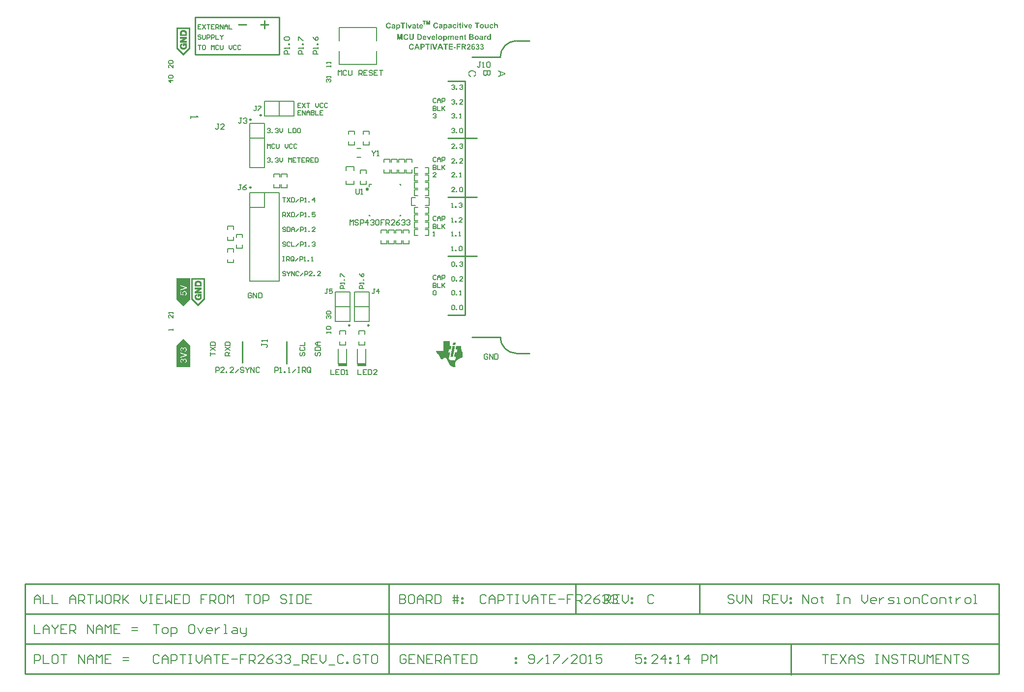
<source format=gto>
%FSAX25Y25*%
%MOIN*%
G70*
G01*
G75*
G04 Layer_Color=65535*
%ADD10C,0.00800*%
%ADD11C,0.00600*%
%ADD12C,0.03937*%
%ADD13R,0.02362X0.03150*%
%ADD14R,0.03937X0.03740*%
%ADD15R,0.03150X0.02362*%
%ADD16R,0.03150X0.03150*%
%ADD17R,0.03740X0.03937*%
%ADD18O,0.02362X0.00945*%
%ADD19O,0.00945X0.02362*%
%ADD20R,0.13583X0.13583*%
%ADD21R,0.03937X0.07087*%
%ADD22C,0.02000*%
%ADD23C,0.01000*%
%ADD24C,0.03000*%
%ADD25C,0.01200*%
%ADD26C,0.00787*%
%ADD27C,0.01500*%
%ADD28C,0.05000*%
%ADD29C,0.06000*%
%ADD30C,0.06496*%
%ADD31R,0.06496X0.06496*%
%ADD32C,0.08000*%
%ADD33R,0.05906X0.05906*%
%ADD34C,0.05906*%
%ADD35C,0.18110*%
%ADD36C,0.06299*%
%ADD37R,0.06496X0.06496*%
%ADD38R,0.06000X0.06000*%
%ADD39C,0.05000*%
%ADD40C,0.03400*%
%ADD41C,0.01969*%
%ADD42C,0.00984*%
%ADD43C,0.00700*%
%ADD44C,0.00050*%
%ADD45R,0.06299X0.01969*%
G36*
X0331219Y0480742D02*
X0331263D01*
X0331313Y0480736D01*
X0331369Y0480730D01*
X0331430Y0480719D01*
X0331557Y0480692D01*
X0331691Y0480653D01*
X0331824Y0480597D01*
X0331946Y0480525D01*
X0331951D01*
X0331957Y0480514D01*
X0331974Y0480503D01*
X0331996Y0480486D01*
X0332046Y0480436D01*
X0332112Y0480364D01*
X0332185Y0480270D01*
X0332257Y0480159D01*
X0332323Y0480026D01*
X0332379Y0479870D01*
X0331652Y0479737D01*
Y0479748D01*
X0331646Y0479770D01*
X0331635Y0479809D01*
X0331618Y0479859D01*
X0331591Y0479909D01*
X0331563Y0479965D01*
X0331524Y0480015D01*
X0331480Y0480059D01*
X0331474Y0480064D01*
X0331457Y0480076D01*
X0331430Y0480092D01*
X0331391Y0480115D01*
X0331341Y0480137D01*
X0331285Y0480153D01*
X0331219Y0480164D01*
X0331147Y0480170D01*
X0331136D01*
X0331102Y0480164D01*
X0331052Y0480159D01*
X0330986Y0480148D01*
X0330919Y0480120D01*
X0330847Y0480087D01*
X0330775Y0480042D01*
X0330708Y0479976D01*
X0330703Y0479965D01*
X0330686Y0479937D01*
X0330658Y0479892D01*
X0330630Y0479826D01*
X0330597Y0479737D01*
X0330586Y0479687D01*
X0330575Y0479632D01*
X0330564Y0479565D01*
X0330553Y0479498D01*
X0330547Y0479421D01*
Y0479343D01*
Y0479337D01*
Y0479321D01*
Y0479293D01*
X0330553Y0479260D01*
Y0479221D01*
X0330558Y0479177D01*
X0330570Y0479066D01*
X0330586Y0478949D01*
X0330619Y0478832D01*
X0330658Y0478727D01*
X0330686Y0478683D01*
X0330714Y0478638D01*
X0330719Y0478627D01*
X0330747Y0478605D01*
X0330780Y0478577D01*
X0330830Y0478538D01*
X0330897Y0478499D01*
X0330969Y0478472D01*
X0331058Y0478449D01*
X0331158Y0478438D01*
X0331191D01*
X0331230Y0478444D01*
X0331280Y0478455D01*
X0331335Y0478466D01*
X0331391Y0478488D01*
X0331446Y0478516D01*
X0331502Y0478555D01*
X0331507Y0478560D01*
X0331524Y0478577D01*
X0331546Y0478605D01*
X0331580Y0478649D01*
X0331613Y0478705D01*
X0331641Y0478777D01*
X0331674Y0478866D01*
X0331696Y0478966D01*
X0332418Y0478843D01*
Y0478838D01*
X0332412Y0478821D01*
X0332406Y0478793D01*
X0332395Y0478760D01*
X0332379Y0478721D01*
X0332362Y0478672D01*
X0332318Y0478560D01*
X0332262Y0478438D01*
X0332185Y0478316D01*
X0332090Y0478194D01*
X0332035Y0478139D01*
X0331979Y0478089D01*
X0331974D01*
X0331962Y0478078D01*
X0331946Y0478066D01*
X0331924Y0478050D01*
X0331890Y0478033D01*
X0331852Y0478011D01*
X0331807Y0477989D01*
X0331752Y0477967D01*
X0331696Y0477939D01*
X0331629Y0477917D01*
X0331563Y0477894D01*
X0331485Y0477878D01*
X0331402Y0477861D01*
X0331313Y0477850D01*
X0331224Y0477844D01*
X0331124Y0477839D01*
X0331063D01*
X0331025Y0477844D01*
X0330975Y0477850D01*
X0330913Y0477861D01*
X0330847Y0477872D01*
X0330775Y0477889D01*
X0330697Y0477906D01*
X0330619Y0477933D01*
X0330536Y0477961D01*
X0330458Y0478000D01*
X0330375Y0478044D01*
X0330297Y0478094D01*
X0330225Y0478155D01*
X0330153Y0478222D01*
X0330148Y0478228D01*
X0330136Y0478239D01*
X0330120Y0478261D01*
X0330098Y0478294D01*
X0330070Y0478333D01*
X0330037Y0478377D01*
X0330009Y0478433D01*
X0329976Y0478499D01*
X0329937Y0478572D01*
X0329909Y0478649D01*
X0329876Y0478738D01*
X0329848Y0478832D01*
X0329826Y0478938D01*
X0329809Y0479043D01*
X0329798Y0479165D01*
X0329792Y0479287D01*
Y0479293D01*
Y0479315D01*
Y0479354D01*
X0329798Y0479398D01*
X0329803Y0479460D01*
X0329809Y0479526D01*
X0329820Y0479598D01*
X0329837Y0479681D01*
X0329881Y0479854D01*
X0329909Y0479942D01*
X0329942Y0480031D01*
X0329987Y0480120D01*
X0330037Y0480203D01*
X0330092Y0480281D01*
X0330153Y0480359D01*
X0330159Y0480364D01*
X0330170Y0480375D01*
X0330192Y0480392D01*
X0330220Y0480420D01*
X0330259Y0480447D01*
X0330303Y0480481D01*
X0330353Y0480520D01*
X0330414Y0480553D01*
X0330481Y0480592D01*
X0330553Y0480625D01*
X0330636Y0480658D01*
X0330725Y0480686D01*
X0330814Y0480714D01*
X0330919Y0480730D01*
X0331025Y0480742D01*
X0331136Y0480747D01*
X0331186D01*
X0331219Y0480742D01*
D02*
G37*
G36*
X0339139Y0477900D02*
X0338473D01*
X0337351Y0480686D01*
X0338123D01*
X0338650Y0479260D01*
X0338800Y0478788D01*
X0338806Y0478793D01*
X0338811Y0478816D01*
X0338822Y0478849D01*
X0338833Y0478882D01*
X0338861Y0478966D01*
X0338872Y0478999D01*
X0338878Y0479027D01*
Y0479032D01*
X0338883Y0479049D01*
X0338889Y0479071D01*
X0338900Y0479099D01*
X0338922Y0479177D01*
X0338955Y0479260D01*
X0339488Y0480686D01*
X0340243D01*
X0339139Y0477900D01*
D02*
G37*
G36*
X0356283Y0480742D02*
X0356327D01*
X0356377Y0480736D01*
X0356433Y0480730D01*
X0356493Y0480719D01*
X0356621Y0480692D01*
X0356754Y0480653D01*
X0356888Y0480597D01*
X0357010Y0480525D01*
X0357015D01*
X0357021Y0480514D01*
X0357037Y0480503D01*
X0357060Y0480486D01*
X0357109Y0480436D01*
X0357176Y0480364D01*
X0357248Y0480270D01*
X0357320Y0480159D01*
X0357387Y0480026D01*
X0357442Y0479870D01*
X0356715Y0479737D01*
Y0479748D01*
X0356710Y0479770D01*
X0356699Y0479809D01*
X0356682Y0479859D01*
X0356654Y0479909D01*
X0356627Y0479965D01*
X0356588Y0480015D01*
X0356543Y0480059D01*
X0356538Y0480064D01*
X0356521Y0480076D01*
X0356493Y0480092D01*
X0356455Y0480115D01*
X0356405Y0480137D01*
X0356349Y0480153D01*
X0356283Y0480164D01*
X0356210Y0480170D01*
X0356199D01*
X0356166Y0480164D01*
X0356116Y0480159D01*
X0356049Y0480148D01*
X0355983Y0480120D01*
X0355911Y0480087D01*
X0355839Y0480042D01*
X0355772Y0479976D01*
X0355766Y0479965D01*
X0355750Y0479937D01*
X0355722Y0479892D01*
X0355694Y0479826D01*
X0355661Y0479737D01*
X0355650Y0479687D01*
X0355639Y0479632D01*
X0355628Y0479565D01*
X0355617Y0479498D01*
X0355611Y0479421D01*
Y0479343D01*
Y0479337D01*
Y0479321D01*
Y0479293D01*
X0355617Y0479260D01*
Y0479221D01*
X0355622Y0479177D01*
X0355633Y0479066D01*
X0355650Y0478949D01*
X0355683Y0478832D01*
X0355722Y0478727D01*
X0355750Y0478683D01*
X0355778Y0478638D01*
X0355783Y0478627D01*
X0355811Y0478605D01*
X0355844Y0478577D01*
X0355894Y0478538D01*
X0355961Y0478499D01*
X0356033Y0478472D01*
X0356122Y0478449D01*
X0356222Y0478438D01*
X0356255D01*
X0356294Y0478444D01*
X0356344Y0478455D01*
X0356399Y0478466D01*
X0356455Y0478488D01*
X0356510Y0478516D01*
X0356566Y0478555D01*
X0356571Y0478560D01*
X0356588Y0478577D01*
X0356610Y0478605D01*
X0356643Y0478649D01*
X0356677Y0478705D01*
X0356704Y0478777D01*
X0356738Y0478866D01*
X0356760Y0478966D01*
X0357481Y0478843D01*
Y0478838D01*
X0357476Y0478821D01*
X0357470Y0478793D01*
X0357459Y0478760D01*
X0357442Y0478721D01*
X0357426Y0478672D01*
X0357382Y0478560D01*
X0357326Y0478438D01*
X0357248Y0478316D01*
X0357154Y0478194D01*
X0357099Y0478139D01*
X0357043Y0478089D01*
X0357037D01*
X0357026Y0478078D01*
X0357010Y0478066D01*
X0356987Y0478050D01*
X0356954Y0478033D01*
X0356915Y0478011D01*
X0356871Y0477989D01*
X0356815Y0477967D01*
X0356760Y0477939D01*
X0356693Y0477917D01*
X0356627Y0477894D01*
X0356549Y0477878D01*
X0356466Y0477861D01*
X0356377Y0477850D01*
X0356288Y0477844D01*
X0356188Y0477839D01*
X0356127D01*
X0356088Y0477844D01*
X0356038Y0477850D01*
X0355977Y0477861D01*
X0355911Y0477872D01*
X0355839Y0477889D01*
X0355761Y0477906D01*
X0355683Y0477933D01*
X0355600Y0477961D01*
X0355522Y0478000D01*
X0355439Y0478044D01*
X0355361Y0478094D01*
X0355289Y0478155D01*
X0355217Y0478222D01*
X0355211Y0478228D01*
X0355200Y0478239D01*
X0355184Y0478261D01*
X0355161Y0478294D01*
X0355134Y0478333D01*
X0355100Y0478377D01*
X0355073Y0478433D01*
X0355039Y0478499D01*
X0355001Y0478572D01*
X0354973Y0478649D01*
X0354940Y0478738D01*
X0354912Y0478832D01*
X0354890Y0478938D01*
X0354873Y0479043D01*
X0354862Y0479165D01*
X0354856Y0479287D01*
Y0479293D01*
Y0479315D01*
Y0479354D01*
X0354862Y0479398D01*
X0354867Y0479460D01*
X0354873Y0479526D01*
X0354884Y0479598D01*
X0354901Y0479681D01*
X0354945Y0479854D01*
X0354973Y0479942D01*
X0355006Y0480031D01*
X0355050Y0480120D01*
X0355100Y0480203D01*
X0355156Y0480281D01*
X0355217Y0480359D01*
X0355223Y0480364D01*
X0355234Y0480375D01*
X0355256Y0480392D01*
X0355284Y0480420D01*
X0355322Y0480447D01*
X0355367Y0480481D01*
X0355417Y0480520D01*
X0355478Y0480553D01*
X0355544Y0480592D01*
X0355617Y0480625D01*
X0355700Y0480658D01*
X0355789Y0480686D01*
X0355877Y0480714D01*
X0355983Y0480730D01*
X0356088Y0480742D01*
X0356199Y0480747D01*
X0356249D01*
X0356283Y0480742D01*
D02*
G37*
G36*
X0318609Y0481807D02*
X0318670Y0481802D01*
X0318737Y0481790D01*
X0318815Y0481779D01*
X0318898Y0481763D01*
X0318987Y0481741D01*
X0319081Y0481713D01*
X0319175Y0481680D01*
X0319275Y0481635D01*
X0319370Y0481591D01*
X0319458Y0481535D01*
X0319553Y0481469D01*
X0319636Y0481396D01*
X0319641D01*
X0319647Y0481385D01*
X0319664Y0481369D01*
X0319680Y0481352D01*
X0319703Y0481324D01*
X0319725Y0481291D01*
X0319786Y0481213D01*
X0319847Y0481113D01*
X0319914Y0480991D01*
X0319974Y0480853D01*
X0320030Y0480692D01*
X0319264Y0480509D01*
Y0480514D01*
X0319259Y0480520D01*
Y0480536D01*
X0319247Y0480558D01*
X0319231Y0480608D01*
X0319203Y0480675D01*
X0319164Y0480753D01*
X0319114Y0480830D01*
X0319048Y0480908D01*
X0318975Y0480975D01*
X0318964Y0480980D01*
X0318937Y0481003D01*
X0318892Y0481030D01*
X0318831Y0481064D01*
X0318754Y0481097D01*
X0318665Y0481124D01*
X0318565Y0481147D01*
X0318454Y0481152D01*
X0318415D01*
X0318382Y0481147D01*
X0318348Y0481141D01*
X0318304Y0481136D01*
X0318210Y0481113D01*
X0318099Y0481075D01*
X0317982Y0481019D01*
X0317921Y0480986D01*
X0317865Y0480947D01*
X0317810Y0480897D01*
X0317760Y0480841D01*
Y0480836D01*
X0317749Y0480825D01*
X0317738Y0480808D01*
X0317721Y0480781D01*
X0317699Y0480747D01*
X0317677Y0480708D01*
X0317655Y0480658D01*
X0317632Y0480603D01*
X0317605Y0480536D01*
X0317583Y0480464D01*
X0317560Y0480381D01*
X0317538Y0480292D01*
X0317521Y0480192D01*
X0317510Y0480087D01*
X0317505Y0479970D01*
X0317499Y0479843D01*
Y0479837D01*
Y0479809D01*
Y0479770D01*
X0317505Y0479726D01*
Y0479665D01*
X0317516Y0479593D01*
X0317521Y0479521D01*
X0317532Y0479437D01*
X0317566Y0479265D01*
X0317610Y0479093D01*
X0317638Y0479010D01*
X0317677Y0478932D01*
X0317716Y0478860D01*
X0317760Y0478799D01*
X0317766Y0478793D01*
X0317771Y0478788D01*
X0317788Y0478771D01*
X0317810Y0478749D01*
X0317865Y0478705D01*
X0317943Y0478649D01*
X0318038Y0478588D01*
X0318154Y0478544D01*
X0318287Y0478505D01*
X0318359Y0478499D01*
X0318437Y0478494D01*
X0318465D01*
X0318487Y0478499D01*
X0318548Y0478505D01*
X0318620Y0478516D01*
X0318698Y0478544D01*
X0318787Y0478577D01*
X0318876Y0478621D01*
X0318964Y0478688D01*
X0318975Y0478699D01*
X0319003Y0478727D01*
X0319042Y0478771D01*
X0319087Y0478838D01*
X0319142Y0478927D01*
X0319192Y0479032D01*
X0319242Y0479160D01*
X0319286Y0479310D01*
X0320041Y0479077D01*
Y0479071D01*
X0320036Y0479049D01*
X0320024Y0479015D01*
X0320008Y0478971D01*
X0319986Y0478921D01*
X0319963Y0478860D01*
X0319936Y0478793D01*
X0319902Y0478721D01*
X0319825Y0478572D01*
X0319725Y0478416D01*
X0319603Y0478266D01*
X0319536Y0478200D01*
X0319464Y0478139D01*
X0319458Y0478133D01*
X0319447Y0478127D01*
X0319425Y0478111D01*
X0319392Y0478089D01*
X0319353Y0478066D01*
X0319303Y0478044D01*
X0319247Y0478017D01*
X0319186Y0477989D01*
X0319114Y0477955D01*
X0319037Y0477928D01*
X0318953Y0477906D01*
X0318864Y0477883D01*
X0318770Y0477861D01*
X0318665Y0477844D01*
X0318559Y0477839D01*
X0318443Y0477833D01*
X0318409D01*
X0318371Y0477839D01*
X0318315Y0477844D01*
X0318254Y0477850D01*
X0318176Y0477861D01*
X0318093Y0477878D01*
X0317999Y0477900D01*
X0317904Y0477928D01*
X0317804Y0477961D01*
X0317699Y0478006D01*
X0317594Y0478055D01*
X0317488Y0478111D01*
X0317383Y0478183D01*
X0317283Y0478261D01*
X0317188Y0478355D01*
X0317183Y0478361D01*
X0317166Y0478377D01*
X0317144Y0478411D01*
X0317111Y0478449D01*
X0317077Y0478505D01*
X0317033Y0478566D01*
X0316989Y0478644D01*
X0316944Y0478732D01*
X0316900Y0478827D01*
X0316855Y0478932D01*
X0316811Y0479054D01*
X0316778Y0479182D01*
X0316744Y0479315D01*
X0316722Y0479465D01*
X0316705Y0479621D01*
X0316700Y0479787D01*
Y0479793D01*
Y0479798D01*
Y0479831D01*
X0316705Y0479881D01*
Y0479948D01*
X0316717Y0480026D01*
X0316728Y0480120D01*
X0316739Y0480220D01*
X0316761Y0480336D01*
X0316789Y0480453D01*
X0316822Y0480575D01*
X0316861Y0480697D01*
X0316911Y0480825D01*
X0316966Y0480947D01*
X0317033Y0481064D01*
X0317105Y0481175D01*
X0317194Y0481280D01*
X0317199Y0481285D01*
X0317216Y0481302D01*
X0317244Y0481330D01*
X0317283Y0481363D01*
X0317333Y0481402D01*
X0317394Y0481447D01*
X0317460Y0481496D01*
X0317544Y0481546D01*
X0317632Y0481596D01*
X0317727Y0481646D01*
X0317838Y0481691D01*
X0317949Y0481730D01*
X0318076Y0481763D01*
X0318204Y0481790D01*
X0318348Y0481807D01*
X0318493Y0481813D01*
X0318559D01*
X0318609Y0481807D01*
D02*
G37*
G36*
X0325308Y0480742D02*
X0325347Y0480736D01*
X0325397Y0480725D01*
X0325452Y0480714D01*
X0325508Y0480697D01*
X0325574Y0480681D01*
X0325636Y0480653D01*
X0325708Y0480625D01*
X0325774Y0480586D01*
X0325846Y0480542D01*
X0325913Y0480492D01*
X0325980Y0480431D01*
X0326046Y0480364D01*
X0326052Y0480359D01*
X0326063Y0480347D01*
X0326080Y0480325D01*
X0326102Y0480292D01*
X0326124Y0480259D01*
X0326152Y0480209D01*
X0326185Y0480153D01*
X0326218Y0480092D01*
X0326246Y0480020D01*
X0326279Y0479942D01*
X0326307Y0479854D01*
X0326335Y0479759D01*
X0326351Y0479654D01*
X0326368Y0479548D01*
X0326379Y0479426D01*
X0326385Y0479304D01*
Y0479299D01*
Y0479276D01*
Y0479238D01*
X0326379Y0479188D01*
X0326374Y0479132D01*
X0326368Y0479066D01*
X0326357Y0478988D01*
X0326340Y0478910D01*
X0326302Y0478732D01*
X0326274Y0478644D01*
X0326240Y0478555D01*
X0326202Y0478466D01*
X0326152Y0478383D01*
X0326102Y0478300D01*
X0326041Y0478222D01*
X0326035Y0478216D01*
X0326024Y0478205D01*
X0326007Y0478189D01*
X0325980Y0478161D01*
X0325946Y0478133D01*
X0325907Y0478100D01*
X0325863Y0478066D01*
X0325813Y0478033D01*
X0325752Y0477994D01*
X0325691Y0477961D01*
X0325552Y0477900D01*
X0325475Y0477872D01*
X0325391Y0477856D01*
X0325308Y0477844D01*
X0325219Y0477839D01*
X0325180D01*
X0325136Y0477844D01*
X0325080Y0477850D01*
X0325014Y0477861D01*
X0324942Y0477878D01*
X0324870Y0477900D01*
X0324797Y0477928D01*
X0324792Y0477933D01*
X0324764Y0477944D01*
X0324731Y0477972D01*
X0324681Y0478006D01*
X0324620Y0478044D01*
X0324559Y0478100D01*
X0324487Y0478166D01*
X0324409Y0478244D01*
Y0476834D01*
X0323671D01*
Y0480686D01*
X0324359D01*
Y0480275D01*
X0324365Y0480287D01*
X0324381Y0480309D01*
X0324414Y0480347D01*
X0324453Y0480398D01*
X0324503Y0480453D01*
X0324570Y0480509D01*
X0324637Y0480564D01*
X0324720Y0480614D01*
X0324731Y0480619D01*
X0324759Y0480636D01*
X0324809Y0480658D01*
X0324870Y0480681D01*
X0324942Y0480703D01*
X0325030Y0480725D01*
X0325125Y0480742D01*
X0325225Y0480747D01*
X0325269D01*
X0325308Y0480742D01*
D02*
G37*
G36*
X0336958Y0477900D02*
X0336219D01*
Y0480686D01*
X0336958D01*
Y0477900D01*
D02*
G37*
G36*
X0333677D02*
X0332939D01*
Y0480686D01*
X0333677D01*
Y0477900D01*
D02*
G37*
G36*
X0347963Y0481091D02*
X0346831D01*
Y0477900D01*
X0346054D01*
Y0481091D01*
X0344916D01*
Y0481741D01*
X0347963D01*
Y0481091D01*
D02*
G37*
G36*
X0354262Y0477900D02*
X0353580D01*
Y0478316D01*
X0353574Y0478305D01*
X0353552Y0478277D01*
X0353519Y0478239D01*
X0353469Y0478189D01*
X0353413Y0478127D01*
X0353341Y0478072D01*
X0353263Y0478011D01*
X0353175Y0477961D01*
X0353164Y0477955D01*
X0353130Y0477944D01*
X0353080Y0477922D01*
X0353014Y0477900D01*
X0352936Y0477878D01*
X0352847Y0477856D01*
X0352753Y0477844D01*
X0352653Y0477839D01*
X0352603D01*
X0352553Y0477844D01*
X0352486Y0477856D01*
X0352403Y0477867D01*
X0352320Y0477889D01*
X0352231Y0477922D01*
X0352148Y0477961D01*
X0352137Y0477967D01*
X0352115Y0477983D01*
X0352070Y0478011D01*
X0352026Y0478050D01*
X0351970Y0478100D01*
X0351920Y0478155D01*
X0351870Y0478228D01*
X0351826Y0478305D01*
X0351820Y0478316D01*
X0351809Y0478344D01*
X0351793Y0478394D01*
X0351776Y0478466D01*
X0351759Y0478555D01*
X0351743Y0478660D01*
X0351732Y0478782D01*
X0351726Y0478921D01*
Y0480686D01*
X0352464D01*
Y0479404D01*
Y0479398D01*
Y0479376D01*
Y0479349D01*
Y0479310D01*
Y0479265D01*
Y0479215D01*
X0352470Y0479099D01*
X0352475Y0478971D01*
X0352481Y0478855D01*
X0352486Y0478805D01*
X0352492Y0478755D01*
X0352498Y0478716D01*
X0352503Y0478688D01*
Y0478683D01*
X0352509Y0478666D01*
X0352520Y0478644D01*
X0352536Y0478610D01*
X0352553Y0478577D01*
X0352581Y0478544D01*
X0352608Y0478511D01*
X0352647Y0478477D01*
X0352653Y0478472D01*
X0352670Y0478466D01*
X0352692Y0478455D01*
X0352725Y0478444D01*
X0352764Y0478427D01*
X0352814Y0478416D01*
X0352864Y0478411D01*
X0352925Y0478405D01*
X0352958D01*
X0352991Y0478411D01*
X0353036Y0478416D01*
X0353091Y0478427D01*
X0353147Y0478449D01*
X0353208Y0478472D01*
X0353263Y0478505D01*
X0353269Y0478511D01*
X0353286Y0478522D01*
X0353313Y0478544D01*
X0353347Y0478577D01*
X0353380Y0478616D01*
X0353413Y0478655D01*
X0353447Y0478705D01*
X0353469Y0478760D01*
Y0478766D01*
X0353480Y0478793D01*
Y0478816D01*
X0353485Y0478843D01*
X0353491Y0478871D01*
X0353497Y0478910D01*
X0353502Y0478960D01*
X0353508Y0479010D01*
X0353513Y0479071D01*
Y0479143D01*
X0353519Y0479221D01*
X0353524Y0479310D01*
Y0479404D01*
Y0479509D01*
Y0480686D01*
X0354262D01*
Y0477900D01*
D02*
G37*
G36*
X0358736Y0480320D02*
X0358741Y0480325D01*
X0358752Y0480336D01*
X0358774Y0480359D01*
X0358797Y0480386D01*
X0358836Y0480420D01*
X0358874Y0480453D01*
X0358924Y0480492D01*
X0358974Y0480536D01*
X0359035Y0480575D01*
X0359102Y0480614D01*
X0359246Y0480681D01*
X0359324Y0480708D01*
X0359407Y0480730D01*
X0359496Y0480742D01*
X0359585Y0480747D01*
X0359629D01*
X0359679Y0480742D01*
X0359740Y0480736D01*
X0359812Y0480725D01*
X0359885Y0480703D01*
X0359968Y0480681D01*
X0360046Y0480647D01*
X0360057Y0480642D01*
X0360079Y0480631D01*
X0360118Y0480608D01*
X0360162Y0480581D01*
X0360212Y0480547D01*
X0360262Y0480509D01*
X0360312Y0480459D01*
X0360356Y0480409D01*
X0360362Y0480403D01*
X0360373Y0480381D01*
X0360390Y0480353D01*
X0360412Y0480314D01*
X0360440Y0480264D01*
X0360462Y0480209D01*
X0360484Y0480148D01*
X0360501Y0480081D01*
Y0480076D01*
X0360506Y0480048D01*
X0360512Y0480003D01*
X0360523Y0479948D01*
X0360528Y0479870D01*
X0360534Y0479776D01*
X0360539Y0479665D01*
Y0479532D01*
Y0477900D01*
X0359801D01*
Y0479365D01*
Y0479371D01*
Y0479382D01*
Y0479404D01*
Y0479437D01*
Y0479471D01*
Y0479509D01*
X0359796Y0479598D01*
X0359790Y0479693D01*
X0359785Y0479787D01*
X0359773Y0479865D01*
X0359762Y0479892D01*
X0359757Y0479920D01*
Y0479926D01*
X0359746Y0479942D01*
X0359735Y0479959D01*
X0359724Y0479987D01*
X0359674Y0480048D01*
X0359646Y0480081D01*
X0359607Y0480109D01*
X0359601Y0480115D01*
X0359590Y0480120D01*
X0359563Y0480131D01*
X0359535Y0480148D01*
X0359496Y0480159D01*
X0359452Y0480170D01*
X0359396Y0480175D01*
X0359341Y0480181D01*
X0359307D01*
X0359274Y0480175D01*
X0359230Y0480170D01*
X0359180Y0480159D01*
X0359124Y0480142D01*
X0359069Y0480120D01*
X0359013Y0480087D01*
X0359008Y0480081D01*
X0358991Y0480070D01*
X0358963Y0480048D01*
X0358935Y0480020D01*
X0358897Y0479981D01*
X0358863Y0479937D01*
X0358830Y0479881D01*
X0358802Y0479820D01*
Y0479815D01*
X0358791Y0479787D01*
X0358780Y0479748D01*
X0358769Y0479687D01*
X0358758Y0479615D01*
X0358747Y0479521D01*
X0358741Y0479415D01*
X0358736Y0479293D01*
Y0477900D01*
X0357998D01*
Y0481741D01*
X0358736D01*
Y0480320D01*
D02*
G37*
G36*
X0333677Y0481058D02*
X0332939D01*
Y0481741D01*
X0333677D01*
Y0481058D01*
D02*
G37*
G36*
X0297691Y0480951D02*
X0296559D01*
Y0477760D01*
X0295782D01*
Y0480951D01*
X0294644D01*
Y0481600D01*
X0297691D01*
Y0480951D01*
D02*
G37*
G36*
X0289849Y0480601D02*
X0289894D01*
X0290005Y0480590D01*
X0290121Y0480579D01*
X0290243Y0480557D01*
X0290360Y0480523D01*
X0290410Y0480507D01*
X0290460Y0480485D01*
X0290465D01*
X0290471Y0480479D01*
X0290499Y0480462D01*
X0290543Y0480440D01*
X0290593Y0480407D01*
X0290654Y0480363D01*
X0290710Y0480313D01*
X0290759Y0480252D01*
X0290804Y0480191D01*
X0290809Y0480179D01*
X0290821Y0480157D01*
X0290837Y0480107D01*
X0290843Y0480080D01*
X0290854Y0480041D01*
X0290865Y0480002D01*
X0290870Y0479952D01*
X0290882Y0479896D01*
X0290887Y0479835D01*
X0290893Y0479769D01*
X0290898Y0479697D01*
X0290904Y0479619D01*
Y0479530D01*
X0290893Y0478670D01*
Y0478664D01*
Y0478653D01*
Y0478637D01*
Y0478609D01*
Y0478542D01*
X0290898Y0478464D01*
Y0478376D01*
X0290909Y0478287D01*
X0290915Y0478198D01*
X0290926Y0478126D01*
Y0478120D01*
X0290932Y0478098D01*
X0290943Y0478059D01*
X0290954Y0478015D01*
X0290976Y0477959D01*
X0290998Y0477898D01*
X0291026Y0477832D01*
X0291059Y0477760D01*
X0290332D01*
Y0477765D01*
X0290327Y0477771D01*
X0290321Y0477793D01*
X0290310Y0477815D01*
X0290299Y0477843D01*
X0290288Y0477882D01*
X0290277Y0477926D01*
X0290260Y0477976D01*
Y0477982D01*
X0290254Y0477987D01*
X0290249Y0478009D01*
X0290238Y0478037D01*
X0290232Y0478059D01*
X0290221Y0478054D01*
X0290199Y0478031D01*
X0290160Y0477998D01*
X0290110Y0477959D01*
X0290049Y0477915D01*
X0289983Y0477865D01*
X0289905Y0477826D01*
X0289827Y0477787D01*
X0289816Y0477782D01*
X0289788Y0477776D01*
X0289744Y0477760D01*
X0289688Y0477743D01*
X0289622Y0477726D01*
X0289544Y0477715D01*
X0289455Y0477704D01*
X0289367Y0477699D01*
X0289328D01*
X0289294Y0477704D01*
X0289261D01*
X0289217Y0477710D01*
X0289122Y0477726D01*
X0289011Y0477754D01*
X0288900Y0477793D01*
X0288789Y0477848D01*
X0288689Y0477926D01*
Y0477932D01*
X0288678Y0477937D01*
X0288650Y0477971D01*
X0288612Y0478020D01*
X0288567Y0478087D01*
X0288523Y0478170D01*
X0288484Y0478270D01*
X0288456Y0478387D01*
X0288451Y0478448D01*
X0288445Y0478514D01*
Y0478525D01*
Y0478553D01*
X0288451Y0478598D01*
X0288462Y0478653D01*
X0288473Y0478720D01*
X0288490Y0478786D01*
X0288517Y0478859D01*
X0288556Y0478931D01*
X0288562Y0478942D01*
X0288578Y0478964D01*
X0288601Y0478997D01*
X0288639Y0479036D01*
X0288678Y0479080D01*
X0288734Y0479130D01*
X0288795Y0479175D01*
X0288867Y0479214D01*
X0288878Y0479219D01*
X0288906Y0479230D01*
X0288950Y0479247D01*
X0289017Y0479275D01*
X0289100Y0479303D01*
X0289200Y0479330D01*
X0289322Y0479358D01*
X0289455Y0479386D01*
X0289461D01*
X0289477Y0479391D01*
X0289505Y0479397D01*
X0289539Y0479402D01*
X0289583Y0479408D01*
X0289633Y0479419D01*
X0289744Y0479447D01*
X0289860Y0479474D01*
X0289983Y0479502D01*
X0290088Y0479536D01*
X0290138Y0479552D01*
X0290177Y0479569D01*
Y0479641D01*
Y0479652D01*
Y0479674D01*
X0290171Y0479713D01*
X0290166Y0479763D01*
X0290149Y0479813D01*
X0290132Y0479863D01*
X0290105Y0479907D01*
X0290066Y0479946D01*
X0290060Y0479952D01*
X0290044Y0479963D01*
X0290016Y0479974D01*
X0289977Y0479996D01*
X0289921Y0480013D01*
X0289855Y0480024D01*
X0289772Y0480035D01*
X0289672Y0480041D01*
X0289638D01*
X0289605Y0480035D01*
X0289561Y0480029D01*
X0289511Y0480018D01*
X0289455Y0480007D01*
X0289405Y0479985D01*
X0289361Y0479957D01*
X0289355Y0479952D01*
X0289344Y0479941D01*
X0289322Y0479924D01*
X0289300Y0479896D01*
X0289267Y0479857D01*
X0289239Y0479808D01*
X0289211Y0479752D01*
X0289183Y0479685D01*
X0288523Y0479808D01*
Y0479813D01*
X0288528Y0479824D01*
X0288534Y0479846D01*
X0288545Y0479874D01*
X0288556Y0479907D01*
X0288573Y0479946D01*
X0288612Y0480035D01*
X0288667Y0480129D01*
X0288734Y0480229D01*
X0288811Y0480324D01*
X0288906Y0480407D01*
X0288911D01*
X0288917Y0480418D01*
X0288934Y0480424D01*
X0288956Y0480440D01*
X0288989Y0480451D01*
X0289022Y0480468D01*
X0289067Y0480490D01*
X0289111Y0480507D01*
X0289167Y0480523D01*
X0289228Y0480546D01*
X0289294Y0480562D01*
X0289372Y0480573D01*
X0289450Y0480590D01*
X0289539Y0480596D01*
X0289627Y0480607D01*
X0289810D01*
X0289849Y0480601D01*
D02*
G37*
G36*
X0298946Y0477760D02*
X0298169D01*
Y0481600D01*
X0298946D01*
Y0477760D01*
D02*
G37*
G36*
X0301105D02*
X0300439D01*
X0299318Y0480546D01*
X0300089D01*
X0300616Y0479119D01*
X0300766Y0478648D01*
X0300772Y0478653D01*
X0300777Y0478675D01*
X0300788Y0478709D01*
X0300799Y0478742D01*
X0300827Y0478825D01*
X0300838Y0478859D01*
X0300844Y0478886D01*
Y0478892D01*
X0300849Y0478908D01*
X0300855Y0478931D01*
X0300866Y0478958D01*
X0300888Y0479036D01*
X0300922Y0479119D01*
X0301454Y0480546D01*
X0302209D01*
X0301105Y0477760D01*
D02*
G37*
G36*
X0303874Y0480601D02*
X0303919D01*
X0304030Y0480590D01*
X0304146Y0480579D01*
X0304268Y0480557D01*
X0304385Y0480523D01*
X0304435Y0480507D01*
X0304485Y0480485D01*
X0304490D01*
X0304496Y0480479D01*
X0304523Y0480462D01*
X0304568Y0480440D01*
X0304618Y0480407D01*
X0304679Y0480363D01*
X0304734Y0480313D01*
X0304784Y0480252D01*
X0304829Y0480191D01*
X0304834Y0480179D01*
X0304845Y0480157D01*
X0304862Y0480107D01*
X0304868Y0480080D01*
X0304879Y0480041D01*
X0304890Y0480002D01*
X0304895Y0479952D01*
X0304907Y0479896D01*
X0304912Y0479835D01*
X0304918Y0479769D01*
X0304923Y0479697D01*
X0304929Y0479619D01*
Y0479530D01*
X0304918Y0478670D01*
Y0478664D01*
Y0478653D01*
Y0478637D01*
Y0478609D01*
Y0478542D01*
X0304923Y0478464D01*
Y0478376D01*
X0304934Y0478287D01*
X0304940Y0478198D01*
X0304951Y0478126D01*
Y0478120D01*
X0304956Y0478098D01*
X0304967Y0478059D01*
X0304979Y0478015D01*
X0305001Y0477959D01*
X0305023Y0477898D01*
X0305051Y0477832D01*
X0305084Y0477760D01*
X0304357D01*
Y0477765D01*
X0304351Y0477771D01*
X0304346Y0477793D01*
X0304335Y0477815D01*
X0304324Y0477843D01*
X0304313Y0477882D01*
X0304302Y0477926D01*
X0304285Y0477976D01*
Y0477982D01*
X0304279Y0477987D01*
X0304274Y0478009D01*
X0304263Y0478037D01*
X0304257Y0478059D01*
X0304246Y0478054D01*
X0304224Y0478031D01*
X0304185Y0477998D01*
X0304135Y0477959D01*
X0304074Y0477915D01*
X0304007Y0477865D01*
X0303930Y0477826D01*
X0303852Y0477787D01*
X0303841Y0477782D01*
X0303813Y0477776D01*
X0303769Y0477760D01*
X0303713Y0477743D01*
X0303647Y0477726D01*
X0303569Y0477715D01*
X0303480Y0477704D01*
X0303391Y0477699D01*
X0303352D01*
X0303319Y0477704D01*
X0303286D01*
X0303241Y0477710D01*
X0303147Y0477726D01*
X0303036Y0477754D01*
X0302925Y0477793D01*
X0302814Y0477848D01*
X0302714Y0477926D01*
Y0477932D01*
X0302703Y0477937D01*
X0302675Y0477971D01*
X0302637Y0478020D01*
X0302592Y0478087D01*
X0302548Y0478170D01*
X0302509Y0478270D01*
X0302481Y0478387D01*
X0302476Y0478448D01*
X0302470Y0478514D01*
Y0478525D01*
Y0478553D01*
X0302476Y0478598D01*
X0302487Y0478653D01*
X0302498Y0478720D01*
X0302514Y0478786D01*
X0302542Y0478859D01*
X0302581Y0478931D01*
X0302587Y0478942D01*
X0302603Y0478964D01*
X0302625Y0478997D01*
X0302664Y0479036D01*
X0302703Y0479080D01*
X0302759Y0479130D01*
X0302820Y0479175D01*
X0302892Y0479214D01*
X0302903Y0479219D01*
X0302931Y0479230D01*
X0302975Y0479247D01*
X0303042Y0479275D01*
X0303125Y0479303D01*
X0303225Y0479330D01*
X0303347Y0479358D01*
X0303480Y0479386D01*
X0303486D01*
X0303502Y0479391D01*
X0303530Y0479397D01*
X0303563Y0479402D01*
X0303608Y0479408D01*
X0303658Y0479419D01*
X0303769Y0479447D01*
X0303885Y0479474D01*
X0304007Y0479502D01*
X0304113Y0479536D01*
X0304163Y0479552D01*
X0304202Y0479569D01*
Y0479641D01*
Y0479652D01*
Y0479674D01*
X0304196Y0479713D01*
X0304190Y0479763D01*
X0304174Y0479813D01*
X0304157Y0479863D01*
X0304130Y0479907D01*
X0304091Y0479946D01*
X0304085Y0479952D01*
X0304068Y0479963D01*
X0304041Y0479974D01*
X0304002Y0479996D01*
X0303946Y0480013D01*
X0303880Y0480024D01*
X0303797Y0480035D01*
X0303697Y0480041D01*
X0303663D01*
X0303630Y0480035D01*
X0303586Y0480029D01*
X0303536Y0480018D01*
X0303480Y0480007D01*
X0303430Y0479985D01*
X0303386Y0479957D01*
X0303380Y0479952D01*
X0303369Y0479941D01*
X0303347Y0479924D01*
X0303325Y0479896D01*
X0303291Y0479857D01*
X0303264Y0479808D01*
X0303236Y0479752D01*
X0303208Y0479685D01*
X0302548Y0479808D01*
Y0479813D01*
X0302553Y0479824D01*
X0302559Y0479846D01*
X0302570Y0479874D01*
X0302581Y0479907D01*
X0302598Y0479946D01*
X0302637Y0480035D01*
X0302692Y0480129D01*
X0302759Y0480229D01*
X0302836Y0480324D01*
X0302931Y0480407D01*
X0302936D01*
X0302942Y0480418D01*
X0302958Y0480424D01*
X0302981Y0480440D01*
X0303014Y0480451D01*
X0303047Y0480468D01*
X0303092Y0480490D01*
X0303136Y0480507D01*
X0303191Y0480523D01*
X0303253Y0480546D01*
X0303319Y0480562D01*
X0303397Y0480573D01*
X0303475Y0480590D01*
X0303563Y0480596D01*
X0303652Y0480607D01*
X0303835D01*
X0303874Y0480601D01*
D02*
G37*
G36*
X0311731Y0482527D02*
X0310977D01*
Y0480400D01*
X0310458D01*
Y0482527D01*
X0309700D01*
Y0482960D01*
X0311731D01*
Y0482527D01*
D02*
G37*
G36*
X0336958Y0481058D02*
X0336219D01*
Y0481741D01*
X0336958D01*
Y0481058D01*
D02*
G37*
G36*
X0314525Y0480400D02*
X0314048D01*
X0314044Y0482413D01*
X0313541Y0480400D01*
X0313041D01*
X0312538Y0482413D01*
Y0480400D01*
X0312061D01*
Y0482960D01*
X0312834D01*
X0313293Y0481210D01*
X0313748Y0482960D01*
X0314525D01*
Y0480400D01*
D02*
G37*
G36*
X0308603Y0480601D02*
X0308653Y0480596D01*
X0308714Y0480584D01*
X0308780Y0480573D01*
X0308853Y0480557D01*
X0308930Y0480535D01*
X0309008Y0480507D01*
X0309091Y0480474D01*
X0309174Y0480429D01*
X0309252Y0480385D01*
X0309330Y0480329D01*
X0309407Y0480263D01*
X0309474Y0480191D01*
X0309480Y0480185D01*
X0309491Y0480174D01*
X0309507Y0480146D01*
X0309530Y0480113D01*
X0309557Y0480068D01*
X0309585Y0480018D01*
X0309618Y0479952D01*
X0309652Y0479880D01*
X0309685Y0479796D01*
X0309718Y0479702D01*
X0309746Y0479602D01*
X0309774Y0479486D01*
X0309796Y0479363D01*
X0309813Y0479230D01*
X0309824Y0479092D01*
Y0478936D01*
X0307981D01*
Y0478931D01*
Y0478920D01*
Y0478903D01*
X0307987Y0478881D01*
X0307992Y0478825D01*
X0308003Y0478748D01*
X0308026Y0478670D01*
X0308059Y0478581D01*
X0308098Y0478498D01*
X0308153Y0478426D01*
X0308159Y0478420D01*
X0308187Y0478398D01*
X0308220Y0478370D01*
X0308270Y0478337D01*
X0308331Y0478303D01*
X0308408Y0478276D01*
X0308492Y0478254D01*
X0308581Y0478248D01*
X0308608D01*
X0308642Y0478254D01*
X0308681Y0478259D01*
X0308725Y0478270D01*
X0308775Y0478287D01*
X0308825Y0478309D01*
X0308869Y0478342D01*
X0308875Y0478348D01*
X0308891Y0478359D01*
X0308914Y0478381D01*
X0308936Y0478414D01*
X0308969Y0478459D01*
X0308997Y0478509D01*
X0309025Y0478575D01*
X0309052Y0478648D01*
X0309785Y0478525D01*
Y0478520D01*
X0309779Y0478509D01*
X0309768Y0478487D01*
X0309757Y0478459D01*
X0309740Y0478426D01*
X0309724Y0478387D01*
X0309674Y0478298D01*
X0309613Y0478198D01*
X0309535Y0478093D01*
X0309441Y0477998D01*
X0309335Y0477909D01*
X0309330D01*
X0309324Y0477898D01*
X0309302Y0477893D01*
X0309280Y0477876D01*
X0309252Y0477859D01*
X0309213Y0477843D01*
X0309174Y0477826D01*
X0309124Y0477804D01*
X0309014Y0477765D01*
X0308886Y0477732D01*
X0308736Y0477710D01*
X0308575Y0477699D01*
X0308542D01*
X0308508Y0477704D01*
X0308458D01*
X0308397Y0477715D01*
X0308325Y0477726D01*
X0308248Y0477737D01*
X0308170Y0477760D01*
X0308081Y0477782D01*
X0307992Y0477815D01*
X0307904Y0477854D01*
X0307815Y0477898D01*
X0307726Y0477954D01*
X0307643Y0478015D01*
X0307571Y0478087D01*
X0307498Y0478170D01*
X0307493Y0478176D01*
X0307487Y0478187D01*
X0307476Y0478209D01*
X0307454Y0478237D01*
X0307437Y0478276D01*
X0307415Y0478320D01*
X0307387Y0478370D01*
X0307365Y0478431D01*
X0307337Y0478498D01*
X0307315Y0478570D01*
X0307287Y0478648D01*
X0307271Y0478736D01*
X0307254Y0478825D01*
X0307238Y0478920D01*
X0307232Y0479025D01*
X0307226Y0479130D01*
Y0479136D01*
Y0479158D01*
Y0479197D01*
X0307232Y0479247D01*
X0307238Y0479303D01*
X0307243Y0479369D01*
X0307254Y0479441D01*
X0307271Y0479525D01*
X0307315Y0479697D01*
X0307343Y0479785D01*
X0307376Y0479880D01*
X0307421Y0479969D01*
X0307471Y0480052D01*
X0307526Y0480135D01*
X0307587Y0480213D01*
X0307593Y0480218D01*
X0307604Y0480229D01*
X0307626Y0480252D01*
X0307654Y0480274D01*
X0307687Y0480302D01*
X0307731Y0480335D01*
X0307781Y0480374D01*
X0307837Y0480412D01*
X0307898Y0480446D01*
X0307970Y0480485D01*
X0308042Y0480518D01*
X0308125Y0480546D01*
X0308209Y0480568D01*
X0308303Y0480590D01*
X0308397Y0480601D01*
X0308497Y0480607D01*
X0308558D01*
X0308603Y0480601D01*
D02*
G37*
G36*
X0306427Y0480546D02*
X0306932D01*
Y0479957D01*
X0306427D01*
Y0478831D01*
Y0478825D01*
Y0478814D01*
Y0478797D01*
Y0478775D01*
Y0478720D01*
Y0478653D01*
X0306433Y0478586D01*
Y0478520D01*
Y0478470D01*
X0306438Y0478448D01*
Y0478437D01*
X0306444Y0478426D01*
X0306455Y0478403D01*
X0306472Y0478376D01*
X0306505Y0478342D01*
X0306516Y0478337D01*
X0306538Y0478326D01*
X0306577Y0478315D01*
X0306627Y0478309D01*
X0306649D01*
X0306671Y0478315D01*
X0306705Y0478320D01*
X0306749Y0478326D01*
X0306799Y0478337D01*
X0306860Y0478353D01*
X0306927Y0478376D01*
X0306993Y0477804D01*
X0306988D01*
X0306982Y0477798D01*
X0306949Y0477787D01*
X0306893Y0477771D01*
X0306821Y0477754D01*
X0306738Y0477732D01*
X0306638Y0477715D01*
X0306527Y0477704D01*
X0306411Y0477699D01*
X0306377D01*
X0306338Y0477704D01*
X0306288Y0477710D01*
X0306233Y0477715D01*
X0306172Y0477726D01*
X0306111Y0477743D01*
X0306050Y0477765D01*
X0306044Y0477771D01*
X0306022Y0477776D01*
X0305994Y0477793D01*
X0305961Y0477809D01*
X0305883Y0477865D01*
X0305844Y0477898D01*
X0305811Y0477937D01*
X0305806Y0477943D01*
X0305800Y0477959D01*
X0305789Y0477982D01*
X0305772Y0478015D01*
X0305756Y0478054D01*
X0305739Y0478104D01*
X0305722Y0478159D01*
X0305711Y0478220D01*
Y0478226D01*
X0305706Y0478248D01*
Y0478281D01*
X0305700Y0478337D01*
X0305695Y0478409D01*
Y0478498D01*
X0305689Y0478548D01*
Y0478609D01*
Y0478670D01*
Y0478742D01*
Y0479957D01*
X0305350D01*
Y0480546D01*
X0305689D01*
Y0481101D01*
X0306427Y0481534D01*
Y0480546D01*
D02*
G37*
G36*
X0330020Y0466591D02*
X0327950D01*
Y0465742D01*
X0329876D01*
Y0465093D01*
X0327950D01*
Y0464049D01*
X0330092D01*
Y0463400D01*
X0327173D01*
Y0467241D01*
X0330020D01*
Y0466591D01*
D02*
G37*
G36*
X0326668D02*
X0325536D01*
Y0463400D01*
X0324759D01*
Y0466591D01*
X0323621D01*
Y0467241D01*
X0326668D01*
Y0466591D01*
D02*
G37*
G36*
X0335176D02*
X0333317D01*
Y0465681D01*
X0334921D01*
Y0465032D01*
X0333317D01*
Y0463400D01*
X0332540D01*
Y0467241D01*
X0335176D01*
Y0466591D01*
D02*
G37*
G36*
X0340887Y0467257D02*
X0340937Y0467252D01*
X0340992Y0467246D01*
X0341054Y0467235D01*
X0341120Y0467224D01*
X0341264Y0467185D01*
X0341409Y0467130D01*
X0341487Y0467096D01*
X0341553Y0467057D01*
X0341625Y0467007D01*
X0341686Y0466952D01*
X0341692Y0466947D01*
X0341703Y0466941D01*
X0341714Y0466919D01*
X0341736Y0466896D01*
X0341764Y0466869D01*
X0341792Y0466830D01*
X0341820Y0466791D01*
X0341853Y0466741D01*
X0341908Y0466630D01*
X0341964Y0466503D01*
X0341986Y0466430D01*
X0341997Y0466353D01*
X0342008Y0466269D01*
X0342014Y0466186D01*
Y0466175D01*
Y0466142D01*
X0342008Y0466092D01*
X0342003Y0466031D01*
X0341991Y0465953D01*
X0341975Y0465870D01*
X0341953Y0465781D01*
X0341919Y0465692D01*
X0341914Y0465681D01*
X0341903Y0465653D01*
X0341880Y0465603D01*
X0341847Y0465542D01*
X0341808Y0465470D01*
X0341758Y0465387D01*
X0341697Y0465298D01*
X0341625Y0465204D01*
X0341620Y0465198D01*
X0341597Y0465170D01*
X0341564Y0465132D01*
X0341514Y0465076D01*
X0341448Y0465009D01*
X0341364Y0464921D01*
X0341264Y0464826D01*
X0341142Y0464710D01*
X0341137Y0464704D01*
X0341126Y0464699D01*
X0341109Y0464682D01*
X0341087Y0464660D01*
X0341026Y0464604D01*
X0340954Y0464538D01*
X0340881Y0464466D01*
X0340809Y0464394D01*
X0340743Y0464332D01*
X0340721Y0464305D01*
X0340698Y0464282D01*
X0340693Y0464277D01*
X0340682Y0464266D01*
X0340665Y0464244D01*
X0340643Y0464216D01*
X0340593Y0464155D01*
X0340548Y0464083D01*
X0342014D01*
Y0463400D01*
X0339433D01*
Y0463406D01*
Y0463417D01*
X0339439Y0463439D01*
X0339444Y0463467D01*
X0339450Y0463500D01*
X0339455Y0463539D01*
X0339477Y0463639D01*
X0339511Y0463750D01*
X0339555Y0463872D01*
X0339611Y0464005D01*
X0339683Y0464133D01*
Y0464138D01*
X0339694Y0464149D01*
X0339705Y0464172D01*
X0339727Y0464194D01*
X0339749Y0464232D01*
X0339783Y0464271D01*
X0339822Y0464321D01*
X0339866Y0464377D01*
X0339916Y0464443D01*
X0339977Y0464510D01*
X0340043Y0464588D01*
X0340121Y0464671D01*
X0340204Y0464754D01*
X0340299Y0464849D01*
X0340399Y0464948D01*
X0340510Y0465054D01*
X0340515Y0465060D01*
X0340532Y0465076D01*
X0340554Y0465098D01*
X0340587Y0465132D01*
X0340632Y0465165D01*
X0340676Y0465209D01*
X0340776Y0465309D01*
X0340876Y0465415D01*
X0340976Y0465520D01*
X0341020Y0465564D01*
X0341065Y0465615D01*
X0341098Y0465653D01*
X0341120Y0465687D01*
X0341126Y0465698D01*
X0341142Y0465726D01*
X0341170Y0465770D01*
X0341198Y0465831D01*
X0341226Y0465898D01*
X0341253Y0465975D01*
X0341270Y0466053D01*
X0341276Y0466136D01*
Y0466142D01*
Y0466147D01*
Y0466175D01*
X0341270Y0466225D01*
X0341259Y0466281D01*
X0341242Y0466341D01*
X0341220Y0466402D01*
X0341187Y0466464D01*
X0341142Y0466519D01*
X0341137Y0466525D01*
X0341120Y0466541D01*
X0341087Y0466564D01*
X0341048Y0466586D01*
X0340992Y0466608D01*
X0340931Y0466630D01*
X0340859Y0466647D01*
X0340776Y0466652D01*
X0340737D01*
X0340693Y0466647D01*
X0340643Y0466636D01*
X0340582Y0466619D01*
X0340521Y0466591D01*
X0340460Y0466558D01*
X0340404Y0466514D01*
X0340399Y0466508D01*
X0340382Y0466486D01*
X0340360Y0466453D01*
X0340338Y0466402D01*
X0340310Y0466341D01*
X0340288Y0466258D01*
X0340265Y0466164D01*
X0340254Y0466053D01*
X0339522Y0466125D01*
Y0466131D01*
X0339527Y0466153D01*
Y0466181D01*
X0339538Y0466225D01*
X0339544Y0466275D01*
X0339561Y0466330D01*
X0339577Y0466391D01*
X0339594Y0466464D01*
X0339649Y0466602D01*
X0339716Y0466747D01*
X0339760Y0466819D01*
X0339810Y0466885D01*
X0339866Y0466941D01*
X0339927Y0466996D01*
X0339932Y0467002D01*
X0339944Y0467007D01*
X0339960Y0467019D01*
X0339988Y0467041D01*
X0340021Y0467057D01*
X0340066Y0467080D01*
X0340110Y0467107D01*
X0340165Y0467130D01*
X0340227Y0467157D01*
X0340293Y0467180D01*
X0340438Y0467224D01*
X0340610Y0467252D01*
X0340698Y0467257D01*
X0340793Y0467263D01*
X0340848D01*
X0340887Y0467257D01*
D02*
G37*
G36*
X0337601Y0467235D02*
X0337663D01*
X0337723Y0467230D01*
X0337796D01*
X0337940Y0467213D01*
X0338090Y0467196D01*
X0338229Y0467169D01*
X0338290Y0467152D01*
X0338345Y0467135D01*
X0338351D01*
X0338356Y0467130D01*
X0338390Y0467113D01*
X0338439Y0467085D01*
X0338506Y0467052D01*
X0338578Y0466996D01*
X0338650Y0466935D01*
X0338723Y0466858D01*
X0338789Y0466763D01*
Y0466758D01*
X0338795Y0466752D01*
X0338806Y0466736D01*
X0338817Y0466719D01*
X0338845Y0466663D01*
X0338878Y0466591D01*
X0338906Y0466503D01*
X0338933Y0466402D01*
X0338956Y0466286D01*
X0338961Y0466164D01*
Y0466158D01*
Y0466147D01*
Y0466119D01*
X0338956Y0466092D01*
Y0466053D01*
X0338950Y0466014D01*
X0338928Y0465914D01*
X0338900Y0465798D01*
X0338856Y0465681D01*
X0338789Y0465559D01*
X0338750Y0465503D01*
X0338706Y0465448D01*
X0338700Y0465442D01*
X0338695Y0465437D01*
X0338678Y0465420D01*
X0338656Y0465404D01*
X0338634Y0465381D01*
X0338600Y0465354D01*
X0338562Y0465326D01*
X0338517Y0465298D01*
X0338467Y0465265D01*
X0338406Y0465237D01*
X0338345Y0465209D01*
X0338279Y0465181D01*
X0338201Y0465154D01*
X0338123Y0465132D01*
X0338040Y0465109D01*
X0337946Y0465093D01*
X0337951D01*
X0337957Y0465087D01*
X0337990Y0465065D01*
X0338034Y0465037D01*
X0338090Y0464998D01*
X0338156Y0464948D01*
X0338223Y0464898D01*
X0338295Y0464837D01*
X0338356Y0464771D01*
X0338362Y0464765D01*
X0338390Y0464738D01*
X0338423Y0464693D01*
X0338473Y0464627D01*
X0338539Y0464543D01*
X0338573Y0464488D01*
X0338612Y0464432D01*
X0338656Y0464371D01*
X0338700Y0464305D01*
X0338750Y0464227D01*
X0338800Y0464149D01*
X0339272Y0463400D01*
X0338340D01*
X0337785Y0464232D01*
X0337779Y0464238D01*
X0337773Y0464255D01*
X0337757Y0464277D01*
X0337735Y0464305D01*
X0337712Y0464338D01*
X0337685Y0464382D01*
X0337624Y0464471D01*
X0337551Y0464571D01*
X0337485Y0464660D01*
X0337424Y0464743D01*
X0337396Y0464771D01*
X0337374Y0464799D01*
X0337368Y0464804D01*
X0337357Y0464815D01*
X0337335Y0464837D01*
X0337307Y0464865D01*
X0337268Y0464887D01*
X0337230Y0464915D01*
X0337185Y0464937D01*
X0337141Y0464960D01*
X0337135D01*
X0337119Y0464965D01*
X0337091Y0464976D01*
X0337047Y0464982D01*
X0336991Y0464993D01*
X0336924Y0464998D01*
X0336847Y0465004D01*
X0336597D01*
Y0463400D01*
X0335820D01*
Y0467241D01*
X0337551D01*
X0337601Y0467235D01*
D02*
G37*
G36*
X0309563D02*
X0309707D01*
X0309863Y0467224D01*
X0310018Y0467213D01*
X0310085Y0467207D01*
X0310151Y0467202D01*
X0310207Y0467191D01*
X0310251Y0467180D01*
X0310257D01*
X0310268Y0467174D01*
X0310284Y0467169D01*
X0310307Y0467163D01*
X0310368Y0467135D01*
X0310445Y0467102D01*
X0310528Y0467052D01*
X0310623Y0466985D01*
X0310712Y0466902D01*
X0310801Y0466802D01*
Y0466797D01*
X0310812Y0466791D01*
X0310823Y0466774D01*
X0310834Y0466752D01*
X0310856Y0466719D01*
X0310873Y0466686D01*
X0310895Y0466647D01*
X0310917Y0466602D01*
X0310956Y0466491D01*
X0310995Y0466369D01*
X0311017Y0466219D01*
X0311028Y0466058D01*
Y0466053D01*
Y0466042D01*
Y0466025D01*
Y0465997D01*
X0311022Y0465970D01*
Y0465931D01*
X0311011Y0465853D01*
X0310995Y0465759D01*
X0310973Y0465653D01*
X0310939Y0465553D01*
X0310895Y0465459D01*
X0310889Y0465448D01*
X0310873Y0465420D01*
X0310845Y0465376D01*
X0310806Y0465320D01*
X0310762Y0465265D01*
X0310701Y0465198D01*
X0310640Y0465137D01*
X0310567Y0465082D01*
X0310556Y0465076D01*
X0310534Y0465060D01*
X0310495Y0465037D01*
X0310445Y0465009D01*
X0310384Y0464976D01*
X0310318Y0464948D01*
X0310245Y0464921D01*
X0310168Y0464898D01*
X0310157D01*
X0310140Y0464893D01*
X0310118D01*
X0310090Y0464887D01*
X0310051Y0464882D01*
X0310012Y0464876D01*
X0309962D01*
X0309912Y0464871D01*
X0309852Y0464865D01*
X0309785Y0464860D01*
X0309713Y0464854D01*
X0309635D01*
X0309552Y0464849D01*
X0308863D01*
Y0463400D01*
X0308086D01*
Y0467241D01*
X0309502D01*
X0309563Y0467235D01*
D02*
G37*
G36*
X0307670Y0463400D02*
X0306832D01*
X0306499Y0464271D01*
X0304956D01*
X0304640Y0463400D01*
X0303819D01*
X0305306Y0467241D01*
X0306127D01*
X0307670Y0463400D01*
D02*
G37*
G36*
X0314441Y0466591D02*
X0313309D01*
Y0463400D01*
X0312532D01*
Y0466591D01*
X0311394D01*
Y0467241D01*
X0314441D01*
Y0466591D01*
D02*
G37*
G36*
X0323477Y0463400D02*
X0322639D01*
X0322306Y0464271D01*
X0320763D01*
X0320446Y0463400D01*
X0319625D01*
X0321112Y0467241D01*
X0321934D01*
X0323477Y0463400D01*
D02*
G37*
G36*
X0315696D02*
X0314919D01*
Y0467241D01*
X0315696D01*
Y0463400D01*
D02*
G37*
G36*
X0346798Y0467257D02*
X0346848Y0467252D01*
X0346898Y0467246D01*
X0346959Y0467235D01*
X0347020Y0467218D01*
X0347159Y0467180D01*
X0347231Y0467152D01*
X0347308Y0467113D01*
X0347380Y0467074D01*
X0347447Y0467030D01*
X0347519Y0466974D01*
X0347580Y0466913D01*
X0347586Y0466908D01*
X0347591Y0466902D01*
X0347608Y0466885D01*
X0347625Y0466863D01*
X0347669Y0466808D01*
X0347719Y0466730D01*
X0347769Y0466636D01*
X0347808Y0466525D01*
X0347841Y0466402D01*
X0347847Y0466341D01*
X0347852Y0466275D01*
Y0466269D01*
Y0466253D01*
X0347847Y0466225D01*
X0347841Y0466192D01*
X0347836Y0466147D01*
X0347825Y0466097D01*
X0347808Y0466042D01*
X0347786Y0465981D01*
X0347752Y0465920D01*
X0347719Y0465853D01*
X0347675Y0465787D01*
X0347619Y0465720D01*
X0347553Y0465653D01*
X0347481Y0465587D01*
X0347397Y0465526D01*
X0347297Y0465465D01*
X0347303D01*
X0347314Y0465459D01*
X0347331D01*
X0347353Y0465448D01*
X0347414Y0465431D01*
X0347486Y0465398D01*
X0347569Y0465354D01*
X0347658Y0465298D01*
X0347747Y0465226D01*
X0347825Y0465143D01*
X0347836Y0465132D01*
X0347858Y0465098D01*
X0347886Y0465048D01*
X0347924Y0464976D01*
X0347963Y0464893D01*
X0347991Y0464787D01*
X0348013Y0464677D01*
X0348024Y0464549D01*
Y0464543D01*
Y0464527D01*
Y0464499D01*
X0348019Y0464466D01*
X0348013Y0464421D01*
X0348002Y0464371D01*
X0347991Y0464310D01*
X0347980Y0464249D01*
X0347936Y0464116D01*
X0347902Y0464044D01*
X0347869Y0463966D01*
X0347825Y0463894D01*
X0347775Y0463822D01*
X0347719Y0463750D01*
X0347653Y0463683D01*
X0347647Y0463678D01*
X0347636Y0463666D01*
X0347614Y0463650D01*
X0347586Y0463627D01*
X0347547Y0463600D01*
X0347508Y0463572D01*
X0347453Y0463539D01*
X0347397Y0463506D01*
X0347336Y0463472D01*
X0347264Y0463439D01*
X0347186Y0463411D01*
X0347109Y0463383D01*
X0347020Y0463361D01*
X0346931Y0463344D01*
X0346831Y0463333D01*
X0346731Y0463328D01*
X0346681D01*
X0346642Y0463333D01*
X0346598Y0463339D01*
X0346548Y0463344D01*
X0346493Y0463356D01*
X0346426Y0463367D01*
X0346293Y0463400D01*
X0346148Y0463455D01*
X0346071Y0463489D01*
X0346004Y0463528D01*
X0345932Y0463578D01*
X0345865Y0463627D01*
X0345860Y0463633D01*
X0345849Y0463644D01*
X0345832Y0463661D01*
X0345810Y0463683D01*
X0345782Y0463711D01*
X0345754Y0463750D01*
X0345721Y0463789D01*
X0345688Y0463838D01*
X0345655Y0463894D01*
X0345616Y0463949D01*
X0345555Y0464083D01*
X0345505Y0464238D01*
X0345482Y0464321D01*
X0345471Y0464410D01*
X0346182Y0464499D01*
Y0464493D01*
Y0464488D01*
X0346187Y0464455D01*
X0346198Y0464405D01*
X0346215Y0464344D01*
X0346243Y0464277D01*
X0346271Y0464205D01*
X0346315Y0464138D01*
X0346365Y0464077D01*
X0346370Y0464072D01*
X0346393Y0464055D01*
X0346426Y0464033D01*
X0346465Y0464010D01*
X0346520Y0463983D01*
X0346581Y0463961D01*
X0346648Y0463944D01*
X0346726Y0463938D01*
X0346737D01*
X0346764Y0463944D01*
X0346803Y0463949D01*
X0346859Y0463961D01*
X0346920Y0463983D01*
X0346981Y0464010D01*
X0347048Y0464055D01*
X0347109Y0464110D01*
X0347114Y0464116D01*
X0347136Y0464144D01*
X0347159Y0464183D01*
X0347192Y0464232D01*
X0347220Y0464299D01*
X0347247Y0464382D01*
X0347264Y0464477D01*
X0347270Y0464582D01*
Y0464588D01*
Y0464593D01*
Y0464627D01*
X0347264Y0464677D01*
X0347253Y0464743D01*
X0347231Y0464815D01*
X0347203Y0464887D01*
X0347164Y0464960D01*
X0347114Y0465026D01*
X0347109Y0465032D01*
X0347086Y0465054D01*
X0347053Y0465082D01*
X0347014Y0465109D01*
X0346959Y0465143D01*
X0346898Y0465165D01*
X0346831Y0465187D01*
X0346753Y0465193D01*
X0346698D01*
X0346659Y0465187D01*
X0346609Y0465181D01*
X0346548Y0465170D01*
X0346487Y0465154D01*
X0346415Y0465137D01*
X0346493Y0465731D01*
X0346543D01*
X0346598Y0465736D01*
X0346665Y0465742D01*
X0346737Y0465759D01*
X0346814Y0465781D01*
X0346887Y0465814D01*
X0346953Y0465859D01*
X0346959Y0465864D01*
X0346981Y0465886D01*
X0347003Y0465914D01*
X0347037Y0465959D01*
X0347064Y0466009D01*
X0347092Y0466070D01*
X0347109Y0466142D01*
X0347114Y0466225D01*
Y0466236D01*
Y0466258D01*
X0347109Y0466292D01*
X0347097Y0466336D01*
X0347086Y0466386D01*
X0347064Y0466436D01*
X0347037Y0466491D01*
X0346998Y0466536D01*
X0346992Y0466541D01*
X0346975Y0466552D01*
X0346953Y0466575D01*
X0346914Y0466597D01*
X0346870Y0466613D01*
X0346820Y0466636D01*
X0346753Y0466647D01*
X0346687Y0466652D01*
X0346654D01*
X0346620Y0466647D01*
X0346576Y0466636D01*
X0346526Y0466619D01*
X0346470Y0466597D01*
X0346415Y0466564D01*
X0346365Y0466519D01*
X0346359Y0466514D01*
X0346343Y0466497D01*
X0346321Y0466464D01*
X0346293Y0466419D01*
X0346265Y0466369D01*
X0346243Y0466303D01*
X0346221Y0466225D01*
X0346204Y0466136D01*
X0345527Y0466247D01*
Y0466253D01*
X0345532Y0466264D01*
Y0466281D01*
X0345538Y0466308D01*
X0345555Y0466369D01*
X0345577Y0466453D01*
X0345610Y0466541D01*
X0345643Y0466636D01*
X0345688Y0466724D01*
X0345738Y0466808D01*
X0345743Y0466819D01*
X0345765Y0466841D01*
X0345799Y0466880D01*
X0345843Y0466930D01*
X0345899Y0466980D01*
X0345965Y0467035D01*
X0346048Y0467091D01*
X0346137Y0467141D01*
X0346143D01*
X0346148Y0467146D01*
X0346182Y0467157D01*
X0346237Y0467180D01*
X0346304Y0467202D01*
X0346387Y0467224D01*
X0346487Y0467246D01*
X0346592Y0467257D01*
X0346709Y0467263D01*
X0346759D01*
X0346798Y0467257D01*
D02*
G37*
G36*
X0341864Y0480742D02*
X0341914Y0480736D01*
X0341975Y0480725D01*
X0342041Y0480714D01*
X0342113Y0480697D01*
X0342191Y0480675D01*
X0342269Y0480647D01*
X0342352Y0480614D01*
X0342435Y0480570D01*
X0342513Y0480525D01*
X0342591Y0480470D01*
X0342668Y0480403D01*
X0342735Y0480331D01*
X0342741Y0480325D01*
X0342752Y0480314D01*
X0342768Y0480287D01*
X0342791Y0480253D01*
X0342818Y0480209D01*
X0342846Y0480159D01*
X0342879Y0480092D01*
X0342913Y0480020D01*
X0342946Y0479937D01*
X0342979Y0479843D01*
X0343007Y0479743D01*
X0343035Y0479626D01*
X0343057Y0479504D01*
X0343074Y0479371D01*
X0343085Y0479232D01*
Y0479077D01*
X0341242D01*
Y0479071D01*
Y0479060D01*
Y0479043D01*
X0341248Y0479021D01*
X0341253Y0478966D01*
X0341264Y0478888D01*
X0341286Y0478810D01*
X0341320Y0478721D01*
X0341359Y0478638D01*
X0341414Y0478566D01*
X0341420Y0478560D01*
X0341447Y0478538D01*
X0341481Y0478511D01*
X0341531Y0478477D01*
X0341592Y0478444D01*
X0341670Y0478416D01*
X0341753Y0478394D01*
X0341842Y0478388D01*
X0341869D01*
X0341903Y0478394D01*
X0341941Y0478400D01*
X0341986Y0478411D01*
X0342036Y0478427D01*
X0342086Y0478449D01*
X0342130Y0478483D01*
X0342136Y0478488D01*
X0342152Y0478499D01*
X0342175Y0478522D01*
X0342197Y0478555D01*
X0342230Y0478599D01*
X0342258Y0478649D01*
X0342285Y0478716D01*
X0342313Y0478788D01*
X0343046Y0478666D01*
Y0478660D01*
X0343040Y0478649D01*
X0343029Y0478627D01*
X0343018Y0478599D01*
X0343002Y0478566D01*
X0342985Y0478527D01*
X0342935Y0478438D01*
X0342874Y0478338D01*
X0342796Y0478233D01*
X0342702Y0478139D01*
X0342596Y0478050D01*
X0342591D01*
X0342585Y0478039D01*
X0342563Y0478033D01*
X0342541Y0478017D01*
X0342513Y0478000D01*
X0342474Y0477983D01*
X0342435Y0477967D01*
X0342385Y0477944D01*
X0342274Y0477906D01*
X0342147Y0477872D01*
X0341997Y0477850D01*
X0341836Y0477839D01*
X0341803D01*
X0341769Y0477844D01*
X0341719D01*
X0341658Y0477856D01*
X0341586Y0477867D01*
X0341509Y0477878D01*
X0341431Y0477900D01*
X0341342Y0477922D01*
X0341253Y0477955D01*
X0341164Y0477994D01*
X0341076Y0478039D01*
X0340987Y0478094D01*
X0340903Y0478155D01*
X0340831Y0478228D01*
X0340759Y0478311D01*
X0340754Y0478316D01*
X0340748Y0478327D01*
X0340737Y0478349D01*
X0340715Y0478377D01*
X0340698Y0478416D01*
X0340676Y0478461D01*
X0340648Y0478511D01*
X0340626Y0478572D01*
X0340598Y0478638D01*
X0340576Y0478710D01*
X0340548Y0478788D01*
X0340532Y0478877D01*
X0340515Y0478966D01*
X0340498Y0479060D01*
X0340493Y0479165D01*
X0340487Y0479271D01*
Y0479276D01*
Y0479299D01*
Y0479337D01*
X0340493Y0479387D01*
X0340498Y0479443D01*
X0340504Y0479509D01*
X0340515Y0479582D01*
X0340532Y0479665D01*
X0340576Y0479837D01*
X0340604Y0479926D01*
X0340637Y0480020D01*
X0340682Y0480109D01*
X0340732Y0480192D01*
X0340787Y0480275D01*
X0340848Y0480353D01*
X0340854Y0480359D01*
X0340865Y0480370D01*
X0340887Y0480392D01*
X0340915Y0480414D01*
X0340948Y0480442D01*
X0340992Y0480475D01*
X0341042Y0480514D01*
X0341098Y0480553D01*
X0341159Y0480586D01*
X0341231Y0480625D01*
X0341303Y0480658D01*
X0341386Y0480686D01*
X0341470Y0480708D01*
X0341564Y0480730D01*
X0341658Y0480742D01*
X0341758Y0480747D01*
X0341819D01*
X0341864Y0480742D01*
D02*
G37*
G36*
X0335209Y0480686D02*
X0335714D01*
Y0480098D01*
X0335209D01*
Y0478971D01*
Y0478966D01*
Y0478955D01*
Y0478938D01*
Y0478916D01*
Y0478860D01*
Y0478793D01*
X0335215Y0478727D01*
Y0478660D01*
Y0478610D01*
X0335220Y0478588D01*
Y0478577D01*
X0335226Y0478566D01*
X0335237Y0478544D01*
X0335254Y0478516D01*
X0335287Y0478483D01*
X0335298Y0478477D01*
X0335320Y0478466D01*
X0335359Y0478455D01*
X0335409Y0478449D01*
X0335431D01*
X0335454Y0478455D01*
X0335487Y0478461D01*
X0335531Y0478466D01*
X0335581Y0478477D01*
X0335642Y0478494D01*
X0335709Y0478516D01*
X0335775Y0477944D01*
X0335770D01*
X0335764Y0477939D01*
X0335731Y0477928D01*
X0335676Y0477911D01*
X0335603Y0477894D01*
X0335520Y0477872D01*
X0335420Y0477856D01*
X0335309Y0477844D01*
X0335193Y0477839D01*
X0335159D01*
X0335120Y0477844D01*
X0335070Y0477850D01*
X0335015Y0477856D01*
X0334954Y0477867D01*
X0334893Y0477883D01*
X0334832Y0477906D01*
X0334826Y0477911D01*
X0334804Y0477917D01*
X0334776Y0477933D01*
X0334743Y0477950D01*
X0334665Y0478006D01*
X0334627Y0478039D01*
X0334593Y0478078D01*
X0334588Y0478083D01*
X0334582Y0478100D01*
X0334571Y0478122D01*
X0334554Y0478155D01*
X0334538Y0478194D01*
X0334521Y0478244D01*
X0334504Y0478300D01*
X0334493Y0478361D01*
Y0478366D01*
X0334488Y0478388D01*
Y0478422D01*
X0334482Y0478477D01*
X0334477Y0478549D01*
Y0478638D01*
X0334471Y0478688D01*
Y0478749D01*
Y0478810D01*
Y0478882D01*
Y0480098D01*
X0334133D01*
Y0480686D01*
X0334471D01*
Y0481241D01*
X0335209Y0481674D01*
Y0480686D01*
D02*
G37*
G36*
X0349828Y0480742D02*
X0349883Y0480736D01*
X0349944Y0480725D01*
X0350017Y0480714D01*
X0350089Y0480697D01*
X0350172Y0480675D01*
X0350255Y0480647D01*
X0350339Y0480614D01*
X0350427Y0480575D01*
X0350516Y0480525D01*
X0350599Y0480470D01*
X0350683Y0480409D01*
X0350760Y0480336D01*
X0350766Y0480331D01*
X0350777Y0480320D01*
X0350799Y0480292D01*
X0350821Y0480264D01*
X0350855Y0480220D01*
X0350888Y0480175D01*
X0350927Y0480115D01*
X0350966Y0480053D01*
X0350999Y0479981D01*
X0351038Y0479904D01*
X0351071Y0479815D01*
X0351104Y0479726D01*
X0351127Y0479626D01*
X0351149Y0479526D01*
X0351160Y0479415D01*
X0351166Y0479299D01*
Y0479293D01*
Y0479271D01*
Y0479238D01*
X0351160Y0479193D01*
X0351154Y0479138D01*
X0351143Y0479077D01*
X0351132Y0479004D01*
X0351115Y0478932D01*
X0351093Y0478849D01*
X0351066Y0478766D01*
X0351032Y0478677D01*
X0350993Y0478588D01*
X0350943Y0478499D01*
X0350888Y0478416D01*
X0350827Y0478333D01*
X0350755Y0478250D01*
X0350749Y0478244D01*
X0350738Y0478233D01*
X0350716Y0478211D01*
X0350683Y0478183D01*
X0350644Y0478155D01*
X0350594Y0478122D01*
X0350538Y0478083D01*
X0350477Y0478044D01*
X0350405Y0478006D01*
X0350327Y0477967D01*
X0350244Y0477933D01*
X0350150Y0477906D01*
X0350056Y0477878D01*
X0349950Y0477856D01*
X0349845Y0477844D01*
X0349728Y0477839D01*
X0349689D01*
X0349661Y0477844D01*
X0349628D01*
X0349589Y0477850D01*
X0349495Y0477861D01*
X0349378Y0477883D01*
X0349256Y0477911D01*
X0349129Y0477955D01*
X0348995Y0478011D01*
X0348990D01*
X0348979Y0478017D01*
X0348962Y0478028D01*
X0348940Y0478044D01*
X0348879Y0478083D01*
X0348801Y0478139D01*
X0348718Y0478211D01*
X0348629Y0478300D01*
X0348546Y0478400D01*
X0348468Y0478516D01*
Y0478522D01*
X0348463Y0478533D01*
X0348451Y0478549D01*
X0348441Y0478577D01*
X0348429Y0478610D01*
X0348413Y0478649D01*
X0348396Y0478694D01*
X0348379Y0478744D01*
X0348363Y0478799D01*
X0348346Y0478860D01*
X0348318Y0478999D01*
X0348296Y0479160D01*
X0348291Y0479332D01*
Y0479337D01*
Y0479349D01*
Y0479371D01*
X0348296Y0479393D01*
Y0479426D01*
X0348302Y0479465D01*
X0348313Y0479560D01*
X0348335Y0479665D01*
X0348368Y0479781D01*
X0348407Y0479909D01*
X0348468Y0480037D01*
Y0480042D01*
X0348479Y0480053D01*
X0348485Y0480070D01*
X0348501Y0480092D01*
X0348546Y0480153D01*
X0348601Y0480231D01*
X0348674Y0480314D01*
X0348762Y0480403D01*
X0348862Y0480486D01*
X0348979Y0480564D01*
X0348984D01*
X0348995Y0480570D01*
X0349012Y0480581D01*
X0349040Y0480592D01*
X0349068Y0480608D01*
X0349106Y0480619D01*
X0349151Y0480636D01*
X0349195Y0480658D01*
X0349306Y0480692D01*
X0349434Y0480719D01*
X0349573Y0480742D01*
X0349723Y0480747D01*
X0349784D01*
X0349828Y0480742D01*
D02*
G37*
G36*
X0328177D02*
X0328222D01*
X0328333Y0480730D01*
X0328449Y0480719D01*
X0328572Y0480697D01*
X0328688Y0480664D01*
X0328738Y0480647D01*
X0328788Y0480625D01*
X0328793D01*
X0328799Y0480619D01*
X0328827Y0480603D01*
X0328871Y0480581D01*
X0328921Y0480547D01*
X0328982Y0480503D01*
X0329038Y0480453D01*
X0329088Y0480392D01*
X0329132Y0480331D01*
X0329138Y0480320D01*
X0329149Y0480298D01*
X0329165Y0480248D01*
X0329171Y0480220D01*
X0329182Y0480181D01*
X0329193Y0480142D01*
X0329199Y0480092D01*
X0329210Y0480037D01*
X0329215Y0479976D01*
X0329221Y0479909D01*
X0329226Y0479837D01*
X0329232Y0479759D01*
Y0479670D01*
X0329221Y0478810D01*
Y0478805D01*
Y0478793D01*
Y0478777D01*
Y0478749D01*
Y0478683D01*
X0329226Y0478605D01*
Y0478516D01*
X0329237Y0478427D01*
X0329243Y0478338D01*
X0329254Y0478266D01*
Y0478261D01*
X0329260Y0478239D01*
X0329271Y0478200D01*
X0329282Y0478155D01*
X0329304Y0478100D01*
X0329326Y0478039D01*
X0329354Y0477972D01*
X0329387Y0477900D01*
X0328660D01*
Y0477906D01*
X0328655Y0477911D01*
X0328649Y0477933D01*
X0328638Y0477955D01*
X0328627Y0477983D01*
X0328616Y0478022D01*
X0328605Y0478066D01*
X0328588Y0478116D01*
Y0478122D01*
X0328583Y0478127D01*
X0328577Y0478150D01*
X0328566Y0478177D01*
X0328560Y0478200D01*
X0328549Y0478194D01*
X0328527Y0478172D01*
X0328488Y0478139D01*
X0328438Y0478100D01*
X0328377Y0478055D01*
X0328311Y0478006D01*
X0328233Y0477967D01*
X0328155Y0477928D01*
X0328144Y0477922D01*
X0328116Y0477917D01*
X0328072Y0477900D01*
X0328016Y0477883D01*
X0327950Y0477867D01*
X0327872Y0477856D01*
X0327783Y0477844D01*
X0327695Y0477839D01*
X0327656D01*
X0327622Y0477844D01*
X0327589D01*
X0327545Y0477850D01*
X0327450Y0477867D01*
X0327339Y0477894D01*
X0327228Y0477933D01*
X0327117Y0477989D01*
X0327017Y0478066D01*
Y0478072D01*
X0327006Y0478078D01*
X0326979Y0478111D01*
X0326940Y0478161D01*
X0326895Y0478228D01*
X0326851Y0478311D01*
X0326812Y0478411D01*
X0326784Y0478527D01*
X0326779Y0478588D01*
X0326773Y0478655D01*
Y0478666D01*
Y0478694D01*
X0326779Y0478738D01*
X0326790Y0478793D01*
X0326801Y0478860D01*
X0326818Y0478927D01*
X0326845Y0478999D01*
X0326884Y0479071D01*
X0326890Y0479082D01*
X0326906Y0479104D01*
X0326929Y0479138D01*
X0326968Y0479177D01*
X0327006Y0479221D01*
X0327062Y0479271D01*
X0327123Y0479315D01*
X0327195Y0479354D01*
X0327206Y0479360D01*
X0327234Y0479371D01*
X0327278Y0479387D01*
X0327345Y0479415D01*
X0327428Y0479443D01*
X0327528Y0479471D01*
X0327650Y0479498D01*
X0327783Y0479526D01*
X0327789D01*
X0327805Y0479532D01*
X0327833Y0479537D01*
X0327867Y0479543D01*
X0327911Y0479548D01*
X0327961Y0479560D01*
X0328072Y0479587D01*
X0328188Y0479615D01*
X0328311Y0479643D01*
X0328416Y0479676D01*
X0328466Y0479693D01*
X0328505Y0479709D01*
Y0479781D01*
Y0479793D01*
Y0479815D01*
X0328499Y0479854D01*
X0328494Y0479904D01*
X0328477Y0479953D01*
X0328460Y0480003D01*
X0328433Y0480048D01*
X0328394Y0480087D01*
X0328388Y0480092D01*
X0328372Y0480103D01*
X0328344Y0480115D01*
X0328305Y0480137D01*
X0328250Y0480153D01*
X0328183Y0480164D01*
X0328100Y0480175D01*
X0328000Y0480181D01*
X0327966D01*
X0327933Y0480175D01*
X0327889Y0480170D01*
X0327839Y0480159D01*
X0327783Y0480148D01*
X0327733Y0480126D01*
X0327689Y0480098D01*
X0327683Y0480092D01*
X0327672Y0480081D01*
X0327650Y0480064D01*
X0327628Y0480037D01*
X0327595Y0479998D01*
X0327567Y0479948D01*
X0327539Y0479892D01*
X0327511Y0479826D01*
X0326851Y0479948D01*
Y0479953D01*
X0326856Y0479965D01*
X0326862Y0479987D01*
X0326873Y0480015D01*
X0326884Y0480048D01*
X0326901Y0480087D01*
X0326940Y0480175D01*
X0326995Y0480270D01*
X0327062Y0480370D01*
X0327140Y0480464D01*
X0327234Y0480547D01*
X0327239D01*
X0327245Y0480558D01*
X0327262Y0480564D01*
X0327284Y0480581D01*
X0327317Y0480592D01*
X0327350Y0480608D01*
X0327395Y0480631D01*
X0327439Y0480647D01*
X0327495Y0480664D01*
X0327556Y0480686D01*
X0327622Y0480703D01*
X0327700Y0480714D01*
X0327778Y0480730D01*
X0327867Y0480736D01*
X0327955Y0480747D01*
X0328138D01*
X0328177Y0480742D01*
D02*
G37*
G36*
X0321912D02*
X0321956D01*
X0322067Y0480730D01*
X0322183Y0480719D01*
X0322305Y0480697D01*
X0322422Y0480664D01*
X0322472Y0480647D01*
X0322522Y0480625D01*
X0322528D01*
X0322533Y0480619D01*
X0322561Y0480603D01*
X0322605Y0480581D01*
X0322655Y0480547D01*
X0322716Y0480503D01*
X0322772Y0480453D01*
X0322822Y0480392D01*
X0322866Y0480331D01*
X0322872Y0480320D01*
X0322883Y0480298D01*
X0322899Y0480248D01*
X0322905Y0480220D01*
X0322916Y0480181D01*
X0322927Y0480142D01*
X0322933Y0480092D01*
X0322944Y0480037D01*
X0322949Y0479976D01*
X0322955Y0479909D01*
X0322960Y0479837D01*
X0322966Y0479759D01*
Y0479670D01*
X0322955Y0478810D01*
Y0478805D01*
Y0478793D01*
Y0478777D01*
Y0478749D01*
Y0478683D01*
X0322960Y0478605D01*
Y0478516D01*
X0322972Y0478427D01*
X0322977Y0478338D01*
X0322988Y0478266D01*
Y0478261D01*
X0322994Y0478239D01*
X0323005Y0478200D01*
X0323016Y0478155D01*
X0323038Y0478100D01*
X0323060Y0478039D01*
X0323088Y0477972D01*
X0323121Y0477900D01*
X0322394D01*
Y0477906D01*
X0322389Y0477911D01*
X0322383Y0477933D01*
X0322372Y0477955D01*
X0322361Y0477983D01*
X0322350Y0478022D01*
X0322339Y0478066D01*
X0322322Y0478116D01*
Y0478122D01*
X0322317Y0478127D01*
X0322311Y0478150D01*
X0322300Y0478177D01*
X0322294Y0478200D01*
X0322283Y0478194D01*
X0322261Y0478172D01*
X0322222Y0478139D01*
X0322172Y0478100D01*
X0322111Y0478055D01*
X0322045Y0478006D01*
X0321967Y0477967D01*
X0321889Y0477928D01*
X0321878Y0477922D01*
X0321850Y0477917D01*
X0321806Y0477900D01*
X0321750Y0477883D01*
X0321684Y0477867D01*
X0321606Y0477856D01*
X0321517Y0477844D01*
X0321429Y0477839D01*
X0321390D01*
X0321356Y0477844D01*
X0321323D01*
X0321279Y0477850D01*
X0321184Y0477867D01*
X0321073Y0477894D01*
X0320962Y0477933D01*
X0320851Y0477989D01*
X0320752Y0478066D01*
Y0478072D01*
X0320740Y0478078D01*
X0320713Y0478111D01*
X0320674Y0478161D01*
X0320629Y0478228D01*
X0320585Y0478311D01*
X0320546Y0478411D01*
X0320518Y0478527D01*
X0320513Y0478588D01*
X0320507Y0478655D01*
Y0478666D01*
Y0478694D01*
X0320513Y0478738D01*
X0320524Y0478793D01*
X0320535Y0478860D01*
X0320552Y0478927D01*
X0320579Y0478999D01*
X0320618Y0479071D01*
X0320624Y0479082D01*
X0320640Y0479104D01*
X0320663Y0479138D01*
X0320702Y0479177D01*
X0320740Y0479221D01*
X0320796Y0479271D01*
X0320857Y0479315D01*
X0320929Y0479354D01*
X0320940Y0479360D01*
X0320968Y0479371D01*
X0321012Y0479387D01*
X0321079Y0479415D01*
X0321162Y0479443D01*
X0321262Y0479471D01*
X0321384Y0479498D01*
X0321517Y0479526D01*
X0321523D01*
X0321540Y0479532D01*
X0321567Y0479537D01*
X0321601Y0479543D01*
X0321645Y0479548D01*
X0321695Y0479560D01*
X0321806Y0479587D01*
X0321923Y0479615D01*
X0322045Y0479643D01*
X0322150Y0479676D01*
X0322200Y0479693D01*
X0322239Y0479709D01*
Y0479781D01*
Y0479793D01*
Y0479815D01*
X0322233Y0479854D01*
X0322228Y0479904D01*
X0322211Y0479953D01*
X0322195Y0480003D01*
X0322167Y0480048D01*
X0322128Y0480087D01*
X0322122Y0480092D01*
X0322106Y0480103D01*
X0322078Y0480115D01*
X0322039Y0480137D01*
X0321984Y0480153D01*
X0321917Y0480164D01*
X0321834Y0480175D01*
X0321734Y0480181D01*
X0321701D01*
X0321667Y0480175D01*
X0321623Y0480170D01*
X0321573Y0480159D01*
X0321517Y0480148D01*
X0321467Y0480126D01*
X0321423Y0480098D01*
X0321417Y0480092D01*
X0321406Y0480081D01*
X0321384Y0480064D01*
X0321362Y0480037D01*
X0321329Y0479998D01*
X0321301Y0479948D01*
X0321273Y0479892D01*
X0321245Y0479826D01*
X0320585Y0479948D01*
Y0479953D01*
X0320590Y0479965D01*
X0320596Y0479987D01*
X0320607Y0480015D01*
X0320618Y0480048D01*
X0320635Y0480087D01*
X0320674Y0480175D01*
X0320729Y0480270D01*
X0320796Y0480370D01*
X0320874Y0480464D01*
X0320968Y0480547D01*
X0320973D01*
X0320979Y0480558D01*
X0320996Y0480564D01*
X0321018Y0480581D01*
X0321051Y0480592D01*
X0321084Y0480608D01*
X0321129Y0480631D01*
X0321173Y0480647D01*
X0321229Y0480664D01*
X0321290Y0480686D01*
X0321356Y0480703D01*
X0321434Y0480714D01*
X0321512Y0480730D01*
X0321601Y0480736D01*
X0321689Y0480747D01*
X0321873D01*
X0321912Y0480742D01*
D02*
G37*
G36*
X0318260Y0463400D02*
X0317422D01*
X0316045Y0467241D01*
X0316883D01*
X0317860Y0464399D01*
X0318798Y0467241D01*
X0319625D01*
X0318260Y0463400D01*
D02*
G37*
G36*
X0349784Y0467257D02*
X0349834Y0467252D01*
X0349884Y0467246D01*
X0349945Y0467235D01*
X0350006Y0467218D01*
X0350145Y0467180D01*
X0350217Y0467152D01*
X0350294Y0467113D01*
X0350366Y0467074D01*
X0350433Y0467030D01*
X0350505Y0466974D01*
X0350566Y0466913D01*
X0350572Y0466908D01*
X0350577Y0466902D01*
X0350594Y0466885D01*
X0350611Y0466863D01*
X0350655Y0466808D01*
X0350705Y0466730D01*
X0350755Y0466636D01*
X0350794Y0466525D01*
X0350827Y0466402D01*
X0350833Y0466341D01*
X0350838Y0466275D01*
Y0466269D01*
Y0466253D01*
X0350833Y0466225D01*
X0350827Y0466192D01*
X0350821Y0466147D01*
X0350810Y0466097D01*
X0350794Y0466042D01*
X0350772Y0465981D01*
X0350738Y0465920D01*
X0350705Y0465853D01*
X0350661Y0465787D01*
X0350605Y0465720D01*
X0350538Y0465653D01*
X0350466Y0465587D01*
X0350383Y0465526D01*
X0350283Y0465465D01*
X0350289D01*
X0350300Y0465459D01*
X0350317D01*
X0350339Y0465448D01*
X0350400Y0465431D01*
X0350472Y0465398D01*
X0350555Y0465354D01*
X0350644Y0465298D01*
X0350733Y0465226D01*
X0350810Y0465143D01*
X0350821Y0465132D01*
X0350844Y0465098D01*
X0350871Y0465048D01*
X0350910Y0464976D01*
X0350949Y0464893D01*
X0350977Y0464787D01*
X0350999Y0464677D01*
X0351010Y0464549D01*
Y0464543D01*
Y0464527D01*
Y0464499D01*
X0351005Y0464466D01*
X0350999Y0464421D01*
X0350988Y0464371D01*
X0350977Y0464310D01*
X0350966Y0464249D01*
X0350922Y0464116D01*
X0350888Y0464044D01*
X0350855Y0463966D01*
X0350810Y0463894D01*
X0350761Y0463822D01*
X0350705Y0463750D01*
X0350638Y0463683D01*
X0350633Y0463678D01*
X0350622Y0463666D01*
X0350600Y0463650D01*
X0350572Y0463627D01*
X0350533Y0463600D01*
X0350494Y0463572D01*
X0350439Y0463539D01*
X0350383Y0463506D01*
X0350322Y0463472D01*
X0350250Y0463439D01*
X0350172Y0463411D01*
X0350095Y0463383D01*
X0350006Y0463361D01*
X0349917Y0463344D01*
X0349817Y0463333D01*
X0349717Y0463328D01*
X0349667D01*
X0349628Y0463333D01*
X0349584Y0463339D01*
X0349534Y0463344D01*
X0349479Y0463356D01*
X0349412Y0463367D01*
X0349279Y0463400D01*
X0349134Y0463455D01*
X0349057Y0463489D01*
X0348990Y0463528D01*
X0348918Y0463578D01*
X0348851Y0463627D01*
X0348846Y0463633D01*
X0348835Y0463644D01*
X0348818Y0463661D01*
X0348796Y0463683D01*
X0348768Y0463711D01*
X0348740Y0463750D01*
X0348707Y0463789D01*
X0348674Y0463838D01*
X0348640Y0463894D01*
X0348602Y0463949D01*
X0348540Y0464083D01*
X0348491Y0464238D01*
X0348468Y0464321D01*
X0348457Y0464410D01*
X0349168Y0464499D01*
Y0464493D01*
Y0464488D01*
X0349173Y0464455D01*
X0349184Y0464405D01*
X0349201Y0464344D01*
X0349229Y0464277D01*
X0349256Y0464205D01*
X0349301Y0464138D01*
X0349351Y0464077D01*
X0349356Y0464072D01*
X0349378Y0464055D01*
X0349412Y0464033D01*
X0349451Y0464010D01*
X0349506Y0463983D01*
X0349567Y0463961D01*
X0349634Y0463944D01*
X0349711Y0463938D01*
X0349723D01*
X0349750Y0463944D01*
X0349789Y0463949D01*
X0349845Y0463961D01*
X0349906Y0463983D01*
X0349967Y0464010D01*
X0350033Y0464055D01*
X0350095Y0464110D01*
X0350100Y0464116D01*
X0350122Y0464144D01*
X0350145Y0464183D01*
X0350178Y0464232D01*
X0350205Y0464299D01*
X0350233Y0464382D01*
X0350250Y0464477D01*
X0350255Y0464582D01*
Y0464588D01*
Y0464593D01*
Y0464627D01*
X0350250Y0464677D01*
X0350239Y0464743D01*
X0350217Y0464815D01*
X0350189Y0464887D01*
X0350150Y0464960D01*
X0350100Y0465026D01*
X0350095Y0465032D01*
X0350072Y0465054D01*
X0350039Y0465082D01*
X0350000Y0465109D01*
X0349945Y0465143D01*
X0349884Y0465165D01*
X0349817Y0465187D01*
X0349739Y0465193D01*
X0349684D01*
X0349645Y0465187D01*
X0349595Y0465181D01*
X0349534Y0465170D01*
X0349473Y0465154D01*
X0349401Y0465137D01*
X0349479Y0465731D01*
X0349528D01*
X0349584Y0465736D01*
X0349651Y0465742D01*
X0349723Y0465759D01*
X0349800Y0465781D01*
X0349872Y0465814D01*
X0349939Y0465859D01*
X0349945Y0465864D01*
X0349967Y0465886D01*
X0349989Y0465914D01*
X0350022Y0465959D01*
X0350050Y0466009D01*
X0350078Y0466070D01*
X0350095Y0466142D01*
X0350100Y0466225D01*
Y0466236D01*
Y0466258D01*
X0350095Y0466292D01*
X0350083Y0466336D01*
X0350072Y0466386D01*
X0350050Y0466436D01*
X0350022Y0466491D01*
X0349984Y0466536D01*
X0349978Y0466541D01*
X0349961Y0466552D01*
X0349939Y0466575D01*
X0349900Y0466597D01*
X0349856Y0466613D01*
X0349806Y0466636D01*
X0349739Y0466647D01*
X0349673Y0466652D01*
X0349639D01*
X0349606Y0466647D01*
X0349562Y0466636D01*
X0349512Y0466619D01*
X0349456Y0466597D01*
X0349401Y0466564D01*
X0349351Y0466519D01*
X0349345Y0466514D01*
X0349329Y0466497D01*
X0349306Y0466464D01*
X0349279Y0466419D01*
X0349251Y0466369D01*
X0349229Y0466303D01*
X0349206Y0466225D01*
X0349190Y0466136D01*
X0348513Y0466247D01*
Y0466253D01*
X0348518Y0466264D01*
Y0466281D01*
X0348524Y0466308D01*
X0348540Y0466369D01*
X0348563Y0466453D01*
X0348596Y0466541D01*
X0348629Y0466636D01*
X0348674Y0466724D01*
X0348724Y0466808D01*
X0348729Y0466819D01*
X0348751Y0466841D01*
X0348785Y0466880D01*
X0348829Y0466930D01*
X0348885Y0466980D01*
X0348951Y0467035D01*
X0349035Y0467091D01*
X0349123Y0467141D01*
X0349129D01*
X0349134Y0467146D01*
X0349168Y0467157D01*
X0349223Y0467180D01*
X0349290Y0467202D01*
X0349373Y0467224D01*
X0349473Y0467246D01*
X0349578Y0467257D01*
X0349695Y0467263D01*
X0349745D01*
X0349784Y0467257D01*
D02*
G37*
G36*
X0332107Y0464427D02*
X0330658D01*
Y0465165D01*
X0332107D01*
Y0464427D01*
D02*
G37*
G36*
X0343989Y0467257D02*
X0344028D01*
X0344073Y0467252D01*
X0344173Y0467230D01*
X0344284Y0467202D01*
X0344406Y0467157D01*
X0344528Y0467096D01*
X0344583Y0467057D01*
X0344639Y0467013D01*
X0344644D01*
X0344650Y0467002D01*
X0344667Y0466985D01*
X0344683Y0466969D01*
X0344711Y0466941D01*
X0344733Y0466913D01*
X0344794Y0466835D01*
X0344855Y0466730D01*
X0344916Y0466608D01*
X0344972Y0466469D01*
X0345011Y0466303D01*
X0344300Y0466225D01*
Y0466236D01*
X0344295Y0466258D01*
X0344284Y0466297D01*
X0344273Y0466347D01*
X0344256Y0466397D01*
X0344228Y0466453D01*
X0344200Y0466503D01*
X0344162Y0466547D01*
X0344156Y0466552D01*
X0344139Y0466564D01*
X0344117Y0466580D01*
X0344084Y0466602D01*
X0344045Y0466619D01*
X0343995Y0466636D01*
X0343934Y0466647D01*
X0343873Y0466652D01*
X0343862D01*
X0343834Y0466647D01*
X0343790Y0466641D01*
X0343734Y0466624D01*
X0343673Y0466602D01*
X0343607Y0466564D01*
X0343540Y0466514D01*
X0343479Y0466441D01*
X0343473Y0466430D01*
X0343462Y0466419D01*
X0343451Y0466397D01*
X0343440Y0466375D01*
X0343423Y0466341D01*
X0343412Y0466303D01*
X0343396Y0466253D01*
X0343373Y0466197D01*
X0343357Y0466136D01*
X0343340Y0466064D01*
X0343323Y0465986D01*
X0343307Y0465898D01*
X0343296Y0465798D01*
X0343285Y0465687D01*
X0343273Y0465570D01*
X0343279Y0465576D01*
X0343285Y0465587D01*
X0343301Y0465598D01*
X0343323Y0465620D01*
X0343351Y0465648D01*
X0343385Y0465675D01*
X0343462Y0465736D01*
X0343562Y0465792D01*
X0343679Y0465847D01*
X0343745Y0465870D01*
X0343812Y0465881D01*
X0343884Y0465892D01*
X0343962Y0465898D01*
X0344006D01*
X0344039Y0465892D01*
X0344078Y0465886D01*
X0344123Y0465881D01*
X0344178Y0465870D01*
X0344234Y0465853D01*
X0344356Y0465809D01*
X0344422Y0465781D01*
X0344489Y0465748D01*
X0344556Y0465709D01*
X0344622Y0465659D01*
X0344689Y0465603D01*
X0344750Y0465542D01*
X0344755Y0465537D01*
X0344766Y0465526D01*
X0344783Y0465509D01*
X0344800Y0465481D01*
X0344828Y0465442D01*
X0344855Y0465404D01*
X0344883Y0465354D01*
X0344916Y0465298D01*
X0344950Y0465237D01*
X0344977Y0465165D01*
X0345005Y0465093D01*
X0345033Y0465009D01*
X0345050Y0464926D01*
X0345066Y0464832D01*
X0345077Y0464738D01*
X0345083Y0464632D01*
Y0464627D01*
Y0464604D01*
Y0464577D01*
X0345077Y0464532D01*
X0345072Y0464482D01*
X0345066Y0464427D01*
X0345055Y0464360D01*
X0345039Y0464293D01*
X0345000Y0464138D01*
X0344972Y0464060D01*
X0344933Y0463983D01*
X0344894Y0463905D01*
X0344850Y0463827D01*
X0344794Y0463750D01*
X0344733Y0463683D01*
X0344728Y0463678D01*
X0344717Y0463666D01*
X0344700Y0463650D01*
X0344672Y0463627D01*
X0344639Y0463600D01*
X0344595Y0463572D01*
X0344550Y0463539D01*
X0344495Y0463506D01*
X0344433Y0463472D01*
X0344367Y0463439D01*
X0344295Y0463411D01*
X0344212Y0463383D01*
X0344128Y0463361D01*
X0344039Y0463344D01*
X0343945Y0463333D01*
X0343845Y0463328D01*
X0343817D01*
X0343790Y0463333D01*
X0343751D01*
X0343701Y0463344D01*
X0343640Y0463350D01*
X0343579Y0463367D01*
X0343507Y0463383D01*
X0343435Y0463406D01*
X0343357Y0463439D01*
X0343273Y0463472D01*
X0343196Y0463517D01*
X0343113Y0463566D01*
X0343035Y0463627D01*
X0342957Y0463700D01*
X0342885Y0463777D01*
X0342880Y0463783D01*
X0342868Y0463800D01*
X0342852Y0463827D01*
X0342830Y0463866D01*
X0342796Y0463916D01*
X0342769Y0463977D01*
X0342735Y0464049D01*
X0342702Y0464133D01*
X0342663Y0464232D01*
X0342630Y0464338D01*
X0342602Y0464460D01*
X0342574Y0464599D01*
X0342547Y0464743D01*
X0342530Y0464904D01*
X0342519Y0465076D01*
X0342513Y0465265D01*
Y0465270D01*
Y0465276D01*
Y0465293D01*
Y0465309D01*
Y0465365D01*
X0342519Y0465437D01*
X0342524Y0465526D01*
X0342535Y0465626D01*
X0342547Y0465736D01*
X0342563Y0465853D01*
X0342580Y0465975D01*
X0342607Y0466103D01*
X0342641Y0466230D01*
X0342680Y0466358D01*
X0342724Y0466475D01*
X0342774Y0466591D01*
X0342835Y0466697D01*
X0342902Y0466791D01*
X0342907Y0466797D01*
X0342918Y0466813D01*
X0342940Y0466835D01*
X0342974Y0466863D01*
X0343013Y0466902D01*
X0343057Y0466941D01*
X0343113Y0466985D01*
X0343174Y0467030D01*
X0343246Y0467068D01*
X0343318Y0467113D01*
X0343407Y0467152D01*
X0343496Y0467191D01*
X0343590Y0467218D01*
X0343695Y0467241D01*
X0343801Y0467257D01*
X0343917Y0467263D01*
X0343962D01*
X0343989Y0467257D01*
D02*
G37*
G36*
X0302109Y0467307D02*
X0302170Y0467302D01*
X0302237Y0467290D01*
X0302315Y0467279D01*
X0302398Y0467263D01*
X0302487Y0467241D01*
X0302581Y0467213D01*
X0302675Y0467180D01*
X0302775Y0467135D01*
X0302870Y0467091D01*
X0302958Y0467035D01*
X0303053Y0466969D01*
X0303136Y0466896D01*
X0303141D01*
X0303147Y0466885D01*
X0303164Y0466869D01*
X0303180Y0466852D01*
X0303203Y0466824D01*
X0303225Y0466791D01*
X0303286Y0466713D01*
X0303347Y0466613D01*
X0303414Y0466491D01*
X0303474Y0466353D01*
X0303530Y0466192D01*
X0302764Y0466009D01*
Y0466014D01*
X0302759Y0466020D01*
Y0466036D01*
X0302747Y0466058D01*
X0302731Y0466108D01*
X0302703Y0466175D01*
X0302664Y0466253D01*
X0302614Y0466330D01*
X0302548Y0466408D01*
X0302476Y0466475D01*
X0302464Y0466480D01*
X0302437Y0466503D01*
X0302392Y0466530D01*
X0302331Y0466564D01*
X0302254Y0466597D01*
X0302165Y0466624D01*
X0302065Y0466647D01*
X0301954Y0466652D01*
X0301915D01*
X0301882Y0466647D01*
X0301848Y0466641D01*
X0301804Y0466636D01*
X0301710Y0466613D01*
X0301599Y0466575D01*
X0301482Y0466519D01*
X0301421Y0466486D01*
X0301365Y0466447D01*
X0301310Y0466397D01*
X0301260Y0466341D01*
Y0466336D01*
X0301249Y0466325D01*
X0301238Y0466308D01*
X0301221Y0466281D01*
X0301199Y0466247D01*
X0301177Y0466208D01*
X0301155Y0466158D01*
X0301132Y0466103D01*
X0301105Y0466036D01*
X0301082Y0465964D01*
X0301060Y0465881D01*
X0301038Y0465792D01*
X0301021Y0465692D01*
X0301010Y0465587D01*
X0301005Y0465470D01*
X0300999Y0465343D01*
Y0465337D01*
Y0465309D01*
Y0465270D01*
X0301005Y0465226D01*
Y0465165D01*
X0301016Y0465093D01*
X0301021Y0465021D01*
X0301032Y0464937D01*
X0301066Y0464765D01*
X0301110Y0464593D01*
X0301138Y0464510D01*
X0301177Y0464432D01*
X0301216Y0464360D01*
X0301260Y0464299D01*
X0301266Y0464293D01*
X0301271Y0464288D01*
X0301288Y0464271D01*
X0301310Y0464249D01*
X0301365Y0464205D01*
X0301443Y0464149D01*
X0301538Y0464088D01*
X0301654Y0464044D01*
X0301787Y0464005D01*
X0301859Y0463999D01*
X0301937Y0463994D01*
X0301965D01*
X0301987Y0463999D01*
X0302048Y0464005D01*
X0302120Y0464016D01*
X0302198Y0464044D01*
X0302287Y0464077D01*
X0302376Y0464121D01*
X0302464Y0464188D01*
X0302476Y0464199D01*
X0302503Y0464227D01*
X0302542Y0464271D01*
X0302587Y0464338D01*
X0302642Y0464427D01*
X0302692Y0464532D01*
X0302742Y0464660D01*
X0302786Y0464810D01*
X0303541Y0464577D01*
Y0464571D01*
X0303536Y0464549D01*
X0303524Y0464515D01*
X0303508Y0464471D01*
X0303486Y0464421D01*
X0303463Y0464360D01*
X0303436Y0464293D01*
X0303402Y0464221D01*
X0303325Y0464072D01*
X0303225Y0463916D01*
X0303103Y0463766D01*
X0303036Y0463700D01*
X0302964Y0463639D01*
X0302958Y0463633D01*
X0302947Y0463627D01*
X0302925Y0463611D01*
X0302892Y0463589D01*
X0302853Y0463566D01*
X0302803Y0463544D01*
X0302747Y0463517D01*
X0302686Y0463489D01*
X0302614Y0463455D01*
X0302537Y0463428D01*
X0302453Y0463406D01*
X0302364Y0463383D01*
X0302270Y0463361D01*
X0302165Y0463344D01*
X0302059Y0463339D01*
X0301943Y0463333D01*
X0301909D01*
X0301871Y0463339D01*
X0301815Y0463344D01*
X0301754Y0463350D01*
X0301676Y0463361D01*
X0301593Y0463378D01*
X0301499Y0463400D01*
X0301404Y0463428D01*
X0301304Y0463461D01*
X0301199Y0463506D01*
X0301094Y0463555D01*
X0300988Y0463611D01*
X0300883Y0463683D01*
X0300783Y0463761D01*
X0300688Y0463855D01*
X0300683Y0463861D01*
X0300666Y0463877D01*
X0300644Y0463911D01*
X0300611Y0463949D01*
X0300577Y0464005D01*
X0300533Y0464066D01*
X0300489Y0464144D01*
X0300444Y0464232D01*
X0300400Y0464327D01*
X0300355Y0464432D01*
X0300311Y0464554D01*
X0300278Y0464682D01*
X0300244Y0464815D01*
X0300222Y0464965D01*
X0300205Y0465121D01*
X0300200Y0465287D01*
Y0465293D01*
Y0465298D01*
Y0465331D01*
X0300205Y0465381D01*
Y0465448D01*
X0300217Y0465526D01*
X0300228Y0465620D01*
X0300239Y0465720D01*
X0300261Y0465836D01*
X0300289Y0465953D01*
X0300322Y0466075D01*
X0300361Y0466197D01*
X0300411Y0466325D01*
X0300466Y0466447D01*
X0300533Y0466564D01*
X0300605Y0466675D01*
X0300694Y0466780D01*
X0300699Y0466785D01*
X0300716Y0466802D01*
X0300744Y0466830D01*
X0300783Y0466863D01*
X0300833Y0466902D01*
X0300894Y0466947D01*
X0300960Y0466996D01*
X0301044Y0467046D01*
X0301132Y0467096D01*
X0301227Y0467146D01*
X0301338Y0467191D01*
X0301449Y0467230D01*
X0301576Y0467263D01*
X0301704Y0467290D01*
X0301848Y0467307D01*
X0301993Y0467313D01*
X0302059D01*
X0302109Y0467307D01*
D02*
G37*
G36*
X0355687Y0447483D02*
Y0447476D01*
Y0447454D01*
Y0447424D01*
Y0447387D01*
X0355679Y0447335D01*
Y0447276D01*
X0355665Y0447143D01*
X0355650Y0446995D01*
X0355620Y0446840D01*
X0355583Y0446684D01*
X0355532Y0446544D01*
Y0446536D01*
X0355524Y0446529D01*
X0355502Y0446484D01*
X0355465Y0446418D01*
X0355413Y0446344D01*
X0355346Y0446255D01*
X0355265Y0446159D01*
X0355161Y0446070D01*
X0355050Y0445989D01*
X0355036Y0445981D01*
X0354991Y0445959D01*
X0354932Y0445922D01*
X0354843Y0445885D01*
X0354740Y0445848D01*
X0354629Y0445811D01*
X0354503Y0445789D01*
X0354377Y0445781D01*
X0354325D01*
X0354259Y0445789D01*
X0354177Y0445804D01*
X0354081Y0445826D01*
X0353977Y0445863D01*
X0353874Y0445907D01*
X0353763Y0445966D01*
X0353748Y0445974D01*
X0353718Y0445996D01*
X0353659Y0446040D01*
X0353600Y0446100D01*
X0353526Y0446174D01*
X0353445Y0446262D01*
X0353371Y0446373D01*
X0353297Y0446499D01*
Y0446492D01*
X0353289Y0446477D01*
X0353282Y0446455D01*
X0353267Y0446425D01*
X0353238Y0446336D01*
X0353186Y0446233D01*
X0353119Y0446122D01*
X0353038Y0445996D01*
X0352941Y0445885D01*
X0352823Y0445781D01*
X0352808Y0445774D01*
X0352764Y0445744D01*
X0352697Y0445700D01*
X0352608Y0445656D01*
X0352490Y0445611D01*
X0352364Y0445567D01*
X0352216Y0445537D01*
X0352053Y0445530D01*
X0351994D01*
X0351920Y0445537D01*
X0351832Y0445552D01*
X0351728Y0445567D01*
X0351617Y0445596D01*
X0351499Y0445633D01*
X0351380Y0445685D01*
X0351365Y0445693D01*
X0351328Y0445715D01*
X0351276Y0445744D01*
X0351203Y0445789D01*
X0351129Y0445848D01*
X0351047Y0445907D01*
X0350966Y0445981D01*
X0350899Y0446063D01*
X0350892Y0446070D01*
X0350869Y0446100D01*
X0350840Y0446151D01*
X0350810Y0446218D01*
X0350766Y0446299D01*
X0350722Y0446396D01*
X0350684Y0446499D01*
X0350647Y0446625D01*
Y0446640D01*
X0350633Y0446684D01*
X0350625Y0446758D01*
X0350610Y0446854D01*
X0350596Y0446973D01*
X0350581Y0447113D01*
X0350573Y0447269D01*
X0350566Y0447446D01*
Y0449400D01*
X0355687D01*
Y0447483D01*
D02*
G37*
G36*
X0365687Y0447446D02*
Y0446706D01*
X0360566Y0444612D01*
Y0445382D01*
X0362120Y0445981D01*
Y0448127D01*
X0360566Y0448682D01*
Y0449400D01*
X0365687Y0447446D01*
D02*
G37*
G36*
X0298393Y0473958D02*
X0298454Y0473952D01*
X0298520Y0473941D01*
X0298598Y0473930D01*
X0298681Y0473913D01*
X0298770Y0473891D01*
X0298865Y0473864D01*
X0298959Y0473830D01*
X0299059Y0473786D01*
X0299153Y0473741D01*
X0299242Y0473686D01*
X0299336Y0473619D01*
X0299419Y0473547D01*
X0299425D01*
X0299431Y0473536D01*
X0299447Y0473519D01*
X0299464Y0473503D01*
X0299486Y0473475D01*
X0299508Y0473442D01*
X0299569Y0473364D01*
X0299630Y0473264D01*
X0299697Y0473142D01*
X0299758Y0473003D01*
X0299814Y0472842D01*
X0299048Y0472659D01*
Y0472665D01*
X0299042Y0472670D01*
Y0472687D01*
X0299031Y0472709D01*
X0299014Y0472759D01*
X0298987Y0472826D01*
X0298948Y0472903D01*
X0298898Y0472981D01*
X0298831Y0473059D01*
X0298759Y0473125D01*
X0298748Y0473131D01*
X0298720Y0473153D01*
X0298676Y0473181D01*
X0298615Y0473214D01*
X0298537Y0473247D01*
X0298448Y0473275D01*
X0298348Y0473297D01*
X0298237Y0473303D01*
X0298199D01*
X0298165Y0473297D01*
X0298132Y0473292D01*
X0298088Y0473286D01*
X0297993Y0473264D01*
X0297882Y0473225D01*
X0297766Y0473170D01*
X0297705Y0473137D01*
X0297649Y0473098D01*
X0297593Y0473048D01*
X0297544Y0472992D01*
Y0472987D01*
X0297533Y0472975D01*
X0297521Y0472959D01*
X0297505Y0472931D01*
X0297482Y0472898D01*
X0297460Y0472859D01*
X0297438Y0472809D01*
X0297416Y0472753D01*
X0297388Y0472687D01*
X0297366Y0472615D01*
X0297344Y0472532D01*
X0297322Y0472443D01*
X0297305Y0472343D01*
X0297294Y0472237D01*
X0297288Y0472121D01*
X0297283Y0471993D01*
Y0471988D01*
Y0471960D01*
Y0471921D01*
X0297288Y0471877D01*
Y0471816D01*
X0297299Y0471743D01*
X0297305Y0471671D01*
X0297316Y0471588D01*
X0297349Y0471416D01*
X0297394Y0471244D01*
X0297422Y0471161D01*
X0297460Y0471083D01*
X0297499Y0471011D01*
X0297544Y0470950D01*
X0297549Y0470944D01*
X0297555Y0470939D01*
X0297571Y0470922D01*
X0297593Y0470900D01*
X0297649Y0470855D01*
X0297727Y0470800D01*
X0297821Y0470739D01*
X0297938Y0470694D01*
X0298071Y0470656D01*
X0298143Y0470650D01*
X0298221Y0470645D01*
X0298248D01*
X0298271Y0470650D01*
X0298332Y0470656D01*
X0298404Y0470667D01*
X0298481Y0470694D01*
X0298570Y0470728D01*
X0298659Y0470772D01*
X0298748Y0470839D01*
X0298759Y0470850D01*
X0298787Y0470878D01*
X0298826Y0470922D01*
X0298870Y0470989D01*
X0298925Y0471077D01*
X0298975Y0471183D01*
X0299025Y0471311D01*
X0299070Y0471460D01*
X0299825Y0471227D01*
Y0471222D01*
X0299819Y0471200D01*
X0299808Y0471166D01*
X0299791Y0471122D01*
X0299769Y0471072D01*
X0299747Y0471011D01*
X0299719Y0470944D01*
X0299686Y0470872D01*
X0299608Y0470722D01*
X0299508Y0470567D01*
X0299386Y0470417D01*
X0299320Y0470350D01*
X0299247Y0470289D01*
X0299242Y0470284D01*
X0299231Y0470278D01*
X0299209Y0470262D01*
X0299175Y0470239D01*
X0299136Y0470217D01*
X0299086Y0470195D01*
X0299031Y0470167D01*
X0298970Y0470140D01*
X0298898Y0470106D01*
X0298820Y0470078D01*
X0298737Y0470056D01*
X0298648Y0470034D01*
X0298554Y0470012D01*
X0298448Y0469995D01*
X0298343Y0469990D01*
X0298226Y0469984D01*
X0298193D01*
X0298154Y0469990D01*
X0298099Y0469995D01*
X0298038Y0470001D01*
X0297960Y0470012D01*
X0297877Y0470028D01*
X0297782Y0470051D01*
X0297688Y0470078D01*
X0297588Y0470112D01*
X0297482Y0470156D01*
X0297377Y0470206D01*
X0297272Y0470262D01*
X0297166Y0470334D01*
X0297066Y0470411D01*
X0296972Y0470506D01*
X0296966Y0470511D01*
X0296950Y0470528D01*
X0296927Y0470561D01*
X0296894Y0470600D01*
X0296861Y0470656D01*
X0296816Y0470717D01*
X0296772Y0470794D01*
X0296728Y0470883D01*
X0296683Y0470977D01*
X0296639Y0471083D01*
X0296595Y0471205D01*
X0296561Y0471333D01*
X0296528Y0471466D01*
X0296506Y0471616D01*
X0296489Y0471771D01*
X0296483Y0471938D01*
Y0471943D01*
Y0471949D01*
Y0471982D01*
X0296489Y0472032D01*
Y0472099D01*
X0296500Y0472176D01*
X0296511Y0472271D01*
X0296522Y0472371D01*
X0296545Y0472487D01*
X0296572Y0472604D01*
X0296606Y0472726D01*
X0296644Y0472848D01*
X0296694Y0472975D01*
X0296750Y0473098D01*
X0296816Y0473214D01*
X0296889Y0473325D01*
X0296977Y0473431D01*
X0296983Y0473436D01*
X0297000Y0473453D01*
X0297027Y0473481D01*
X0297066Y0473514D01*
X0297116Y0473553D01*
X0297177Y0473597D01*
X0297244Y0473647D01*
X0297327Y0473697D01*
X0297416Y0473747D01*
X0297510Y0473797D01*
X0297621Y0473841D01*
X0297732Y0473880D01*
X0297860Y0473913D01*
X0297988Y0473941D01*
X0298132Y0473958D01*
X0298276Y0473963D01*
X0298343D01*
X0298393Y0473958D01*
D02*
G37*
G36*
X0342854Y0473886D02*
X0342965Y0473880D01*
X0343076Y0473875D01*
X0343181Y0473864D01*
X0343276Y0473852D01*
X0343287D01*
X0343314Y0473847D01*
X0343353Y0473836D01*
X0343409Y0473819D01*
X0343470Y0473797D01*
X0343536Y0473769D01*
X0343609Y0473736D01*
X0343675Y0473692D01*
X0343681Y0473686D01*
X0343703Y0473669D01*
X0343736Y0473641D01*
X0343781Y0473608D01*
X0343825Y0473558D01*
X0343875Y0473503D01*
X0343925Y0473442D01*
X0343969Y0473370D01*
X0343975Y0473358D01*
X0343986Y0473336D01*
X0344008Y0473292D01*
X0344030Y0473236D01*
X0344053Y0473170D01*
X0344075Y0473098D01*
X0344086Y0473009D01*
X0344091Y0472920D01*
Y0472915D01*
Y0472909D01*
Y0472876D01*
X0344086Y0472826D01*
X0344075Y0472759D01*
X0344053Y0472681D01*
X0344030Y0472598D01*
X0343991Y0472515D01*
X0343942Y0472426D01*
X0343936Y0472415D01*
X0343914Y0472387D01*
X0343881Y0472348D01*
X0343842Y0472298D01*
X0343786Y0472249D01*
X0343720Y0472187D01*
X0343642Y0472137D01*
X0343553Y0472087D01*
X0343559D01*
X0343570Y0472082D01*
X0343586Y0472076D01*
X0343609Y0472071D01*
X0343675Y0472043D01*
X0343753Y0472004D01*
X0343836Y0471960D01*
X0343931Y0471899D01*
X0344014Y0471827D01*
X0344091Y0471738D01*
X0344097Y0471727D01*
X0344119Y0471694D01*
X0344152Y0471643D01*
X0344186Y0471577D01*
X0344219Y0471488D01*
X0344252Y0471394D01*
X0344275Y0471283D01*
X0344280Y0471161D01*
Y0471155D01*
Y0471150D01*
Y0471116D01*
X0344275Y0471066D01*
X0344264Y0471000D01*
X0344252Y0470922D01*
X0344230Y0470833D01*
X0344197Y0470744D01*
X0344158Y0470650D01*
X0344152Y0470639D01*
X0344136Y0470611D01*
X0344108Y0470567D01*
X0344069Y0470511D01*
X0344025Y0470445D01*
X0343964Y0470384D01*
X0343903Y0470317D01*
X0343825Y0470256D01*
X0343814Y0470251D01*
X0343786Y0470234D01*
X0343742Y0470206D01*
X0343681Y0470178D01*
X0343603Y0470145D01*
X0343514Y0470117D01*
X0343414Y0470089D01*
X0343303Y0470073D01*
X0343281D01*
X0343259Y0470067D01*
X0343203D01*
X0343165Y0470062D01*
X0343059D01*
X0342992Y0470056D01*
X0342826D01*
X0342732Y0470051D01*
X0341067D01*
Y0473891D01*
X0342754D01*
X0342854Y0473886D01*
D02*
G37*
G36*
X0349419Y0472892D02*
X0349464D01*
X0349575Y0472881D01*
X0349691Y0472870D01*
X0349814Y0472848D01*
X0349930Y0472815D01*
X0349980Y0472798D01*
X0350030Y0472776D01*
X0350036D01*
X0350041Y0472770D01*
X0350069Y0472753D01*
X0350113Y0472731D01*
X0350163Y0472698D01*
X0350224Y0472654D01*
X0350280Y0472604D01*
X0350330Y0472543D01*
X0350374Y0472482D01*
X0350380Y0472471D01*
X0350391Y0472448D01*
X0350407Y0472398D01*
X0350413Y0472371D01*
X0350424Y0472332D01*
X0350435Y0472293D01*
X0350441Y0472243D01*
X0350452Y0472187D01*
X0350457Y0472126D01*
X0350463Y0472060D01*
X0350468Y0471988D01*
X0350474Y0471910D01*
Y0471821D01*
X0350463Y0470961D01*
Y0470955D01*
Y0470944D01*
Y0470928D01*
Y0470900D01*
Y0470833D01*
X0350468Y0470755D01*
Y0470667D01*
X0350480Y0470578D01*
X0350485Y0470489D01*
X0350496Y0470417D01*
Y0470411D01*
X0350502Y0470389D01*
X0350513Y0470350D01*
X0350524Y0470306D01*
X0350546Y0470251D01*
X0350568Y0470189D01*
X0350596Y0470123D01*
X0350629Y0470051D01*
X0349902D01*
Y0470056D01*
X0349897Y0470062D01*
X0349891Y0470084D01*
X0349880Y0470106D01*
X0349869Y0470134D01*
X0349858Y0470173D01*
X0349847Y0470217D01*
X0349830Y0470267D01*
Y0470273D01*
X0349825Y0470278D01*
X0349819Y0470300D01*
X0349808Y0470328D01*
X0349802Y0470350D01*
X0349791Y0470345D01*
X0349769Y0470323D01*
X0349730Y0470289D01*
X0349680Y0470251D01*
X0349619Y0470206D01*
X0349553Y0470156D01*
X0349475Y0470117D01*
X0349397Y0470078D01*
X0349386Y0470073D01*
X0349358Y0470067D01*
X0349314Y0470051D01*
X0349258Y0470034D01*
X0349192Y0470017D01*
X0349114Y0470006D01*
X0349025Y0469995D01*
X0348937Y0469990D01*
X0348898D01*
X0348864Y0469995D01*
X0348831D01*
X0348787Y0470001D01*
X0348692Y0470017D01*
X0348581Y0470045D01*
X0348470Y0470084D01*
X0348359Y0470140D01*
X0348259Y0470217D01*
Y0470223D01*
X0348248Y0470228D01*
X0348221Y0470262D01*
X0348182Y0470311D01*
X0348137Y0470378D01*
X0348093Y0470461D01*
X0348054Y0470561D01*
X0348026Y0470678D01*
X0348021Y0470739D01*
X0348015Y0470806D01*
Y0470817D01*
Y0470844D01*
X0348021Y0470889D01*
X0348032Y0470944D01*
X0348043Y0471011D01*
X0348060Y0471077D01*
X0348087Y0471150D01*
X0348126Y0471222D01*
X0348132Y0471233D01*
X0348148Y0471255D01*
X0348171Y0471288D01*
X0348210Y0471327D01*
X0348248Y0471372D01*
X0348304Y0471421D01*
X0348365Y0471466D01*
X0348437Y0471505D01*
X0348448Y0471510D01*
X0348476Y0471521D01*
X0348520Y0471538D01*
X0348587Y0471566D01*
X0348670Y0471594D01*
X0348770Y0471621D01*
X0348892Y0471649D01*
X0349025Y0471677D01*
X0349031D01*
X0349048Y0471682D01*
X0349075Y0471688D01*
X0349109Y0471694D01*
X0349153Y0471699D01*
X0349203Y0471710D01*
X0349314Y0471738D01*
X0349430Y0471766D01*
X0349553Y0471793D01*
X0349658Y0471827D01*
X0349708Y0471843D01*
X0349747Y0471860D01*
Y0471932D01*
Y0471943D01*
Y0471965D01*
X0349741Y0472004D01*
X0349736Y0472054D01*
X0349719Y0472104D01*
X0349703Y0472154D01*
X0349675Y0472198D01*
X0349636Y0472237D01*
X0349630Y0472243D01*
X0349614Y0472254D01*
X0349586Y0472265D01*
X0349547Y0472287D01*
X0349492Y0472304D01*
X0349425Y0472315D01*
X0349342Y0472326D01*
X0349242Y0472332D01*
X0349208D01*
X0349175Y0472326D01*
X0349131Y0472321D01*
X0349081Y0472309D01*
X0349025Y0472298D01*
X0348975Y0472276D01*
X0348931Y0472249D01*
X0348925Y0472243D01*
X0348914Y0472232D01*
X0348892Y0472215D01*
X0348870Y0472187D01*
X0348837Y0472149D01*
X0348809Y0472099D01*
X0348781Y0472043D01*
X0348753Y0471977D01*
X0348093Y0472099D01*
Y0472104D01*
X0348098Y0472115D01*
X0348104Y0472137D01*
X0348115Y0472165D01*
X0348126Y0472198D01*
X0348143Y0472237D01*
X0348182Y0472326D01*
X0348237Y0472421D01*
X0348304Y0472520D01*
X0348382Y0472615D01*
X0348476Y0472698D01*
X0348481D01*
X0348487Y0472709D01*
X0348504Y0472715D01*
X0348526Y0472731D01*
X0348559Y0472742D01*
X0348592Y0472759D01*
X0348637Y0472781D01*
X0348681Y0472798D01*
X0348737Y0472815D01*
X0348798Y0472837D01*
X0348864Y0472853D01*
X0348942Y0472864D01*
X0349020Y0472881D01*
X0349109Y0472887D01*
X0349197Y0472898D01*
X0349381D01*
X0349419Y0472892D01*
D02*
G37*
G36*
X0325077D02*
X0325116Y0472887D01*
X0325166Y0472876D01*
X0325221Y0472864D01*
X0325277Y0472848D01*
X0325343Y0472831D01*
X0325405Y0472803D01*
X0325477Y0472776D01*
X0325543Y0472737D01*
X0325616Y0472692D01*
X0325682Y0472643D01*
X0325749Y0472581D01*
X0325815Y0472515D01*
X0325821Y0472509D01*
X0325832Y0472498D01*
X0325849Y0472476D01*
X0325871Y0472443D01*
X0325893Y0472409D01*
X0325921Y0472360D01*
X0325954Y0472304D01*
X0325987Y0472243D01*
X0326015Y0472171D01*
X0326048Y0472093D01*
X0326076Y0472004D01*
X0326104Y0471910D01*
X0326120Y0471805D01*
X0326137Y0471699D01*
X0326148Y0471577D01*
X0326154Y0471455D01*
Y0471449D01*
Y0471427D01*
Y0471388D01*
X0326148Y0471338D01*
X0326143Y0471283D01*
X0326137Y0471216D01*
X0326126Y0471138D01*
X0326109Y0471061D01*
X0326071Y0470883D01*
X0326043Y0470794D01*
X0326009Y0470706D01*
X0325971Y0470617D01*
X0325921Y0470534D01*
X0325871Y0470450D01*
X0325810Y0470373D01*
X0325804Y0470367D01*
X0325793Y0470356D01*
X0325776Y0470339D01*
X0325749Y0470311D01*
X0325715Y0470284D01*
X0325676Y0470251D01*
X0325632Y0470217D01*
X0325582Y0470184D01*
X0325521Y0470145D01*
X0325460Y0470112D01*
X0325321Y0470051D01*
X0325244Y0470023D01*
X0325160Y0470006D01*
X0325077Y0469995D01*
X0324988Y0469990D01*
X0324950D01*
X0324905Y0469995D01*
X0324850Y0470001D01*
X0324783Y0470012D01*
X0324711Y0470028D01*
X0324639Y0470051D01*
X0324567Y0470078D01*
X0324561Y0470084D01*
X0324533Y0470095D01*
X0324500Y0470123D01*
X0324450Y0470156D01*
X0324389Y0470195D01*
X0324328Y0470251D01*
X0324256Y0470317D01*
X0324178Y0470395D01*
Y0468985D01*
X0323440D01*
Y0472837D01*
X0324128D01*
Y0472426D01*
X0324134Y0472437D01*
X0324150Y0472459D01*
X0324184Y0472498D01*
X0324222Y0472548D01*
X0324272Y0472604D01*
X0324339Y0472659D01*
X0324406Y0472715D01*
X0324489Y0472765D01*
X0324500Y0472770D01*
X0324528Y0472787D01*
X0324578Y0472809D01*
X0324639Y0472831D01*
X0324711Y0472853D01*
X0324800Y0472876D01*
X0324894Y0472892D01*
X0324994Y0472898D01*
X0325038D01*
X0325077Y0472892D01*
D02*
G37*
G36*
X0355841Y0470051D02*
X0355158D01*
Y0470456D01*
X0355153Y0470445D01*
X0355130Y0470417D01*
X0355092Y0470373D01*
X0355042Y0470323D01*
X0354986Y0470267D01*
X0354914Y0470206D01*
X0354836Y0470151D01*
X0354753Y0470101D01*
X0354742Y0470095D01*
X0354714Y0470084D01*
X0354664Y0470067D01*
X0354609Y0470045D01*
X0354537Y0470023D01*
X0354453Y0470006D01*
X0354370Y0469995D01*
X0354281Y0469990D01*
X0354237D01*
X0354204Y0469995D01*
X0354159Y0470001D01*
X0354115Y0470012D01*
X0354059Y0470023D01*
X0353998Y0470040D01*
X0353937Y0470056D01*
X0353871Y0470084D01*
X0353804Y0470112D01*
X0353732Y0470151D01*
X0353665Y0470195D01*
X0353593Y0470245D01*
X0353526Y0470306D01*
X0353460Y0470373D01*
X0353454Y0470378D01*
X0353443Y0470389D01*
X0353427Y0470411D01*
X0353410Y0470445D01*
X0353382Y0470484D01*
X0353354Y0470534D01*
X0353321Y0470589D01*
X0353293Y0470656D01*
X0353260Y0470728D01*
X0353227Y0470806D01*
X0353199Y0470894D01*
X0353177Y0470989D01*
X0353155Y0471094D01*
X0353138Y0471205D01*
X0353127Y0471322D01*
X0353121Y0471449D01*
Y0471455D01*
Y0471483D01*
Y0471516D01*
X0353127Y0471566D01*
X0353132Y0471627D01*
X0353138Y0471694D01*
X0353149Y0471771D01*
X0353160Y0471849D01*
X0353199Y0472026D01*
X0353227Y0472115D01*
X0353260Y0472204D01*
X0353299Y0472293D01*
X0353343Y0472376D01*
X0353393Y0472454D01*
X0353449Y0472526D01*
X0353454Y0472532D01*
X0353465Y0472543D01*
X0353482Y0472559D01*
X0353510Y0472587D01*
X0353543Y0472615D01*
X0353582Y0472643D01*
X0353626Y0472676D01*
X0353682Y0472715D01*
X0353737Y0472748D01*
X0353804Y0472781D01*
X0353943Y0472842D01*
X0354026Y0472864D01*
X0354109Y0472881D01*
X0354198Y0472892D01*
X0354292Y0472898D01*
X0354337D01*
X0354370Y0472892D01*
X0354409Y0472887D01*
X0354459Y0472876D01*
X0354509Y0472864D01*
X0354570Y0472848D01*
X0354631Y0472831D01*
X0354697Y0472803D01*
X0354764Y0472770D01*
X0354831Y0472737D01*
X0354903Y0472687D01*
X0354969Y0472637D01*
X0355036Y0472576D01*
X0355103Y0472509D01*
Y0473891D01*
X0355841D01*
Y0470051D01*
D02*
G37*
G36*
X0336177Y0472892D02*
X0336238Y0472887D01*
X0336305Y0472876D01*
X0336377Y0472859D01*
X0336455Y0472837D01*
X0336532Y0472809D01*
X0336543Y0472803D01*
X0336566Y0472792D01*
X0336604Y0472776D01*
X0336649Y0472748D01*
X0336699Y0472715D01*
X0336749Y0472676D01*
X0336799Y0472631D01*
X0336843Y0472581D01*
X0336849Y0472576D01*
X0336860Y0472559D01*
X0336876Y0472532D01*
X0336899Y0472493D01*
X0336926Y0472448D01*
X0336949Y0472393D01*
X0336971Y0472337D01*
X0336987Y0472271D01*
Y0472265D01*
X0336993Y0472237D01*
X0337004Y0472198D01*
X0337010Y0472143D01*
X0337021Y0472076D01*
X0337026Y0471988D01*
X0337032Y0471893D01*
Y0471777D01*
Y0470051D01*
X0336294D01*
Y0471466D01*
Y0471472D01*
Y0471488D01*
Y0471510D01*
Y0471538D01*
Y0471577D01*
Y0471616D01*
X0336288Y0471710D01*
X0336283Y0471805D01*
X0336272Y0471904D01*
X0336260Y0471988D01*
X0336255Y0472021D01*
X0336244Y0472049D01*
Y0472054D01*
X0336233Y0472071D01*
X0336222Y0472093D01*
X0336205Y0472126D01*
X0336155Y0472193D01*
X0336127Y0472226D01*
X0336088Y0472254D01*
X0336083Y0472260D01*
X0336072Y0472265D01*
X0336050Y0472276D01*
X0336016Y0472293D01*
X0335977Y0472309D01*
X0335939Y0472321D01*
X0335889Y0472326D01*
X0335833Y0472332D01*
X0335800D01*
X0335766Y0472326D01*
X0335722Y0472321D01*
X0335666Y0472304D01*
X0335611Y0472287D01*
X0335550Y0472260D01*
X0335489Y0472226D01*
X0335483Y0472221D01*
X0335467Y0472210D01*
X0335439Y0472182D01*
X0335406Y0472154D01*
X0335372Y0472110D01*
X0335339Y0472065D01*
X0335306Y0472004D01*
X0335284Y0471943D01*
Y0471938D01*
X0335273Y0471910D01*
X0335267Y0471866D01*
X0335256Y0471799D01*
X0335250Y0471760D01*
X0335245Y0471710D01*
X0335239Y0471660D01*
Y0471599D01*
X0335234Y0471538D01*
X0335228Y0471466D01*
Y0471388D01*
Y0471305D01*
Y0470051D01*
X0334490D01*
Y0472837D01*
X0335173D01*
Y0472426D01*
X0335178Y0472432D01*
X0335189Y0472448D01*
X0335211Y0472471D01*
X0335239Y0472498D01*
X0335273Y0472537D01*
X0335317Y0472576D01*
X0335367Y0472620D01*
X0335422Y0472665D01*
X0335483Y0472704D01*
X0335556Y0472748D01*
X0335628Y0472787D01*
X0335711Y0472826D01*
X0335800Y0472853D01*
X0335889Y0472876D01*
X0335988Y0472892D01*
X0336088Y0472898D01*
X0336127D01*
X0336177Y0472892D01*
D02*
G37*
G36*
X0295834Y0470051D02*
X0295118D01*
X0295113Y0473070D01*
X0294358Y0470051D01*
X0293609D01*
X0292854Y0473070D01*
Y0470051D01*
X0292138D01*
Y0473891D01*
X0293298D01*
X0293986Y0471266D01*
X0294669Y0473891D01*
X0295834D01*
Y0470051D01*
D02*
G37*
G36*
X0314138D02*
X0313472D01*
X0312351Y0472837D01*
X0313122D01*
X0313650Y0471410D01*
X0313800Y0470939D01*
X0313805Y0470944D01*
X0313811Y0470966D01*
X0313822Y0471000D01*
X0313833Y0471033D01*
X0313861Y0471116D01*
X0313872Y0471150D01*
X0313877Y0471177D01*
Y0471183D01*
X0313883Y0471200D01*
X0313888Y0471222D01*
X0313899Y0471249D01*
X0313922Y0471327D01*
X0313955Y0471410D01*
X0314488Y0472837D01*
X0315243D01*
X0314138Y0470051D01*
D02*
G37*
G36*
X0329972Y0472892D02*
X0330044Y0472881D01*
X0330128Y0472864D01*
X0330211Y0472842D01*
X0330300Y0472815D01*
X0330383Y0472770D01*
X0330394Y0472765D01*
X0330416Y0472748D01*
X0330455Y0472720D01*
X0330505Y0472681D01*
X0330555Y0472626D01*
X0330610Y0472565D01*
X0330660Y0472493D01*
X0330705Y0472404D01*
X0330710Y0472398D01*
X0330716Y0472371D01*
X0330727Y0472326D01*
X0330744Y0472265D01*
X0330760Y0472187D01*
X0330771Y0472087D01*
X0330777Y0471965D01*
X0330783Y0471827D01*
Y0470051D01*
X0330044D01*
Y0471638D01*
Y0471643D01*
Y0471655D01*
Y0471677D01*
Y0471705D01*
X0330039Y0471777D01*
X0330033Y0471860D01*
X0330028Y0471949D01*
X0330011Y0472038D01*
X0329994Y0472115D01*
X0329978Y0472143D01*
X0329967Y0472171D01*
X0329961Y0472176D01*
X0329944Y0472198D01*
X0329922Y0472221D01*
X0329889Y0472254D01*
X0329845Y0472282D01*
X0329789Y0472309D01*
X0329722Y0472326D01*
X0329650Y0472332D01*
X0329623D01*
X0329595Y0472326D01*
X0329556Y0472321D01*
X0329512Y0472309D01*
X0329462Y0472293D01*
X0329406Y0472271D01*
X0329356Y0472237D01*
X0329351Y0472232D01*
X0329334Y0472221D01*
X0329312Y0472198D01*
X0329284Y0472165D01*
X0329251Y0472126D01*
X0329217Y0472082D01*
X0329190Y0472026D01*
X0329162Y0471960D01*
Y0471949D01*
X0329151Y0471927D01*
X0329145Y0471882D01*
X0329134Y0471821D01*
X0329123Y0471738D01*
X0329117Y0471638D01*
X0329106Y0471521D01*
Y0471383D01*
Y0470051D01*
X0328368D01*
Y0471571D01*
Y0471577D01*
Y0471588D01*
Y0471610D01*
Y0471638D01*
Y0471705D01*
X0328363Y0471788D01*
X0328357Y0471877D01*
X0328352Y0471960D01*
X0328341Y0472038D01*
X0328329Y0472071D01*
X0328324Y0472093D01*
Y0472099D01*
X0328318Y0472115D01*
X0328307Y0472137D01*
X0328296Y0472160D01*
X0328257Y0472221D01*
X0328229Y0472249D01*
X0328202Y0472271D01*
X0328196Y0472276D01*
X0328185Y0472282D01*
X0328169Y0472293D01*
X0328146Y0472304D01*
X0328113Y0472315D01*
X0328074Y0472321D01*
X0328030Y0472332D01*
X0327952D01*
X0327919Y0472326D01*
X0327880Y0472321D01*
X0327830Y0472309D01*
X0327780Y0472293D01*
X0327730Y0472271D01*
X0327675Y0472237D01*
X0327669Y0472232D01*
X0327652Y0472221D01*
X0327630Y0472198D01*
X0327602Y0472171D01*
X0327569Y0472132D01*
X0327536Y0472087D01*
X0327508Y0472032D01*
X0327480Y0471971D01*
Y0471965D01*
X0327469Y0471938D01*
X0327464Y0471893D01*
X0327452Y0471838D01*
X0327441Y0471755D01*
X0327436Y0471660D01*
X0327425Y0471538D01*
Y0471399D01*
Y0470051D01*
X0326687D01*
Y0472837D01*
X0327364D01*
Y0472454D01*
X0327369Y0472459D01*
X0327380Y0472471D01*
X0327403Y0472493D01*
X0327430Y0472526D01*
X0327464Y0472559D01*
X0327502Y0472593D01*
X0327552Y0472637D01*
X0327608Y0472676D01*
X0327669Y0472715D01*
X0327736Y0472759D01*
X0327880Y0472831D01*
X0327963Y0472859D01*
X0328046Y0472881D01*
X0328135Y0472892D01*
X0328229Y0472898D01*
X0328274D01*
X0328324Y0472892D01*
X0328385Y0472887D01*
X0328457Y0472870D01*
X0328535Y0472853D01*
X0328612Y0472826D01*
X0328690Y0472787D01*
X0328701Y0472781D01*
X0328724Y0472765D01*
X0328762Y0472742D01*
X0328807Y0472704D01*
X0328857Y0472654D01*
X0328912Y0472598D01*
X0328968Y0472526D01*
X0329018Y0472448D01*
X0329029Y0472459D01*
X0329051Y0472487D01*
X0329084Y0472526D01*
X0329134Y0472576D01*
X0329195Y0472631D01*
X0329262Y0472687D01*
X0329334Y0472742D01*
X0329412Y0472787D01*
X0329423Y0472792D01*
X0329450Y0472803D01*
X0329495Y0472820D01*
X0329550Y0472842D01*
X0329617Y0472864D01*
X0329695Y0472881D01*
X0329778Y0472892D01*
X0329867Y0472898D01*
X0329917D01*
X0329972Y0472892D01*
D02*
G37*
G36*
X0352572D02*
X0352633Y0472881D01*
X0352711Y0472864D01*
X0352794Y0472837D01*
X0352877Y0472803D01*
X0352966Y0472753D01*
X0352733Y0472115D01*
X0352727Y0472121D01*
X0352699Y0472132D01*
X0352666Y0472154D01*
X0352622Y0472176D01*
X0352566Y0472198D01*
X0352511Y0472221D01*
X0352450Y0472232D01*
X0352389Y0472237D01*
X0352366D01*
X0352333Y0472232D01*
X0352300Y0472226D01*
X0352261Y0472215D01*
X0352217Y0472198D01*
X0352172Y0472176D01*
X0352128Y0472149D01*
X0352122Y0472143D01*
X0352111Y0472132D01*
X0352089Y0472110D01*
X0352067Y0472076D01*
X0352039Y0472038D01*
X0352011Y0471982D01*
X0351983Y0471915D01*
X0351961Y0471838D01*
Y0471827D01*
X0351956Y0471810D01*
X0351950Y0471793D01*
Y0471766D01*
X0351945Y0471732D01*
X0351939Y0471688D01*
X0351934Y0471638D01*
X0351928Y0471583D01*
X0351922Y0471510D01*
X0351917Y0471438D01*
Y0471349D01*
X0351911Y0471255D01*
X0351906Y0471150D01*
Y0471033D01*
Y0470905D01*
Y0470051D01*
X0351168D01*
Y0472837D01*
X0351850D01*
Y0472443D01*
X0351856Y0472448D01*
X0351878Y0472482D01*
X0351911Y0472532D01*
X0351956Y0472593D01*
X0352000Y0472654D01*
X0352056Y0472715D01*
X0352106Y0472770D01*
X0352161Y0472809D01*
X0352167Y0472815D01*
X0352183Y0472826D01*
X0352217Y0472837D01*
X0352256Y0472853D01*
X0352300Y0472870D01*
X0352355Y0472887D01*
X0352411Y0472892D01*
X0352478Y0472898D01*
X0352522D01*
X0352572Y0472892D01*
D02*
G37*
G36*
X0303549Y0471866D02*
Y0471860D01*
Y0471838D01*
Y0471799D01*
Y0471755D01*
Y0471699D01*
X0303543Y0471632D01*
Y0471560D01*
Y0471488D01*
X0303532Y0471327D01*
X0303521Y0471161D01*
X0303515Y0471089D01*
X0303504Y0471016D01*
X0303493Y0470950D01*
X0303482Y0470889D01*
Y0470883D01*
X0303477Y0470878D01*
Y0470861D01*
X0303471Y0470844D01*
X0303454Y0470789D01*
X0303432Y0470722D01*
X0303399Y0470645D01*
X0303360Y0470567D01*
X0303310Y0470484D01*
X0303249Y0470406D01*
X0303243Y0470395D01*
X0303221Y0470373D01*
X0303182Y0470339D01*
X0303132Y0470295D01*
X0303066Y0470245D01*
X0302988Y0470195D01*
X0302899Y0470140D01*
X0302799Y0470095D01*
X0302794D01*
X0302788Y0470089D01*
X0302772Y0470084D01*
X0302749Y0470078D01*
X0302722Y0470067D01*
X0302688Y0470056D01*
X0302644Y0470045D01*
X0302600Y0470040D01*
X0302494Y0470017D01*
X0302366Y0469995D01*
X0302222Y0469984D01*
X0302061Y0469979D01*
X0301973D01*
X0301922Y0469984D01*
X0301873D01*
X0301812Y0469990D01*
X0301750Y0469995D01*
X0301617Y0470006D01*
X0301479Y0470028D01*
X0301340Y0470062D01*
X0301279Y0470078D01*
X0301223Y0470101D01*
X0301218D01*
X0301212Y0470106D01*
X0301179Y0470123D01*
X0301123Y0470151D01*
X0301062Y0470189D01*
X0300990Y0470239D01*
X0300912Y0470295D01*
X0300840Y0470362D01*
X0300774Y0470434D01*
X0300768Y0470445D01*
X0300746Y0470467D01*
X0300718Y0470511D01*
X0300685Y0470567D01*
X0300652Y0470628D01*
X0300613Y0470700D01*
X0300585Y0470778D01*
X0300557Y0470861D01*
Y0470866D01*
X0300552Y0470878D01*
Y0470894D01*
X0300546Y0470922D01*
X0300541Y0470955D01*
X0300535Y0471000D01*
X0300530Y0471050D01*
X0300524Y0471105D01*
X0300513Y0471172D01*
X0300507Y0471244D01*
X0300502Y0471322D01*
X0300496Y0471410D01*
X0300491Y0471505D01*
Y0471610D01*
X0300485Y0471721D01*
Y0471838D01*
Y0473891D01*
X0301262D01*
Y0471805D01*
Y0471799D01*
Y0471782D01*
Y0471760D01*
Y0471727D01*
Y0471682D01*
Y0471638D01*
X0301268Y0471538D01*
Y0471427D01*
X0301273Y0471322D01*
X0301279Y0471272D01*
Y0471227D01*
X0301284Y0471194D01*
X0301290Y0471161D01*
Y0471150D01*
X0301301Y0471122D01*
X0301318Y0471077D01*
X0301340Y0471022D01*
X0301367Y0470961D01*
X0301412Y0470900D01*
X0301462Y0470833D01*
X0301523Y0470778D01*
X0301534Y0470772D01*
X0301556Y0470755D01*
X0301601Y0470733D01*
X0301656Y0470711D01*
X0301734Y0470683D01*
X0301823Y0470661D01*
X0301922Y0470645D01*
X0302039Y0470639D01*
X0302095D01*
X0302150Y0470645D01*
X0302222Y0470656D01*
X0302306Y0470672D01*
X0302383Y0470694D01*
X0302466Y0470728D01*
X0302533Y0470772D01*
X0302539Y0470778D01*
X0302561Y0470794D01*
X0302589Y0470822D01*
X0302622Y0470861D01*
X0302655Y0470911D01*
X0302688Y0470966D01*
X0302716Y0471028D01*
X0302733Y0471100D01*
Y0471111D01*
X0302738Y0471138D01*
X0302744Y0471188D01*
X0302755Y0471255D01*
Y0471299D01*
X0302761Y0471349D01*
Y0471405D01*
X0302766Y0471460D01*
Y0471527D01*
X0302772Y0471599D01*
Y0471677D01*
Y0471760D01*
Y0473891D01*
X0303549D01*
Y0471866D01*
D02*
G37*
G36*
X0319422Y0470051D02*
X0318684D01*
Y0473891D01*
X0319422D01*
Y0470051D01*
D02*
G37*
G36*
X0293246Y0480601D02*
X0293285Y0480596D01*
X0293335Y0480584D01*
X0293390Y0480573D01*
X0293446Y0480557D01*
X0293512Y0480540D01*
X0293573Y0480512D01*
X0293646Y0480485D01*
X0293712Y0480446D01*
X0293784Y0480401D01*
X0293851Y0480351D01*
X0293917Y0480290D01*
X0293984Y0480224D01*
X0293990Y0480218D01*
X0294001Y0480207D01*
X0294017Y0480185D01*
X0294040Y0480152D01*
X0294062Y0480118D01*
X0294090Y0480068D01*
X0294123Y0480013D01*
X0294156Y0479952D01*
X0294184Y0479880D01*
X0294217Y0479802D01*
X0294245Y0479713D01*
X0294273Y0479619D01*
X0294289Y0479513D01*
X0294306Y0479408D01*
X0294317Y0479286D01*
X0294323Y0479164D01*
Y0479158D01*
Y0479136D01*
Y0479097D01*
X0294317Y0479047D01*
X0294311Y0478992D01*
X0294306Y0478925D01*
X0294295Y0478847D01*
X0294278Y0478770D01*
X0294239Y0478592D01*
X0294212Y0478503D01*
X0294178Y0478414D01*
X0294140Y0478326D01*
X0294090Y0478242D01*
X0294040Y0478159D01*
X0293979Y0478082D01*
X0293973Y0478076D01*
X0293962Y0478065D01*
X0293945Y0478048D01*
X0293917Y0478020D01*
X0293884Y0477993D01*
X0293845Y0477959D01*
X0293801Y0477926D01*
X0293751Y0477893D01*
X0293690Y0477854D01*
X0293629Y0477821D01*
X0293490Y0477760D01*
X0293412Y0477732D01*
X0293329Y0477715D01*
X0293246Y0477704D01*
X0293157Y0477699D01*
X0293118D01*
X0293074Y0477704D01*
X0293018Y0477710D01*
X0292952Y0477721D01*
X0292880Y0477737D01*
X0292808Y0477760D01*
X0292735Y0477787D01*
X0292730Y0477793D01*
X0292702Y0477804D01*
X0292669Y0477832D01*
X0292619Y0477865D01*
X0292558Y0477904D01*
X0292497Y0477959D01*
X0292425Y0478026D01*
X0292347Y0478104D01*
Y0476694D01*
X0291609D01*
Y0480546D01*
X0292297D01*
Y0480135D01*
X0292302Y0480146D01*
X0292319Y0480168D01*
X0292352Y0480207D01*
X0292391Y0480257D01*
X0292441Y0480313D01*
X0292508Y0480368D01*
X0292574Y0480424D01*
X0292658Y0480474D01*
X0292669Y0480479D01*
X0292696Y0480496D01*
X0292746Y0480518D01*
X0292808Y0480540D01*
X0292880Y0480562D01*
X0292968Y0480584D01*
X0293063Y0480601D01*
X0293163Y0480607D01*
X0293207D01*
X0293246Y0480601D01*
D02*
G37*
G36*
X0286547Y0481667D02*
X0286608Y0481661D01*
X0286675Y0481650D01*
X0286752Y0481639D01*
X0286836Y0481622D01*
X0286925Y0481600D01*
X0287019Y0481572D01*
X0287113Y0481539D01*
X0287213Y0481495D01*
X0287307Y0481450D01*
X0287396Y0481395D01*
X0287491Y0481328D01*
X0287574Y0481256D01*
X0287579D01*
X0287585Y0481245D01*
X0287602Y0481228D01*
X0287618Y0481212D01*
X0287640Y0481184D01*
X0287663Y0481151D01*
X0287724Y0481073D01*
X0287785Y0480973D01*
X0287851Y0480851D01*
X0287912Y0480712D01*
X0287968Y0480551D01*
X0287202Y0480368D01*
Y0480374D01*
X0287196Y0480379D01*
Y0480396D01*
X0287185Y0480418D01*
X0287169Y0480468D01*
X0287141Y0480535D01*
X0287102Y0480612D01*
X0287052Y0480690D01*
X0286985Y0480768D01*
X0286913Y0480834D01*
X0286902Y0480840D01*
X0286875Y0480862D01*
X0286830Y0480890D01*
X0286769Y0480923D01*
X0286691Y0480956D01*
X0286603Y0480984D01*
X0286503Y0481006D01*
X0286392Y0481012D01*
X0286353D01*
X0286319Y0481006D01*
X0286286Y0481001D01*
X0286242Y0480995D01*
X0286147Y0480973D01*
X0286036Y0480934D01*
X0285920Y0480879D01*
X0285859Y0480845D01*
X0285803Y0480806D01*
X0285748Y0480757D01*
X0285698Y0480701D01*
Y0480695D01*
X0285687Y0480684D01*
X0285676Y0480668D01*
X0285659Y0480640D01*
X0285637Y0480607D01*
X0285615Y0480568D01*
X0285593Y0480518D01*
X0285570Y0480462D01*
X0285542Y0480396D01*
X0285520Y0480324D01*
X0285498Y0480240D01*
X0285476Y0480152D01*
X0285459Y0480052D01*
X0285448Y0479946D01*
X0285443Y0479830D01*
X0285437Y0479702D01*
Y0479697D01*
Y0479669D01*
Y0479630D01*
X0285443Y0479586D01*
Y0479525D01*
X0285454Y0479452D01*
X0285459Y0479380D01*
X0285470Y0479297D01*
X0285504Y0479125D01*
X0285548Y0478953D01*
X0285576Y0478870D01*
X0285615Y0478792D01*
X0285653Y0478720D01*
X0285698Y0478659D01*
X0285703Y0478653D01*
X0285709Y0478648D01*
X0285726Y0478631D01*
X0285748Y0478609D01*
X0285803Y0478564D01*
X0285881Y0478509D01*
X0285975Y0478448D01*
X0286092Y0478403D01*
X0286225Y0478365D01*
X0286297Y0478359D01*
X0286375Y0478353D01*
X0286403D01*
X0286425Y0478359D01*
X0286486Y0478365D01*
X0286558Y0478376D01*
X0286636Y0478403D01*
X0286725Y0478437D01*
X0286813Y0478481D01*
X0286902Y0478548D01*
X0286913Y0478559D01*
X0286941Y0478586D01*
X0286980Y0478631D01*
X0287024Y0478697D01*
X0287080Y0478786D01*
X0287130Y0478892D01*
X0287180Y0479019D01*
X0287224Y0479169D01*
X0287979Y0478936D01*
Y0478931D01*
X0287973Y0478908D01*
X0287962Y0478875D01*
X0287946Y0478831D01*
X0287924Y0478781D01*
X0287901Y0478720D01*
X0287874Y0478653D01*
X0287840Y0478581D01*
X0287762Y0478431D01*
X0287663Y0478276D01*
X0287541Y0478126D01*
X0287474Y0478059D01*
X0287402Y0477998D01*
X0287396Y0477993D01*
X0287385Y0477987D01*
X0287363Y0477971D01*
X0287330Y0477948D01*
X0287291Y0477926D01*
X0287241Y0477904D01*
X0287185Y0477876D01*
X0287124Y0477848D01*
X0287052Y0477815D01*
X0286974Y0477787D01*
X0286891Y0477765D01*
X0286802Y0477743D01*
X0286708Y0477721D01*
X0286603Y0477704D01*
X0286497Y0477699D01*
X0286381Y0477693D01*
X0286347D01*
X0286308Y0477699D01*
X0286253Y0477704D01*
X0286192Y0477710D01*
X0286114Y0477721D01*
X0286031Y0477737D01*
X0285937Y0477760D01*
X0285842Y0477787D01*
X0285742Y0477821D01*
X0285637Y0477865D01*
X0285531Y0477915D01*
X0285426Y0477971D01*
X0285320Y0478043D01*
X0285221Y0478120D01*
X0285126Y0478215D01*
X0285121Y0478220D01*
X0285104Y0478237D01*
X0285082Y0478270D01*
X0285049Y0478309D01*
X0285015Y0478365D01*
X0284971Y0478426D01*
X0284927Y0478503D01*
X0284882Y0478592D01*
X0284838Y0478686D01*
X0284793Y0478792D01*
X0284749Y0478914D01*
X0284716Y0479042D01*
X0284682Y0479175D01*
X0284660Y0479325D01*
X0284643Y0479480D01*
X0284638Y0479647D01*
Y0479652D01*
Y0479658D01*
Y0479691D01*
X0284643Y0479741D01*
Y0479808D01*
X0284654Y0479885D01*
X0284666Y0479980D01*
X0284677Y0480080D01*
X0284699Y0480196D01*
X0284727Y0480313D01*
X0284760Y0480435D01*
X0284799Y0480557D01*
X0284849Y0480684D01*
X0284904Y0480806D01*
X0284971Y0480923D01*
X0285043Y0481034D01*
X0285132Y0481140D01*
X0285137Y0481145D01*
X0285154Y0481162D01*
X0285182Y0481189D01*
X0285221Y0481223D01*
X0285271Y0481262D01*
X0285332Y0481306D01*
X0285398Y0481356D01*
X0285482Y0481406D01*
X0285570Y0481456D01*
X0285665Y0481506D01*
X0285776Y0481550D01*
X0285887Y0481589D01*
X0286014Y0481622D01*
X0286142Y0481650D01*
X0286286Y0481667D01*
X0286431Y0481672D01*
X0286497D01*
X0286547Y0481667D01*
D02*
G37*
G36*
X0310891Y0472892D02*
X0310941Y0472887D01*
X0311002Y0472876D01*
X0311069Y0472864D01*
X0311141Y0472848D01*
X0311219Y0472826D01*
X0311297Y0472798D01*
X0311380Y0472765D01*
X0311463Y0472720D01*
X0311541Y0472676D01*
X0311618Y0472620D01*
X0311696Y0472554D01*
X0311763Y0472482D01*
X0311768Y0472476D01*
X0311779Y0472465D01*
X0311796Y0472437D01*
X0311818Y0472404D01*
X0311846Y0472360D01*
X0311874Y0472309D01*
X0311907Y0472243D01*
X0311940Y0472171D01*
X0311974Y0472087D01*
X0312007Y0471993D01*
X0312035Y0471893D01*
X0312062Y0471777D01*
X0312085Y0471655D01*
X0312101Y0471521D01*
X0312112Y0471383D01*
Y0471227D01*
X0310270D01*
Y0471222D01*
Y0471211D01*
Y0471194D01*
X0310275Y0471172D01*
X0310281Y0471116D01*
X0310292Y0471039D01*
X0310314Y0470961D01*
X0310347Y0470872D01*
X0310386Y0470789D01*
X0310442Y0470717D01*
X0310447Y0470711D01*
X0310475Y0470689D01*
X0310508Y0470661D01*
X0310558Y0470628D01*
X0310619Y0470595D01*
X0310697Y0470567D01*
X0310780Y0470545D01*
X0310869Y0470539D01*
X0310897D01*
X0310930Y0470545D01*
X0310969Y0470550D01*
X0311013Y0470561D01*
X0311063Y0470578D01*
X0311113Y0470600D01*
X0311158Y0470633D01*
X0311163Y0470639D01*
X0311180Y0470650D01*
X0311202Y0470672D01*
X0311224Y0470706D01*
X0311258Y0470750D01*
X0311285Y0470800D01*
X0311313Y0470866D01*
X0311341Y0470939D01*
X0312073Y0470817D01*
Y0470811D01*
X0312068Y0470800D01*
X0312057Y0470778D01*
X0312046Y0470750D01*
X0312029Y0470717D01*
X0312012Y0470678D01*
X0311963Y0470589D01*
X0311901Y0470489D01*
X0311824Y0470384D01*
X0311729Y0470289D01*
X0311624Y0470200D01*
X0311618D01*
X0311613Y0470189D01*
X0311591Y0470184D01*
X0311568Y0470167D01*
X0311541Y0470151D01*
X0311502Y0470134D01*
X0311463Y0470117D01*
X0311413Y0470095D01*
X0311302Y0470056D01*
X0311174Y0470023D01*
X0311024Y0470001D01*
X0310864Y0469990D01*
X0310830D01*
X0310797Y0469995D01*
X0310747D01*
X0310686Y0470006D01*
X0310614Y0470017D01*
X0310536Y0470028D01*
X0310458Y0470051D01*
X0310370Y0470073D01*
X0310281Y0470106D01*
X0310192Y0470145D01*
X0310103Y0470189D01*
X0310014Y0470245D01*
X0309931Y0470306D01*
X0309859Y0470378D01*
X0309787Y0470461D01*
X0309781Y0470467D01*
X0309776Y0470478D01*
X0309765Y0470500D01*
X0309742Y0470528D01*
X0309726Y0470567D01*
X0309704Y0470611D01*
X0309676Y0470661D01*
X0309654Y0470722D01*
X0309626Y0470789D01*
X0309604Y0470861D01*
X0309576Y0470939D01*
X0309559Y0471028D01*
X0309543Y0471116D01*
X0309526Y0471211D01*
X0309521Y0471316D01*
X0309515Y0471421D01*
Y0471427D01*
Y0471449D01*
Y0471488D01*
X0309521Y0471538D01*
X0309526Y0471594D01*
X0309532Y0471660D01*
X0309543Y0471732D01*
X0309559Y0471816D01*
X0309604Y0471988D01*
X0309631Y0472076D01*
X0309665Y0472171D01*
X0309709Y0472260D01*
X0309759Y0472343D01*
X0309815Y0472426D01*
X0309876Y0472504D01*
X0309881Y0472509D01*
X0309892Y0472520D01*
X0309914Y0472543D01*
X0309942Y0472565D01*
X0309976Y0472593D01*
X0310020Y0472626D01*
X0310070Y0472665D01*
X0310125Y0472704D01*
X0310187Y0472737D01*
X0310259Y0472776D01*
X0310331Y0472809D01*
X0310414Y0472837D01*
X0310497Y0472859D01*
X0310592Y0472881D01*
X0310686Y0472892D01*
X0310786Y0472898D01*
X0310847D01*
X0310891Y0472892D01*
D02*
G37*
G36*
X0343297Y0449393D02*
X0343371D01*
X0343445Y0449385D01*
X0343541Y0449378D01*
X0343637Y0449363D01*
X0343852Y0449326D01*
X0344089Y0449274D01*
X0344325Y0449200D01*
X0344555Y0449097D01*
X0344562Y0449089D01*
X0344584Y0449082D01*
X0344614Y0449067D01*
X0344651Y0449037D01*
X0344703Y0449008D01*
X0344762Y0448971D01*
X0344895Y0448875D01*
X0345043Y0448749D01*
X0345191Y0448601D01*
X0345339Y0448431D01*
X0345465Y0448231D01*
X0345472Y0448223D01*
X0345480Y0448201D01*
X0345495Y0448172D01*
X0345517Y0448135D01*
X0345539Y0448075D01*
X0345561Y0448016D01*
X0345591Y0447942D01*
X0345620Y0447861D01*
X0345650Y0447772D01*
X0345679Y0447676D01*
X0345724Y0447469D01*
X0345761Y0447232D01*
X0345776Y0446988D01*
Y0446980D01*
Y0446951D01*
Y0446914D01*
X0345768Y0446862D01*
X0345761Y0446795D01*
X0345754Y0446714D01*
X0345746Y0446632D01*
X0345724Y0446536D01*
X0345679Y0446336D01*
X0345613Y0446114D01*
X0345568Y0446003D01*
X0345517Y0445900D01*
X0345450Y0445796D01*
X0345384Y0445693D01*
X0345376Y0445685D01*
X0345369Y0445670D01*
X0345346Y0445641D01*
X0345309Y0445604D01*
X0345272Y0445567D01*
X0345221Y0445515D01*
X0345162Y0445463D01*
X0345102Y0445404D01*
X0345028Y0445345D01*
X0344939Y0445286D01*
X0344851Y0445219D01*
X0344755Y0445160D01*
X0344643Y0445108D01*
X0344532Y0445049D01*
X0344414Y0445004D01*
X0344281Y0444960D01*
X0344126Y0445626D01*
X0344133D01*
X0344148Y0445633D01*
X0344177Y0445648D01*
X0344214Y0445663D01*
X0344259Y0445678D01*
X0344318Y0445700D01*
X0344436Y0445759D01*
X0344569Y0445833D01*
X0344703Y0445922D01*
X0344829Y0446033D01*
X0344939Y0446151D01*
X0344954Y0446166D01*
X0344984Y0446211D01*
X0345021Y0446285D01*
X0345073Y0446381D01*
X0345117Y0446507D01*
X0345162Y0446647D01*
X0345191Y0446817D01*
X0345198Y0447002D01*
Y0447010D01*
Y0447032D01*
Y0447062D01*
X0345191Y0447099D01*
Y0447150D01*
X0345184Y0447210D01*
X0345162Y0447350D01*
X0345132Y0447506D01*
X0345080Y0447668D01*
X0345006Y0447839D01*
X0344910Y0447994D01*
Y0448001D01*
X0344895Y0448009D01*
X0344858Y0448061D01*
X0344799Y0448127D01*
X0344710Y0448209D01*
X0344599Y0448305D01*
X0344473Y0448394D01*
X0344318Y0448475D01*
X0344148Y0448549D01*
X0344140D01*
X0344126Y0448556D01*
X0344103Y0448564D01*
X0344066Y0448571D01*
X0344022Y0448586D01*
X0343970Y0448601D01*
X0343844Y0448623D01*
X0343696Y0448653D01*
X0343533Y0448682D01*
X0343356Y0448697D01*
X0343163Y0448704D01*
X0343053D01*
X0343001Y0448697D01*
X0342934D01*
X0342860Y0448690D01*
X0342779Y0448682D01*
X0342601Y0448660D01*
X0342409Y0448623D01*
X0342216Y0448579D01*
X0342024Y0448519D01*
X0342017D01*
X0342002Y0448512D01*
X0341980Y0448497D01*
X0341943Y0448482D01*
X0341854Y0448438D01*
X0341750Y0448371D01*
X0341632Y0448290D01*
X0341506Y0448186D01*
X0341395Y0448068D01*
X0341291Y0447927D01*
Y0447920D01*
X0341284Y0447905D01*
X0341269Y0447883D01*
X0341254Y0447853D01*
X0341240Y0447816D01*
X0341217Y0447772D01*
X0341173Y0447668D01*
X0341128Y0447535D01*
X0341091Y0447387D01*
X0341062Y0447224D01*
X0341055Y0447054D01*
Y0447047D01*
Y0447032D01*
Y0447002D01*
X0341062Y0446958D01*
Y0446906D01*
X0341069Y0446854D01*
X0341099Y0446721D01*
X0341136Y0446566D01*
X0341195Y0446410D01*
X0341277Y0446248D01*
X0341321Y0446166D01*
X0341380Y0446092D01*
X0341388Y0446085D01*
X0341395Y0446077D01*
X0341417Y0446055D01*
X0341439Y0446026D01*
X0341476Y0445996D01*
X0341521Y0445959D01*
X0341565Y0445915D01*
X0341624Y0445878D01*
X0341691Y0445833D01*
X0341765Y0445781D01*
X0341839Y0445737D01*
X0341928Y0445693D01*
X0342024Y0445656D01*
X0342127Y0445619D01*
X0342238Y0445582D01*
X0342357Y0445552D01*
X0342187Y0444871D01*
X0342179D01*
X0342150Y0444879D01*
X0342105Y0444893D01*
X0342046Y0444916D01*
X0341980Y0444938D01*
X0341898Y0444967D01*
X0341809Y0445004D01*
X0341713Y0445049D01*
X0341506Y0445152D01*
X0341299Y0445286D01*
X0341195Y0445367D01*
X0341091Y0445448D01*
X0341003Y0445537D01*
X0340914Y0445641D01*
X0340907Y0445648D01*
X0340892Y0445663D01*
X0340877Y0445700D01*
X0340847Y0445737D01*
X0340810Y0445796D01*
X0340773Y0445855D01*
X0340736Y0445937D01*
X0340699Y0446018D01*
X0340655Y0446114D01*
X0340618Y0446218D01*
X0340581Y0446329D01*
X0340544Y0446447D01*
X0340514Y0446573D01*
X0340499Y0446706D01*
X0340485Y0446847D01*
X0340477Y0446995D01*
Y0447002D01*
Y0447032D01*
Y0447076D01*
X0340485Y0447136D01*
Y0447202D01*
X0340492Y0447284D01*
X0340507Y0447372D01*
X0340522Y0447476D01*
X0340559Y0447691D01*
X0340618Y0447913D01*
X0340699Y0448135D01*
X0340751Y0448238D01*
X0340810Y0448342D01*
X0340818Y0448349D01*
X0340825Y0448364D01*
X0340847Y0448394D01*
X0340877Y0448423D01*
X0340907Y0448468D01*
X0340951Y0448519D01*
X0341003Y0448579D01*
X0341062Y0448638D01*
X0341128Y0448697D01*
X0341195Y0448764D01*
X0341365Y0448897D01*
X0341565Y0449023D01*
X0341787Y0449134D01*
X0341794D01*
X0341817Y0449148D01*
X0341854Y0449156D01*
X0341898Y0449178D01*
X0341957Y0449193D01*
X0342031Y0449215D01*
X0342113Y0449245D01*
X0342201Y0449267D01*
X0342298Y0449289D01*
X0342409Y0449319D01*
X0342638Y0449356D01*
X0342897Y0449385D01*
X0343163Y0449400D01*
X0343245D01*
X0343297Y0449393D01*
D02*
G37*
G36*
X0331965Y0264479D02*
X0331892D01*
Y0264115D01*
X0331820D01*
Y0263752D01*
X0331747D01*
Y0263388D01*
X0331674D01*
Y0263097D01*
X0329930D01*
Y0263243D01*
X0330002D01*
Y0263606D01*
X0330075D01*
Y0263970D01*
X0330148D01*
Y0264333D01*
X0330220D01*
Y0264697D01*
X0330293D01*
Y0264769D01*
X0331965D01*
Y0264479D01*
D02*
G37*
G36*
X0331529Y0262225D02*
X0331456D01*
Y0261861D01*
X0331384D01*
Y0261498D01*
X0331311D01*
Y0261134D01*
X0331238D01*
Y0260771D01*
X0331166D01*
Y0260407D01*
X0331093D01*
Y0260044D01*
X0331020D01*
Y0259680D01*
X0330947D01*
Y0259317D01*
X0330875D01*
Y0258953D01*
X0330802D01*
Y0258590D01*
X0330729D01*
Y0258226D01*
X0330657D01*
Y0257863D01*
X0330584D01*
Y0257499D01*
X0330511D01*
Y0257136D01*
X0330438D01*
Y0256772D01*
X0330366D01*
Y0256409D01*
X0330293D01*
Y0256045D01*
X0330220D01*
Y0255682D01*
X0330148D01*
Y0255318D01*
X0330075D01*
Y0254955D01*
X0328330D01*
Y0255173D01*
X0328403D01*
Y0255537D01*
X0328476D01*
Y0255900D01*
X0328548D01*
Y0256263D01*
X0328621D01*
Y0256627D01*
X0328694D01*
Y0256991D01*
X0328766D01*
Y0257354D01*
X0328839D01*
Y0257717D01*
X0328912D01*
Y0258081D01*
X0328984D01*
Y0258444D01*
X0329057D01*
Y0258808D01*
X0329130D01*
Y0259172D01*
X0329203D01*
Y0259535D01*
X0329275D01*
Y0259898D01*
X0329348D01*
Y0260262D01*
X0329421D01*
Y0260626D01*
X0329493D01*
Y0260989D01*
X0329566D01*
Y0261352D01*
X0329639D01*
Y0261716D01*
X0329712D01*
Y0262080D01*
X0329784D01*
Y0262370D01*
X0331529D01*
Y0262225D01*
D02*
G37*
G36*
X0327894Y0262370D02*
X0329057D01*
Y0262298D01*
X0328984D01*
Y0261934D01*
X0328912D01*
Y0261571D01*
X0328839D01*
Y0261207D01*
X0328766D01*
Y0260844D01*
X0328694D01*
Y0260480D01*
X0328621D01*
Y0260189D01*
X0327385D01*
Y0259971D01*
X0327312D01*
Y0259608D01*
X0327240D01*
Y0259244D01*
X0327167D01*
Y0258881D01*
X0327094D01*
Y0258517D01*
X0327022D01*
Y0258154D01*
X0328185D01*
Y0257863D01*
X0328112D01*
Y0257499D01*
X0328039D01*
Y0257136D01*
X0327967D01*
Y0256772D01*
X0327894D01*
Y0256409D01*
X0327821D01*
Y0256045D01*
X0327749D01*
Y0255682D01*
X0327676D01*
Y0255318D01*
X0327603D01*
Y0254955D01*
X0327531D01*
Y0254591D01*
X0327458D01*
Y0254228D01*
X0327385D01*
Y0253646D01*
X0327458D01*
Y0253428D01*
X0327531D01*
Y0253283D01*
X0327603D01*
Y0253210D01*
X0327676D01*
Y0253137D01*
X0327749D01*
Y0253065D01*
X0327894D01*
Y0252992D01*
X0328039D01*
Y0252919D01*
X0328330D01*
Y0252847D01*
X0328766D01*
Y0252774D01*
X0331602D01*
Y0252992D01*
X0331674D01*
Y0253356D01*
X0331747D01*
Y0253719D01*
X0331820D01*
Y0254082D01*
X0331892D01*
Y0254446D01*
X0331965D01*
Y0254809D01*
X0332038D01*
Y0254955D01*
X0331093D01*
Y0255028D01*
X0330947D01*
Y0255100D01*
X0330875D01*
Y0255755D01*
X0330947D01*
Y0256045D01*
X0331020D01*
Y0256409D01*
X0331093D01*
Y0256772D01*
X0331166D01*
Y0257136D01*
X0331238D01*
Y0257499D01*
X0331311D01*
Y0257863D01*
X0331384D01*
Y0258154D01*
X0332692D01*
Y0258517D01*
X0332765D01*
Y0258881D01*
X0332838D01*
Y0259244D01*
X0332910D01*
Y0259608D01*
X0332983D01*
Y0259971D01*
X0333056D01*
Y0260189D01*
X0331820D01*
Y0260407D01*
X0331892D01*
Y0260771D01*
X0331965D01*
Y0261134D01*
X0332038D01*
Y0261498D01*
X0332111D01*
Y0261861D01*
X0332183D01*
Y0262225D01*
X0332256D01*
Y0262370D01*
X0335746D01*
Y0259898D01*
X0335818D01*
Y0259535D01*
X0335891D01*
Y0259244D01*
X0335964D01*
Y0259099D01*
X0336036D01*
Y0258953D01*
X0336109D01*
Y0258808D01*
X0336182D01*
Y0258735D01*
X0336255D01*
Y0258590D01*
X0336327D01*
Y0258517D01*
X0336400D01*
Y0258444D01*
X0336473D01*
Y0258372D01*
X0336545D01*
Y0258299D01*
X0336691D01*
Y0258226D01*
X0336764D01*
Y0254664D01*
X0336618D01*
Y0254591D01*
X0336400D01*
Y0254519D01*
X0336109D01*
Y0254446D01*
X0335891D01*
Y0254373D01*
X0335673D01*
Y0254301D01*
X0335455D01*
Y0254228D01*
X0335310D01*
Y0254155D01*
X0335091D01*
Y0254082D01*
X0334946D01*
Y0254010D01*
X0334801D01*
Y0253937D01*
X0334655D01*
Y0253864D01*
X0334510D01*
Y0253792D01*
X0334364D01*
Y0253719D01*
X0334219D01*
Y0253646D01*
X0334073D01*
Y0253574D01*
X0334001D01*
Y0253501D01*
X0333856D01*
Y0253428D01*
X0333710D01*
Y0253356D01*
X0333637D01*
Y0253283D01*
X0333565D01*
Y0253210D01*
X0333419D01*
Y0253137D01*
X0333347D01*
Y0253065D01*
X0333274D01*
Y0252992D01*
X0333128D01*
Y0252919D01*
X0333056D01*
Y0252847D01*
X0332983D01*
Y0252774D01*
X0332910D01*
Y0252701D01*
X0332838D01*
Y0252628D01*
X0332765D01*
Y0252556D01*
X0332692D01*
Y0252483D01*
X0332620D01*
Y0252410D01*
X0332547D01*
Y0252338D01*
X0332474D01*
Y0252265D01*
X0332401D01*
Y0252192D01*
X0332329D01*
Y0252047D01*
X0332256D01*
Y0251974D01*
X0332183D01*
Y0251902D01*
X0332111D01*
Y0251756D01*
X0332038D01*
Y0251683D01*
X0331965D01*
Y0251538D01*
X0331892D01*
Y0251393D01*
X0331820D01*
Y0251247D01*
X0331747D01*
Y0251102D01*
X0331674D01*
Y0250884D01*
X0331602D01*
Y0250593D01*
X0331529D01*
Y0249502D01*
X0331602D01*
Y0249139D01*
X0331674D01*
Y0248848D01*
X0331747D01*
Y0248630D01*
X0331820D01*
Y0248485D01*
X0331892D01*
Y0248339D01*
X0331747D01*
Y0248267D01*
X0331529D01*
Y0248194D01*
X0331166D01*
Y0248121D01*
X0330366D01*
Y0248194D01*
X0330002D01*
Y0248267D01*
X0329784D01*
Y0248339D01*
X0329566D01*
Y0248412D01*
X0329421D01*
Y0248485D01*
X0329275D01*
Y0248557D01*
X0329203D01*
Y0248630D01*
X0329057D01*
Y0248703D01*
X0328984D01*
Y0248775D01*
X0328839D01*
Y0248848D01*
X0328766D01*
Y0248921D01*
X0328694D01*
Y0248993D01*
X0328548D01*
Y0249066D01*
X0328476D01*
Y0249139D01*
X0328403D01*
Y0249212D01*
X0328330D01*
Y0249284D01*
X0328257D01*
Y0249357D01*
X0328185D01*
Y0249430D01*
X0328112D01*
Y0249502D01*
X0328039D01*
Y0249648D01*
X0327967D01*
Y0249721D01*
X0327894D01*
Y0249793D01*
X0327821D01*
Y0249866D01*
X0327749D01*
Y0250011D01*
X0327676D01*
Y0250084D01*
X0327603D01*
Y0250229D01*
X0327531D01*
Y0250375D01*
X0327458D01*
Y0250448D01*
X0327385D01*
Y0250593D01*
X0327312D01*
Y0250738D01*
X0327240D01*
Y0250884D01*
X0327167D01*
Y0251029D01*
X0327094D01*
Y0251174D01*
X0327022D01*
Y0251320D01*
X0326949D01*
Y0251465D01*
X0326876D01*
Y0251611D01*
X0326803D01*
Y0251756D01*
X0326731D01*
Y0251902D01*
X0326658D01*
Y0252120D01*
X0326585D01*
Y0252265D01*
X0326513D01*
Y0252410D01*
X0326440D01*
Y0252556D01*
X0326367D01*
Y0252701D01*
X0326295D01*
Y0252847D01*
X0326222D01*
Y0252992D01*
X0326149D01*
Y0253137D01*
X0326077D01*
Y0253283D01*
X0326004D01*
Y0253428D01*
X0325931D01*
Y0253574D01*
X0325858D01*
Y0253646D01*
X0325786D01*
Y0253792D01*
X0325713D01*
Y0253864D01*
X0325640D01*
Y0253937D01*
X0325568D01*
Y0254010D01*
X0325495D01*
Y0254082D01*
X0325422D01*
Y0254155D01*
X0325349D01*
Y0254228D01*
X0325277D01*
Y0254301D01*
X0325131D01*
Y0254373D01*
X0324841D01*
Y0254446D01*
X0324695D01*
Y0254373D01*
X0324332D01*
Y0254301D01*
X0324186D01*
Y0254228D01*
X0324041D01*
Y0254155D01*
X0323968D01*
Y0254082D01*
X0323896D01*
Y0254010D01*
X0323823D01*
Y0253937D01*
X0323750D01*
Y0253864D01*
X0323677D01*
Y0253792D01*
X0323605D01*
Y0253719D01*
X0323532D01*
Y0253646D01*
X0323459D01*
Y0253574D01*
X0323387D01*
Y0253501D01*
X0323314D01*
Y0253428D01*
X0323241D01*
Y0253356D01*
X0323096D01*
Y0253283D01*
X0322514D01*
Y0253356D01*
X0322296D01*
Y0253428D01*
X0322151D01*
Y0253501D01*
X0322078D01*
Y0253574D01*
X0322005D01*
Y0253646D01*
X0321860D01*
Y0253792D01*
X0321787D01*
Y0253864D01*
X0321715D01*
Y0253937D01*
X0321642D01*
Y0254082D01*
X0321569D01*
Y0254228D01*
X0321497D01*
Y0254373D01*
X0321424D01*
Y0254519D01*
X0321351D01*
Y0254664D01*
X0321278D01*
Y0254809D01*
X0321206D01*
Y0255028D01*
X0321133D01*
Y0255173D01*
X0321060D01*
Y0255391D01*
X0320988D01*
Y0255537D01*
X0320915D01*
Y0255755D01*
X0320842D01*
Y0255827D01*
X0320770D01*
Y0255973D01*
X0320697D01*
Y0256045D01*
X0320624D01*
Y0256191D01*
X0320551D01*
Y0256263D01*
X0320479D01*
Y0256336D01*
X0320406D01*
Y0256409D01*
X0320333D01*
Y0256482D01*
X0320261D01*
Y0256554D01*
X0320188D01*
Y0256627D01*
X0320115D01*
Y0256700D01*
X0320042D01*
Y0256772D01*
X0319970D01*
Y0256845D01*
X0319897D01*
Y0256918D01*
X0319752D01*
Y0256991D01*
X0319679D01*
Y0257063D01*
X0319606D01*
Y0257136D01*
X0319534D01*
Y0257209D01*
X0319461D01*
Y0257281D01*
X0319388D01*
Y0257354D01*
X0319316D01*
Y0257427D01*
X0319243D01*
Y0257499D01*
X0319170D01*
Y0257645D01*
X0319097D01*
Y0257717D01*
X0319025D01*
Y0257863D01*
X0318952D01*
Y0258008D01*
X0318879D01*
Y0258154D01*
X0318807D01*
Y0258299D01*
X0318734D01*
Y0258590D01*
X0318661D01*
Y0258953D01*
X0323677D01*
Y0265715D01*
X0327894D01*
Y0262370D01*
D02*
G37*
G36*
X0316863Y0472892D02*
X0316913Y0472887D01*
X0316974Y0472876D01*
X0317041Y0472864D01*
X0317113Y0472848D01*
X0317191Y0472826D01*
X0317268Y0472798D01*
X0317352Y0472765D01*
X0317435Y0472720D01*
X0317512Y0472676D01*
X0317590Y0472620D01*
X0317668Y0472554D01*
X0317735Y0472482D01*
X0317740Y0472476D01*
X0317751Y0472465D01*
X0317768Y0472437D01*
X0317790Y0472404D01*
X0317818Y0472360D01*
X0317846Y0472309D01*
X0317879Y0472243D01*
X0317912Y0472171D01*
X0317945Y0472087D01*
X0317979Y0471993D01*
X0318006Y0471893D01*
X0318034Y0471777D01*
X0318056Y0471655D01*
X0318073Y0471521D01*
X0318084Y0471383D01*
Y0471227D01*
X0316242D01*
Y0471222D01*
Y0471211D01*
Y0471194D01*
X0316247Y0471172D01*
X0316253Y0471116D01*
X0316264Y0471039D01*
X0316286Y0470961D01*
X0316319Y0470872D01*
X0316358Y0470789D01*
X0316414Y0470717D01*
X0316419Y0470711D01*
X0316447Y0470689D01*
X0316480Y0470661D01*
X0316530Y0470628D01*
X0316591Y0470595D01*
X0316669Y0470567D01*
X0316752Y0470545D01*
X0316841Y0470539D01*
X0316869D01*
X0316902Y0470545D01*
X0316941Y0470550D01*
X0316985Y0470561D01*
X0317035Y0470578D01*
X0317085Y0470600D01*
X0317129Y0470633D01*
X0317135Y0470639D01*
X0317152Y0470650D01*
X0317174Y0470672D01*
X0317196Y0470706D01*
X0317229Y0470750D01*
X0317257Y0470800D01*
X0317285Y0470866D01*
X0317313Y0470939D01*
X0318045Y0470817D01*
Y0470811D01*
X0318040Y0470800D01*
X0318029Y0470778D01*
X0318018Y0470750D01*
X0318001Y0470717D01*
X0317984Y0470678D01*
X0317934Y0470589D01*
X0317873Y0470489D01*
X0317795Y0470384D01*
X0317701Y0470289D01*
X0317596Y0470200D01*
X0317590D01*
X0317585Y0470189D01*
X0317562Y0470184D01*
X0317540Y0470167D01*
X0317512Y0470151D01*
X0317474Y0470134D01*
X0317435Y0470117D01*
X0317385Y0470095D01*
X0317274Y0470056D01*
X0317146Y0470023D01*
X0316996Y0470001D01*
X0316835Y0469990D01*
X0316802D01*
X0316769Y0469995D01*
X0316719D01*
X0316658Y0470006D01*
X0316586Y0470017D01*
X0316508Y0470028D01*
X0316430Y0470051D01*
X0316341Y0470073D01*
X0316253Y0470106D01*
X0316164Y0470145D01*
X0316075Y0470189D01*
X0315986Y0470245D01*
X0315903Y0470306D01*
X0315831Y0470378D01*
X0315759Y0470461D01*
X0315753Y0470467D01*
X0315748Y0470478D01*
X0315737Y0470500D01*
X0315714Y0470528D01*
X0315698Y0470567D01*
X0315675Y0470611D01*
X0315648Y0470661D01*
X0315626Y0470722D01*
X0315598Y0470789D01*
X0315576Y0470861D01*
X0315548Y0470939D01*
X0315531Y0471028D01*
X0315514Y0471116D01*
X0315498Y0471211D01*
X0315492Y0471316D01*
X0315487Y0471421D01*
Y0471427D01*
Y0471449D01*
Y0471488D01*
X0315492Y0471538D01*
X0315498Y0471594D01*
X0315503Y0471660D01*
X0315514Y0471732D01*
X0315531Y0471816D01*
X0315576Y0471988D01*
X0315603Y0472076D01*
X0315637Y0472171D01*
X0315681Y0472260D01*
X0315731Y0472343D01*
X0315786Y0472426D01*
X0315847Y0472504D01*
X0315853Y0472509D01*
X0315864Y0472520D01*
X0315886Y0472543D01*
X0315914Y0472565D01*
X0315947Y0472593D01*
X0315992Y0472626D01*
X0316042Y0472665D01*
X0316097Y0472704D01*
X0316158Y0472737D01*
X0316230Y0472776D01*
X0316303Y0472809D01*
X0316386Y0472837D01*
X0316469Y0472859D01*
X0316563Y0472881D01*
X0316658Y0472892D01*
X0316758Y0472898D01*
X0316819D01*
X0316863Y0472892D01*
D02*
G37*
G36*
X0338552Y0472837D02*
X0339058D01*
Y0472249D01*
X0338552D01*
Y0471122D01*
Y0471116D01*
Y0471105D01*
Y0471089D01*
Y0471066D01*
Y0471011D01*
Y0470944D01*
X0338558Y0470878D01*
Y0470811D01*
Y0470761D01*
X0338564Y0470739D01*
Y0470728D01*
X0338569Y0470717D01*
X0338580Y0470694D01*
X0338597Y0470667D01*
X0338630Y0470633D01*
X0338641Y0470628D01*
X0338664Y0470617D01*
X0338702Y0470606D01*
X0338752Y0470600D01*
X0338774D01*
X0338797Y0470606D01*
X0338830Y0470611D01*
X0338874Y0470617D01*
X0338924Y0470628D01*
X0338985Y0470645D01*
X0339052Y0470667D01*
X0339119Y0470095D01*
X0339113D01*
X0339107Y0470089D01*
X0339074Y0470078D01*
X0339019Y0470062D01*
X0338947Y0470045D01*
X0338863Y0470023D01*
X0338763Y0470006D01*
X0338652Y0469995D01*
X0338536Y0469990D01*
X0338503D01*
X0338464Y0469995D01*
X0338414Y0470001D01*
X0338358Y0470006D01*
X0338297Y0470017D01*
X0338236Y0470034D01*
X0338175Y0470056D01*
X0338170Y0470062D01*
X0338147Y0470067D01*
X0338120Y0470084D01*
X0338086Y0470101D01*
X0338009Y0470156D01*
X0337970Y0470189D01*
X0337936Y0470228D01*
X0337931Y0470234D01*
X0337925Y0470251D01*
X0337914Y0470273D01*
X0337898Y0470306D01*
X0337881Y0470345D01*
X0337864Y0470395D01*
X0337848Y0470450D01*
X0337837Y0470511D01*
Y0470517D01*
X0337831Y0470539D01*
Y0470572D01*
X0337825Y0470628D01*
X0337820Y0470700D01*
Y0470789D01*
X0337814Y0470839D01*
Y0470900D01*
Y0470961D01*
Y0471033D01*
Y0472249D01*
X0337476D01*
Y0472837D01*
X0337814D01*
Y0473392D01*
X0338552Y0473825D01*
Y0472837D01*
D02*
G37*
G36*
X0346300Y0472892D02*
X0346356Y0472887D01*
X0346417Y0472876D01*
X0346489Y0472864D01*
X0346561Y0472848D01*
X0346644Y0472826D01*
X0346728Y0472798D01*
X0346811Y0472765D01*
X0346900Y0472726D01*
X0346989Y0472676D01*
X0347072Y0472620D01*
X0347155Y0472559D01*
X0347233Y0472487D01*
X0347238Y0472482D01*
X0347249Y0472471D01*
X0347272Y0472443D01*
X0347294Y0472415D01*
X0347327Y0472371D01*
X0347360Y0472326D01*
X0347399Y0472265D01*
X0347438Y0472204D01*
X0347471Y0472132D01*
X0347510Y0472054D01*
X0347544Y0471965D01*
X0347577Y0471877D01*
X0347599Y0471777D01*
X0347621Y0471677D01*
X0347632Y0471566D01*
X0347638Y0471449D01*
Y0471444D01*
Y0471421D01*
Y0471388D01*
X0347632Y0471344D01*
X0347627Y0471288D01*
X0347616Y0471227D01*
X0347605Y0471155D01*
X0347588Y0471083D01*
X0347566Y0471000D01*
X0347538Y0470917D01*
X0347505Y0470828D01*
X0347466Y0470739D01*
X0347416Y0470650D01*
X0347360Y0470567D01*
X0347299Y0470484D01*
X0347227Y0470400D01*
X0347222Y0470395D01*
X0347211Y0470384D01*
X0347188Y0470362D01*
X0347155Y0470334D01*
X0347116Y0470306D01*
X0347066Y0470273D01*
X0347011Y0470234D01*
X0346950Y0470195D01*
X0346878Y0470156D01*
X0346800Y0470117D01*
X0346717Y0470084D01*
X0346622Y0470056D01*
X0346528Y0470028D01*
X0346422Y0470006D01*
X0346317Y0469995D01*
X0346200Y0469990D01*
X0346162D01*
X0346134Y0469995D01*
X0346100D01*
X0346062Y0470001D01*
X0345967Y0470012D01*
X0345851Y0470034D01*
X0345729Y0470062D01*
X0345601Y0470106D01*
X0345468Y0470162D01*
X0345462D01*
X0345451Y0470167D01*
X0345434Y0470178D01*
X0345412Y0470195D01*
X0345351Y0470234D01*
X0345274Y0470289D01*
X0345190Y0470362D01*
X0345101Y0470450D01*
X0345018Y0470550D01*
X0344941Y0470667D01*
Y0470672D01*
X0344935Y0470683D01*
X0344924Y0470700D01*
X0344913Y0470728D01*
X0344902Y0470761D01*
X0344885Y0470800D01*
X0344868Y0470844D01*
X0344852Y0470894D01*
X0344835Y0470950D01*
X0344818Y0471011D01*
X0344791Y0471150D01*
X0344769Y0471311D01*
X0344763Y0471483D01*
Y0471488D01*
Y0471499D01*
Y0471521D01*
X0344769Y0471544D01*
Y0471577D01*
X0344774Y0471616D01*
X0344785Y0471710D01*
X0344807Y0471816D01*
X0344841Y0471932D01*
X0344880Y0472060D01*
X0344941Y0472187D01*
Y0472193D01*
X0344952Y0472204D01*
X0344957Y0472221D01*
X0344974Y0472243D01*
X0345018Y0472304D01*
X0345074Y0472382D01*
X0345146Y0472465D01*
X0345235Y0472554D01*
X0345335Y0472637D01*
X0345451Y0472715D01*
X0345457D01*
X0345468Y0472720D01*
X0345484Y0472731D01*
X0345512Y0472742D01*
X0345540Y0472759D01*
X0345579Y0472770D01*
X0345623Y0472787D01*
X0345668Y0472809D01*
X0345779Y0472842D01*
X0345906Y0472870D01*
X0346045Y0472892D01*
X0346195Y0472898D01*
X0346256D01*
X0346300Y0472892D01*
D02*
G37*
G36*
X0307439Y0473886D02*
X0307545Y0473880D01*
X0307661Y0473875D01*
X0307783Y0473858D01*
X0307900Y0473841D01*
X0308005Y0473814D01*
X0308011D01*
X0308022Y0473808D01*
X0308039Y0473803D01*
X0308061Y0473797D01*
X0308127Y0473769D01*
X0308205Y0473730D01*
X0308294Y0473680D01*
X0308394Y0473619D01*
X0308488Y0473547D01*
X0308582Y0473458D01*
X0308588D01*
X0308594Y0473447D01*
X0308621Y0473414D01*
X0308666Y0473358D01*
X0308716Y0473286D01*
X0308777Y0473198D01*
X0308838Y0473092D01*
X0308899Y0472970D01*
X0308949Y0472837D01*
Y0472831D01*
X0308954Y0472820D01*
X0308960Y0472798D01*
X0308971Y0472770D01*
X0308977Y0472737D01*
X0308988Y0472692D01*
X0308999Y0472643D01*
X0309015Y0472587D01*
X0309027Y0472526D01*
X0309038Y0472454D01*
X0309049Y0472382D01*
X0309054Y0472298D01*
X0309071Y0472126D01*
X0309076Y0471932D01*
Y0471927D01*
Y0471910D01*
Y0471888D01*
Y0471854D01*
X0309071Y0471810D01*
Y0471766D01*
X0309065Y0471710D01*
X0309060Y0471649D01*
X0309049Y0471521D01*
X0309027Y0471388D01*
X0308993Y0471249D01*
X0308954Y0471116D01*
Y0471111D01*
X0308949Y0471100D01*
X0308938Y0471077D01*
X0308927Y0471044D01*
X0308915Y0471011D01*
X0308893Y0470972D01*
X0308849Y0470872D01*
X0308793Y0470767D01*
X0308721Y0470650D01*
X0308638Y0470539D01*
X0308544Y0470434D01*
X0308533Y0470423D01*
X0308505Y0470400D01*
X0308460Y0470367D01*
X0308399Y0470323D01*
X0308322Y0470273D01*
X0308233Y0470223D01*
X0308122Y0470173D01*
X0308000Y0470128D01*
X0307994D01*
X0307989Y0470123D01*
X0307972D01*
X0307955Y0470117D01*
X0307894Y0470106D01*
X0307817Y0470089D01*
X0307722Y0470073D01*
X0307606Y0470062D01*
X0307467Y0470056D01*
X0307317Y0470051D01*
X0305863D01*
Y0473891D01*
X0307395D01*
X0307439Y0473886D01*
D02*
G37*
G36*
X0332675Y0472892D02*
X0332725Y0472887D01*
X0332786Y0472876D01*
X0332853Y0472864D01*
X0332925Y0472848D01*
X0333002Y0472826D01*
X0333080Y0472798D01*
X0333163Y0472765D01*
X0333247Y0472720D01*
X0333324Y0472676D01*
X0333402Y0472620D01*
X0333480Y0472554D01*
X0333546Y0472482D01*
X0333552Y0472476D01*
X0333563Y0472465D01*
X0333580Y0472437D01*
X0333602Y0472404D01*
X0333630Y0472360D01*
X0333657Y0472309D01*
X0333691Y0472243D01*
X0333724Y0472171D01*
X0333757Y0472087D01*
X0333791Y0471993D01*
X0333818Y0471893D01*
X0333846Y0471777D01*
X0333868Y0471655D01*
X0333885Y0471521D01*
X0333896Y0471383D01*
Y0471227D01*
X0332053D01*
Y0471222D01*
Y0471211D01*
Y0471194D01*
X0332059Y0471172D01*
X0332065Y0471116D01*
X0332076Y0471039D01*
X0332098Y0470961D01*
X0332131Y0470872D01*
X0332170Y0470789D01*
X0332225Y0470717D01*
X0332231Y0470711D01*
X0332259Y0470689D01*
X0332292Y0470661D01*
X0332342Y0470628D01*
X0332403Y0470595D01*
X0332481Y0470567D01*
X0332564Y0470545D01*
X0332653Y0470539D01*
X0332681D01*
X0332714Y0470545D01*
X0332753Y0470550D01*
X0332797Y0470561D01*
X0332847Y0470578D01*
X0332897Y0470600D01*
X0332942Y0470633D01*
X0332947Y0470639D01*
X0332964Y0470650D01*
X0332986Y0470672D01*
X0333008Y0470706D01*
X0333041Y0470750D01*
X0333069Y0470800D01*
X0333097Y0470866D01*
X0333125Y0470939D01*
X0333857Y0470817D01*
Y0470811D01*
X0333852Y0470800D01*
X0333841Y0470778D01*
X0333829Y0470750D01*
X0333813Y0470717D01*
X0333796Y0470678D01*
X0333746Y0470589D01*
X0333685Y0470489D01*
X0333608Y0470384D01*
X0333513Y0470289D01*
X0333408Y0470200D01*
X0333402D01*
X0333397Y0470189D01*
X0333374Y0470184D01*
X0333352Y0470167D01*
X0333324Y0470151D01*
X0333286Y0470134D01*
X0333247Y0470117D01*
X0333197Y0470095D01*
X0333086Y0470056D01*
X0332958Y0470023D01*
X0332808Y0470001D01*
X0332647Y0469990D01*
X0332614D01*
X0332581Y0469995D01*
X0332531D01*
X0332470Y0470006D01*
X0332398Y0470017D01*
X0332320Y0470028D01*
X0332242Y0470051D01*
X0332153Y0470073D01*
X0332065Y0470106D01*
X0331976Y0470145D01*
X0331887Y0470189D01*
X0331798Y0470245D01*
X0331715Y0470306D01*
X0331643Y0470378D01*
X0331571Y0470461D01*
X0331565Y0470467D01*
X0331559Y0470478D01*
X0331548Y0470500D01*
X0331526Y0470528D01*
X0331510Y0470567D01*
X0331487Y0470611D01*
X0331460Y0470661D01*
X0331437Y0470722D01*
X0331410Y0470789D01*
X0331387Y0470861D01*
X0331360Y0470939D01*
X0331343Y0471028D01*
X0331326Y0471116D01*
X0331310Y0471211D01*
X0331304Y0471316D01*
X0331299Y0471421D01*
Y0471427D01*
Y0471449D01*
Y0471488D01*
X0331304Y0471538D01*
X0331310Y0471594D01*
X0331315Y0471660D01*
X0331326Y0471732D01*
X0331343Y0471816D01*
X0331387Y0471988D01*
X0331415Y0472076D01*
X0331449Y0472171D01*
X0331493Y0472260D01*
X0331543Y0472343D01*
X0331598Y0472426D01*
X0331659Y0472504D01*
X0331665Y0472509D01*
X0331676Y0472520D01*
X0331698Y0472543D01*
X0331726Y0472565D01*
X0331759Y0472593D01*
X0331804Y0472626D01*
X0331854Y0472665D01*
X0331909Y0472704D01*
X0331970Y0472737D01*
X0332042Y0472776D01*
X0332115Y0472809D01*
X0332198Y0472837D01*
X0332281Y0472859D01*
X0332375Y0472881D01*
X0332470Y0472892D01*
X0332570Y0472898D01*
X0332631D01*
X0332675Y0472892D01*
D02*
G37*
G36*
X0321547D02*
X0321603Y0472887D01*
X0321664Y0472876D01*
X0321736Y0472864D01*
X0321808Y0472848D01*
X0321891Y0472826D01*
X0321975Y0472798D01*
X0322058Y0472765D01*
X0322147Y0472726D01*
X0322235Y0472676D01*
X0322319Y0472620D01*
X0322402Y0472559D01*
X0322480Y0472487D01*
X0322485Y0472482D01*
X0322496Y0472471D01*
X0322519Y0472443D01*
X0322541Y0472415D01*
X0322574Y0472371D01*
X0322607Y0472326D01*
X0322646Y0472265D01*
X0322685Y0472204D01*
X0322718Y0472132D01*
X0322757Y0472054D01*
X0322791Y0471965D01*
X0322824Y0471877D01*
X0322846Y0471777D01*
X0322868Y0471677D01*
X0322879Y0471566D01*
X0322885Y0471449D01*
Y0471444D01*
Y0471421D01*
Y0471388D01*
X0322879Y0471344D01*
X0322874Y0471288D01*
X0322863Y0471227D01*
X0322852Y0471155D01*
X0322835Y0471083D01*
X0322813Y0471000D01*
X0322785Y0470917D01*
X0322752Y0470828D01*
X0322713Y0470739D01*
X0322663Y0470650D01*
X0322607Y0470567D01*
X0322546Y0470484D01*
X0322474Y0470400D01*
X0322469Y0470395D01*
X0322458Y0470384D01*
X0322435Y0470362D01*
X0322402Y0470334D01*
X0322363Y0470306D01*
X0322313Y0470273D01*
X0322258Y0470234D01*
X0322197Y0470195D01*
X0322125Y0470156D01*
X0322047Y0470117D01*
X0321964Y0470084D01*
X0321869Y0470056D01*
X0321775Y0470028D01*
X0321669Y0470006D01*
X0321564Y0469995D01*
X0321447Y0469990D01*
X0321409D01*
X0321381Y0469995D01*
X0321347D01*
X0321309Y0470001D01*
X0321214Y0470012D01*
X0321098Y0470034D01*
X0320976Y0470062D01*
X0320848Y0470106D01*
X0320715Y0470162D01*
X0320709D01*
X0320698Y0470167D01*
X0320682Y0470178D01*
X0320659Y0470195D01*
X0320598Y0470234D01*
X0320521Y0470289D01*
X0320437Y0470362D01*
X0320349Y0470450D01*
X0320265Y0470550D01*
X0320188Y0470667D01*
Y0470672D01*
X0320182Y0470683D01*
X0320171Y0470700D01*
X0320160Y0470728D01*
X0320149Y0470761D01*
X0320132Y0470800D01*
X0320115Y0470844D01*
X0320099Y0470894D01*
X0320082Y0470950D01*
X0320065Y0471011D01*
X0320038Y0471150D01*
X0320016Y0471311D01*
X0320010Y0471483D01*
Y0471488D01*
Y0471499D01*
Y0471521D01*
X0320016Y0471544D01*
Y0471577D01*
X0320021Y0471616D01*
X0320032Y0471710D01*
X0320054Y0471816D01*
X0320088Y0471932D01*
X0320127Y0472060D01*
X0320188Y0472187D01*
Y0472193D01*
X0320199Y0472204D01*
X0320204Y0472221D01*
X0320221Y0472243D01*
X0320265Y0472304D01*
X0320321Y0472382D01*
X0320393Y0472465D01*
X0320482Y0472554D01*
X0320582Y0472637D01*
X0320698Y0472715D01*
X0320704D01*
X0320715Y0472720D01*
X0320731Y0472731D01*
X0320759Y0472742D01*
X0320787Y0472759D01*
X0320826Y0472770D01*
X0320870Y0472787D01*
X0320915Y0472809D01*
X0321026Y0472842D01*
X0321153Y0472870D01*
X0321292Y0472892D01*
X0321442Y0472898D01*
X0321503D01*
X0321547Y0472892D01*
D02*
G37*
%LPC*%
G36*
X0321517Y0466347D02*
X0320996Y0464921D01*
X0322056D01*
X0321517Y0466347D01*
D02*
G37*
G36*
X0337485Y0466591D02*
X0336597D01*
Y0465615D01*
X0337352D01*
X0337463Y0465620D01*
X0337579Y0465626D01*
X0337696Y0465631D01*
X0337746Y0465637D01*
X0337790Y0465642D01*
X0337835Y0465653D01*
X0337862Y0465659D01*
X0337868D01*
X0337884Y0465670D01*
X0337912Y0465681D01*
X0337940Y0465698D01*
X0338012Y0465748D01*
X0338045Y0465781D01*
X0338079Y0465820D01*
X0338084Y0465825D01*
X0338090Y0465842D01*
X0338106Y0465864D01*
X0338123Y0465898D01*
X0338134Y0465942D01*
X0338151Y0465992D01*
X0338156Y0466047D01*
X0338162Y0466108D01*
Y0466119D01*
Y0466142D01*
X0338156Y0466175D01*
X0338151Y0466219D01*
X0338134Y0466269D01*
X0338118Y0466319D01*
X0338090Y0466375D01*
X0338057Y0466419D01*
X0338051Y0466425D01*
X0338040Y0466441D01*
X0338012Y0466458D01*
X0337979Y0466486D01*
X0337940Y0466514D01*
X0337890Y0466536D01*
X0337829Y0466558D01*
X0337762Y0466575D01*
X0337757D01*
X0337740Y0466580D01*
X0337707D01*
X0337657Y0466586D01*
X0337535D01*
X0337485Y0466591D01*
D02*
G37*
G36*
X0309441D02*
X0308863D01*
Y0465498D01*
X0309396D01*
X0309435Y0465503D01*
X0309535D01*
X0309635Y0465509D01*
X0309735Y0465520D01*
X0309824Y0465537D01*
X0309863Y0465542D01*
X0309896Y0465553D01*
X0309901Y0465559D01*
X0309924Y0465564D01*
X0309951Y0465581D01*
X0309985Y0465598D01*
X0310023Y0465626D01*
X0310062Y0465659D01*
X0310107Y0465698D01*
X0310140Y0465742D01*
X0310146Y0465748D01*
X0310157Y0465764D01*
X0310168Y0465792D01*
X0310185Y0465831D01*
X0310201Y0465875D01*
X0310218Y0465925D01*
X0310223Y0465981D01*
X0310229Y0466042D01*
Y0466053D01*
Y0466075D01*
X0310223Y0466114D01*
X0310212Y0466164D01*
X0310196Y0466219D01*
X0310173Y0466281D01*
X0310146Y0466336D01*
X0310101Y0466391D01*
X0310096Y0466397D01*
X0310079Y0466414D01*
X0310051Y0466436D01*
X0310018Y0466464D01*
X0309974Y0466497D01*
X0309918Y0466525D01*
X0309857Y0466547D01*
X0309790Y0466564D01*
X0309785D01*
X0309763Y0466569D01*
X0309724Y0466575D01*
X0309668Y0466580D01*
X0309596D01*
X0309546Y0466586D01*
X0309496D01*
X0309441Y0466591D01*
D02*
G37*
G36*
X0352934Y0448719D02*
X0351173D01*
Y0447446D01*
Y0447439D01*
Y0447432D01*
Y0447395D01*
Y0447335D01*
Y0447261D01*
X0351180Y0447106D01*
X0351188Y0447039D01*
X0351195Y0446980D01*
Y0446973D01*
X0351203Y0446943D01*
X0351210Y0446899D01*
X0351225Y0446847D01*
X0351269Y0446721D01*
X0351328Y0446595D01*
X0351336Y0446588D01*
X0351350Y0446566D01*
X0351373Y0446536D01*
X0351402Y0446499D01*
X0351447Y0446462D01*
X0351491Y0446410D01*
X0351550Y0446373D01*
X0351617Y0446329D01*
X0351624Y0446322D01*
X0351646Y0446314D01*
X0351691Y0446299D01*
X0351743Y0446277D01*
X0351802Y0446255D01*
X0351876Y0446240D01*
X0351965Y0446233D01*
X0352053Y0446225D01*
X0352098D01*
X0352157Y0446233D01*
X0352224Y0446248D01*
X0352298Y0446262D01*
X0352379Y0446292D01*
X0352461Y0446329D01*
X0352542Y0446381D01*
X0352549Y0446388D01*
X0352579Y0446410D01*
X0352616Y0446440D01*
X0352660Y0446484D01*
X0352712Y0446544D01*
X0352764Y0446618D01*
X0352808Y0446699D01*
X0352845Y0446795D01*
X0352853Y0446810D01*
X0352860Y0446840D01*
X0352875Y0446906D01*
X0352890Y0446988D01*
X0352905Y0447091D01*
X0352919Y0447217D01*
X0352934Y0447372D01*
Y0447543D01*
Y0448719D01*
D02*
G37*
G36*
X0355080D02*
X0353541D01*
Y0447617D01*
Y0447609D01*
Y0447594D01*
Y0447572D01*
Y0447543D01*
Y0447461D01*
X0353548Y0447365D01*
X0353556Y0447261D01*
X0353563Y0447158D01*
X0353578Y0447054D01*
X0353593Y0446973D01*
X0353600Y0446958D01*
X0353608Y0446928D01*
X0353630Y0446884D01*
X0353659Y0446825D01*
X0353689Y0446766D01*
X0353733Y0446699D01*
X0353793Y0446632D01*
X0353852Y0446581D01*
X0353859Y0446573D01*
X0353881Y0446558D01*
X0353926Y0446536D01*
X0353977Y0446514D01*
X0354037Y0446492D01*
X0354111Y0446470D01*
X0354200Y0446455D01*
X0354296Y0446447D01*
X0354340D01*
X0354384Y0446455D01*
X0354444Y0446462D01*
X0354518Y0446477D01*
X0354592Y0446499D01*
X0354666Y0446529D01*
X0354740Y0446573D01*
X0354747Y0446581D01*
X0354769Y0446595D01*
X0354806Y0446625D01*
X0354843Y0446662D01*
X0354888Y0446714D01*
X0354932Y0446773D01*
X0354977Y0446847D01*
X0355006Y0446928D01*
Y0446936D01*
X0355021Y0446973D01*
X0355028Y0447025D01*
X0355043Y0447106D01*
X0355058Y0447217D01*
X0355065Y0447343D01*
X0355080Y0447506D01*
Y0447602D01*
Y0447698D01*
Y0448719D01*
D02*
G37*
G36*
X0362675Y0447927D02*
Y0446196D01*
X0364081Y0446729D01*
X0364089D01*
X0364111Y0446736D01*
X0364148Y0446751D01*
X0364192Y0446766D01*
X0364244Y0446788D01*
X0364311Y0446810D01*
X0364385Y0446832D01*
X0364458Y0446862D01*
X0364629Y0446921D01*
X0364806Y0446980D01*
X0364984Y0447039D01*
X0365154Y0447091D01*
X0365147D01*
X0365132Y0447099D01*
X0365102D01*
X0365073Y0447113D01*
X0365021Y0447121D01*
X0364969Y0447136D01*
X0364843Y0447165D01*
X0364695Y0447202D01*
X0364532Y0447254D01*
X0364355Y0447306D01*
X0364170Y0447372D01*
X0362675Y0447927D01*
D02*
G37*
G36*
X0305711Y0466347D02*
X0305189Y0464921D01*
X0306249D01*
X0305711Y0466347D01*
D02*
G37*
G36*
X0343845Y0465354D02*
X0343812D01*
X0343767Y0465343D01*
X0343718Y0465331D01*
X0343662Y0465309D01*
X0343601Y0465281D01*
X0343540Y0465237D01*
X0343484Y0465181D01*
X0343479Y0465176D01*
X0343462Y0465148D01*
X0343440Y0465109D01*
X0343412Y0465060D01*
X0343385Y0464987D01*
X0343362Y0464904D01*
X0343346Y0464804D01*
X0343340Y0464688D01*
Y0464682D01*
Y0464671D01*
Y0464654D01*
Y0464627D01*
X0343351Y0464566D01*
X0343362Y0464482D01*
X0343379Y0464394D01*
X0343407Y0464299D01*
X0343446Y0464210D01*
X0343501Y0464133D01*
X0343507Y0464127D01*
X0343529Y0464105D01*
X0343568Y0464072D01*
X0343612Y0464038D01*
X0343668Y0463999D01*
X0343729Y0463972D01*
X0343801Y0463949D01*
X0343879Y0463938D01*
X0343912D01*
X0343951Y0463949D01*
X0344001Y0463961D01*
X0344051Y0463977D01*
X0344112Y0464005D01*
X0344167Y0464044D01*
X0344223Y0464094D01*
X0344228Y0464099D01*
X0344245Y0464127D01*
X0344267Y0464166D01*
X0344295Y0464221D01*
X0344317Y0464293D01*
X0344339Y0464382D01*
X0344356Y0464493D01*
X0344361Y0464621D01*
Y0464627D01*
Y0464638D01*
Y0464660D01*
Y0464682D01*
X0344356Y0464749D01*
X0344345Y0464832D01*
X0344322Y0464921D01*
X0344300Y0465015D01*
X0344262Y0465104D01*
X0344212Y0465176D01*
X0344206Y0465181D01*
X0344184Y0465204D01*
X0344156Y0465232D01*
X0344112Y0465265D01*
X0344056Y0465298D01*
X0343995Y0465326D01*
X0343923Y0465348D01*
X0343845Y0465354D01*
D02*
G37*
G36*
X0341803Y0480181D02*
X0341764D01*
X0341719Y0480170D01*
X0341664Y0480159D01*
X0341603Y0480137D01*
X0341536Y0480109D01*
X0341470Y0480064D01*
X0341409Y0480003D01*
X0341403Y0479998D01*
X0341386Y0479970D01*
X0341359Y0479931D01*
X0341331Y0479876D01*
X0341298Y0479809D01*
X0341275Y0479726D01*
X0341259Y0479632D01*
X0341253Y0479526D01*
X0342352D01*
Y0479532D01*
Y0479543D01*
Y0479554D01*
X0342347Y0479576D01*
X0342341Y0479637D01*
X0342330Y0479704D01*
X0342308Y0479781D01*
X0342280Y0479865D01*
X0342236Y0479942D01*
X0342186Y0480009D01*
X0342180Y0480015D01*
X0342158Y0480037D01*
X0342125Y0480064D01*
X0342080Y0480098D01*
X0342025Y0480126D01*
X0341958Y0480153D01*
X0341886Y0480175D01*
X0341803Y0480181D01*
D02*
G37*
G36*
X0324788Y0472315D02*
X0324777D01*
X0324744Y0472309D01*
X0324694Y0472304D01*
X0324633Y0472287D01*
X0324561Y0472265D01*
X0324483Y0472226D01*
X0324411Y0472176D01*
X0324339Y0472104D01*
X0324333Y0472093D01*
X0324311Y0472065D01*
X0324284Y0472015D01*
X0324256Y0471949D01*
X0324222Y0471860D01*
X0324195Y0471755D01*
X0324172Y0471632D01*
X0324167Y0471488D01*
Y0471483D01*
Y0471466D01*
Y0471444D01*
X0324172Y0471410D01*
Y0471372D01*
X0324178Y0471327D01*
X0324189Y0471227D01*
X0324211Y0471111D01*
X0324245Y0470994D01*
X0324289Y0470889D01*
X0324317Y0470839D01*
X0324350Y0470794D01*
X0324361Y0470783D01*
X0324383Y0470761D01*
X0324422Y0470722D01*
X0324478Y0470683D01*
X0324539Y0470645D01*
X0324617Y0470606D01*
X0324705Y0470583D01*
X0324800Y0470572D01*
X0324811D01*
X0324844Y0470578D01*
X0324888Y0470583D01*
X0324950Y0470600D01*
X0325016Y0470622D01*
X0325088Y0470661D01*
X0325160Y0470711D01*
X0325227Y0470778D01*
X0325233Y0470789D01*
X0325255Y0470817D01*
X0325283Y0470866D01*
X0325316Y0470939D01*
X0325327Y0470983D01*
X0325343Y0471033D01*
X0325360Y0471089D01*
X0325371Y0471150D01*
X0325382Y0471216D01*
X0325394Y0471288D01*
X0325399Y0471366D01*
Y0471449D01*
Y0471455D01*
Y0471472D01*
Y0471494D01*
Y0471521D01*
X0325394Y0471560D01*
X0325388Y0471599D01*
X0325377Y0471694D01*
X0325355Y0471799D01*
X0325327Y0471910D01*
X0325283Y0472010D01*
X0325221Y0472099D01*
X0325216Y0472110D01*
X0325188Y0472132D01*
X0325149Y0472165D01*
X0325099Y0472210D01*
X0325038Y0472249D01*
X0324966Y0472282D01*
X0324883Y0472304D01*
X0324788Y0472315D01*
D02*
G37*
G36*
X0354487Y0472332D02*
X0354475D01*
X0354442Y0472326D01*
X0354392Y0472321D01*
X0354337Y0472304D01*
X0354265Y0472282D01*
X0354192Y0472243D01*
X0354120Y0472193D01*
X0354048Y0472121D01*
X0354043Y0472110D01*
X0354020Y0472082D01*
X0353993Y0472032D01*
X0353965Y0471965D01*
X0353932Y0471877D01*
X0353904Y0471771D01*
X0353882Y0471643D01*
X0353876Y0471499D01*
Y0471494D01*
Y0471483D01*
Y0471455D01*
Y0471427D01*
X0353882Y0471388D01*
Y0471349D01*
X0353893Y0471255D01*
X0353904Y0471150D01*
X0353926Y0471039D01*
X0353959Y0470939D01*
X0353976Y0470894D01*
X0353998Y0470855D01*
Y0470850D01*
X0354009Y0470844D01*
X0354031Y0470811D01*
X0354070Y0470767D01*
X0354126Y0470717D01*
X0354198Y0470661D01*
X0354281Y0470617D01*
X0354381Y0470583D01*
X0354437Y0470578D01*
X0354492Y0470572D01*
X0354503D01*
X0354537Y0470578D01*
X0354581Y0470583D01*
X0354642Y0470600D01*
X0354709Y0470622D01*
X0354781Y0470661D01*
X0354853Y0470711D01*
X0354925Y0470783D01*
X0354931Y0470794D01*
X0354953Y0470822D01*
X0354980Y0470872D01*
X0355014Y0470944D01*
X0355047Y0471033D01*
X0355075Y0471144D01*
X0355097Y0471277D01*
X0355103Y0471427D01*
Y0471433D01*
Y0471449D01*
Y0471472D01*
Y0471505D01*
X0355097Y0471544D01*
X0355092Y0471594D01*
X0355080Y0471694D01*
X0355058Y0471810D01*
X0355030Y0471921D01*
X0354986Y0472032D01*
X0354958Y0472076D01*
X0354925Y0472121D01*
X0354920Y0472132D01*
X0354892Y0472154D01*
X0354858Y0472187D01*
X0354808Y0472226D01*
X0354742Y0472265D01*
X0354670Y0472298D01*
X0354581Y0472321D01*
X0354487Y0472332D01*
D02*
G37*
G36*
X0325020Y0480164D02*
X0325008D01*
X0324975Y0480159D01*
X0324925Y0480153D01*
X0324864Y0480137D01*
X0324792Y0480115D01*
X0324714Y0480076D01*
X0324642Y0480026D01*
X0324570Y0479953D01*
X0324564Y0479942D01*
X0324542Y0479915D01*
X0324514Y0479865D01*
X0324487Y0479798D01*
X0324453Y0479709D01*
X0324426Y0479604D01*
X0324403Y0479482D01*
X0324398Y0479337D01*
Y0479332D01*
Y0479315D01*
Y0479293D01*
X0324403Y0479260D01*
Y0479221D01*
X0324409Y0479177D01*
X0324420Y0479077D01*
X0324442Y0478960D01*
X0324476Y0478843D01*
X0324520Y0478738D01*
X0324548Y0478688D01*
X0324581Y0478644D01*
X0324592Y0478633D01*
X0324614Y0478610D01*
X0324653Y0478572D01*
X0324709Y0478533D01*
X0324770Y0478494D01*
X0324847Y0478455D01*
X0324936Y0478433D01*
X0325030Y0478422D01*
X0325042D01*
X0325075Y0478427D01*
X0325119Y0478433D01*
X0325180Y0478449D01*
X0325247Y0478472D01*
X0325319Y0478511D01*
X0325391Y0478560D01*
X0325458Y0478627D01*
X0325464Y0478638D01*
X0325486Y0478666D01*
X0325513Y0478716D01*
X0325547Y0478788D01*
X0325558Y0478832D01*
X0325574Y0478882D01*
X0325591Y0478938D01*
X0325602Y0478999D01*
X0325613Y0479066D01*
X0325624Y0479138D01*
X0325630Y0479215D01*
Y0479299D01*
Y0479304D01*
Y0479321D01*
Y0479343D01*
Y0479371D01*
X0325624Y0479410D01*
X0325619Y0479448D01*
X0325608Y0479543D01*
X0325586Y0479648D01*
X0325558Y0479759D01*
X0325513Y0479859D01*
X0325452Y0479948D01*
X0325447Y0479959D01*
X0325419Y0479981D01*
X0325380Y0480015D01*
X0325330Y0480059D01*
X0325269Y0480098D01*
X0325197Y0480131D01*
X0325114Y0480153D01*
X0325020Y0480164D01*
D02*
G37*
G36*
X0349728Y0480148D02*
X0349700D01*
X0349678Y0480142D01*
X0349628Y0480137D01*
X0349562Y0480120D01*
X0349484Y0480092D01*
X0349401Y0480053D01*
X0349317Y0479998D01*
X0349240Y0479926D01*
X0349234Y0479915D01*
X0349212Y0479887D01*
X0349179Y0479831D01*
X0349145Y0479765D01*
X0349106Y0479676D01*
X0349079Y0479565D01*
X0349057Y0479437D01*
X0349045Y0479293D01*
Y0479287D01*
Y0479276D01*
Y0479254D01*
X0349051Y0479226D01*
Y0479188D01*
X0349057Y0479149D01*
X0349068Y0479060D01*
X0349095Y0478955D01*
X0349129Y0478849D01*
X0349173Y0478744D01*
X0349240Y0478655D01*
X0349251Y0478644D01*
X0349273Y0478621D01*
X0349317Y0478588D01*
X0349378Y0478549D01*
X0349445Y0478505D01*
X0349528Y0478472D01*
X0349623Y0478449D01*
X0349728Y0478438D01*
X0349756D01*
X0349778Y0478444D01*
X0349828Y0478449D01*
X0349894Y0478466D01*
X0349972Y0478494D01*
X0350056Y0478527D01*
X0350133Y0478583D01*
X0350211Y0478655D01*
X0350222Y0478666D01*
X0350244Y0478694D01*
X0350272Y0478749D01*
X0350311Y0478816D01*
X0350350Y0478910D01*
X0350377Y0479015D01*
X0350400Y0479149D01*
X0350411Y0479293D01*
Y0479299D01*
Y0479310D01*
Y0479332D01*
X0350405Y0479360D01*
Y0479393D01*
X0350400Y0479437D01*
X0350389Y0479526D01*
X0350361Y0479626D01*
X0350327Y0479732D01*
X0350277Y0479837D01*
X0350211Y0479926D01*
X0350200Y0479937D01*
X0350178Y0479959D01*
X0350133Y0479998D01*
X0350078Y0480037D01*
X0350006Y0480076D01*
X0349928Y0480115D01*
X0349833Y0480137D01*
X0349728Y0480148D01*
D02*
G37*
G36*
X0292957Y0480024D02*
X0292946D01*
X0292913Y0480018D01*
X0292863Y0480013D01*
X0292802Y0479996D01*
X0292730Y0479974D01*
X0292652Y0479935D01*
X0292580Y0479885D01*
X0292508Y0479813D01*
X0292502Y0479802D01*
X0292480Y0479774D01*
X0292452Y0479724D01*
X0292425Y0479658D01*
X0292391Y0479569D01*
X0292364Y0479463D01*
X0292341Y0479341D01*
X0292336Y0479197D01*
Y0479191D01*
Y0479175D01*
Y0479153D01*
X0292341Y0479119D01*
Y0479080D01*
X0292347Y0479036D01*
X0292358Y0478936D01*
X0292380Y0478820D01*
X0292413Y0478703D01*
X0292458Y0478598D01*
X0292486Y0478548D01*
X0292519Y0478503D01*
X0292530Y0478492D01*
X0292552Y0478470D01*
X0292591Y0478431D01*
X0292647Y0478392D01*
X0292708Y0478353D01*
X0292785Y0478315D01*
X0292874Y0478292D01*
X0292968Y0478281D01*
X0292980D01*
X0293013Y0478287D01*
X0293057Y0478292D01*
X0293118Y0478309D01*
X0293185Y0478331D01*
X0293257Y0478370D01*
X0293329Y0478420D01*
X0293396Y0478487D01*
X0293401Y0478498D01*
X0293424Y0478525D01*
X0293451Y0478575D01*
X0293485Y0478648D01*
X0293496Y0478692D01*
X0293512Y0478742D01*
X0293529Y0478797D01*
X0293540Y0478859D01*
X0293551Y0478925D01*
X0293562Y0478997D01*
X0293568Y0479075D01*
Y0479158D01*
Y0479164D01*
Y0479180D01*
Y0479203D01*
Y0479230D01*
X0293562Y0479269D01*
X0293557Y0479308D01*
X0293546Y0479402D01*
X0293523Y0479508D01*
X0293496Y0479619D01*
X0293451Y0479719D01*
X0293390Y0479808D01*
X0293385Y0479819D01*
X0293357Y0479841D01*
X0293318Y0479874D01*
X0293268Y0479918D01*
X0293207Y0479957D01*
X0293135Y0479991D01*
X0293052Y0480013D01*
X0292957Y0480024D01*
D02*
G37*
G36*
X0308542Y0480041D02*
X0308503D01*
X0308458Y0480029D01*
X0308403Y0480018D01*
X0308342Y0479996D01*
X0308275Y0479969D01*
X0308209Y0479924D01*
X0308148Y0479863D01*
X0308142Y0479857D01*
X0308125Y0479830D01*
X0308098Y0479791D01*
X0308070Y0479735D01*
X0308037Y0479669D01*
X0308014Y0479586D01*
X0307998Y0479491D01*
X0307992Y0479386D01*
X0309091D01*
Y0479391D01*
Y0479402D01*
Y0479414D01*
X0309086Y0479436D01*
X0309080Y0479497D01*
X0309069Y0479563D01*
X0309047Y0479641D01*
X0309019Y0479724D01*
X0308975Y0479802D01*
X0308925Y0479869D01*
X0308919Y0479874D01*
X0308897Y0479896D01*
X0308864Y0479924D01*
X0308819Y0479957D01*
X0308764Y0479985D01*
X0308697Y0480013D01*
X0308625Y0480035D01*
X0308542Y0480041D01*
D02*
G37*
G36*
X0304202Y0479092D02*
X0304196D01*
X0304174Y0479080D01*
X0304141Y0479075D01*
X0304091Y0479058D01*
X0304030Y0479042D01*
X0303946Y0479019D01*
X0303857Y0478997D01*
X0303747Y0478975D01*
X0303735D01*
X0303719Y0478969D01*
X0303697Y0478964D01*
X0303647Y0478953D01*
X0303580Y0478936D01*
X0303513Y0478920D01*
X0303447Y0478897D01*
X0303391Y0478870D01*
X0303347Y0478847D01*
X0303341Y0478842D01*
X0303325Y0478831D01*
X0303303Y0478808D01*
X0303280Y0478781D01*
X0303253Y0478742D01*
X0303230Y0478697D01*
X0303214Y0478648D01*
X0303208Y0478592D01*
Y0478586D01*
Y0478564D01*
X0303214Y0478537D01*
X0303225Y0478503D01*
X0303236Y0478459D01*
X0303253Y0478414D01*
X0303280Y0478370D01*
X0303319Y0478326D01*
X0303325Y0478320D01*
X0303341Y0478309D01*
X0303364Y0478292D01*
X0303402Y0478270D01*
X0303441Y0478248D01*
X0303491Y0478231D01*
X0303552Y0478220D01*
X0303613Y0478215D01*
X0303647D01*
X0303685Y0478220D01*
X0303735Y0478231D01*
X0303797Y0478248D01*
X0303857Y0478270D01*
X0303930Y0478298D01*
X0303996Y0478342D01*
X0304002Y0478348D01*
X0304018Y0478359D01*
X0304041Y0478381D01*
X0304068Y0478409D01*
X0304096Y0478448D01*
X0304124Y0478487D01*
X0304152Y0478537D01*
X0304168Y0478586D01*
Y0478592D01*
X0304174Y0478603D01*
X0304179Y0478631D01*
X0304185Y0478664D01*
X0304190Y0478714D01*
X0304196Y0478775D01*
X0304202Y0478853D01*
Y0478942D01*
Y0479092D01*
D02*
G37*
G36*
X0349747Y0471383D02*
X0349741D01*
X0349719Y0471372D01*
X0349686Y0471366D01*
X0349636Y0471349D01*
X0349575Y0471333D01*
X0349492Y0471311D01*
X0349403Y0471288D01*
X0349292Y0471266D01*
X0349281D01*
X0349264Y0471261D01*
X0349242Y0471255D01*
X0349192Y0471244D01*
X0349125Y0471227D01*
X0349059Y0471211D01*
X0348992Y0471188D01*
X0348937Y0471161D01*
X0348892Y0471138D01*
X0348887Y0471133D01*
X0348870Y0471122D01*
X0348848Y0471100D01*
X0348826Y0471072D01*
X0348798Y0471033D01*
X0348776Y0470989D01*
X0348759Y0470939D01*
X0348753Y0470883D01*
Y0470878D01*
Y0470855D01*
X0348759Y0470828D01*
X0348770Y0470794D01*
X0348781Y0470750D01*
X0348798Y0470706D01*
X0348826Y0470661D01*
X0348864Y0470617D01*
X0348870Y0470611D01*
X0348887Y0470600D01*
X0348909Y0470583D01*
X0348948Y0470561D01*
X0348987Y0470539D01*
X0349037Y0470522D01*
X0349097Y0470511D01*
X0349159Y0470506D01*
X0349192D01*
X0349231Y0470511D01*
X0349281Y0470522D01*
X0349342Y0470539D01*
X0349403Y0470561D01*
X0349475Y0470589D01*
X0349541Y0470633D01*
X0349547Y0470639D01*
X0349564Y0470650D01*
X0349586Y0470672D01*
X0349614Y0470700D01*
X0349641Y0470739D01*
X0349669Y0470778D01*
X0349697Y0470828D01*
X0349714Y0470878D01*
Y0470883D01*
X0349719Y0470894D01*
X0349725Y0470922D01*
X0349730Y0470955D01*
X0349736Y0471005D01*
X0349741Y0471066D01*
X0349747Y0471144D01*
Y0471233D01*
Y0471383D01*
D02*
G37*
G36*
X0290177Y0479092D02*
X0290171D01*
X0290149Y0479080D01*
X0290116Y0479075D01*
X0290066Y0479058D01*
X0290005Y0479042D01*
X0289921Y0479019D01*
X0289833Y0478997D01*
X0289722Y0478975D01*
X0289711D01*
X0289694Y0478969D01*
X0289672Y0478964D01*
X0289622Y0478953D01*
X0289555Y0478936D01*
X0289489Y0478920D01*
X0289422Y0478897D01*
X0289367Y0478870D01*
X0289322Y0478847D01*
X0289317Y0478842D01*
X0289300Y0478831D01*
X0289278Y0478808D01*
X0289255Y0478781D01*
X0289228Y0478742D01*
X0289206Y0478697D01*
X0289189Y0478648D01*
X0289183Y0478592D01*
Y0478586D01*
Y0478564D01*
X0289189Y0478537D01*
X0289200Y0478503D01*
X0289211Y0478459D01*
X0289228Y0478414D01*
X0289255Y0478370D01*
X0289294Y0478326D01*
X0289300Y0478320D01*
X0289317Y0478309D01*
X0289339Y0478292D01*
X0289378Y0478270D01*
X0289416Y0478248D01*
X0289466Y0478231D01*
X0289527Y0478220D01*
X0289588Y0478215D01*
X0289622D01*
X0289661Y0478220D01*
X0289711Y0478231D01*
X0289772Y0478248D01*
X0289833Y0478270D01*
X0289905Y0478298D01*
X0289971Y0478342D01*
X0289977Y0478348D01*
X0289994Y0478359D01*
X0290016Y0478381D01*
X0290044Y0478409D01*
X0290071Y0478448D01*
X0290099Y0478487D01*
X0290127Y0478537D01*
X0290143Y0478586D01*
Y0478592D01*
X0290149Y0478603D01*
X0290155Y0478631D01*
X0290160Y0478664D01*
X0290166Y0478714D01*
X0290171Y0478775D01*
X0290177Y0478853D01*
Y0478942D01*
Y0479092D01*
D02*
G37*
G36*
X0310830Y0472332D02*
X0310791D01*
X0310747Y0472321D01*
X0310691Y0472309D01*
X0310630Y0472287D01*
X0310564Y0472260D01*
X0310497Y0472215D01*
X0310436Y0472154D01*
X0310431Y0472149D01*
X0310414Y0472121D01*
X0310386Y0472082D01*
X0310359Y0472026D01*
X0310325Y0471960D01*
X0310303Y0471877D01*
X0310286Y0471782D01*
X0310281Y0471677D01*
X0311380D01*
Y0471682D01*
Y0471694D01*
Y0471705D01*
X0311374Y0471727D01*
X0311369Y0471788D01*
X0311357Y0471854D01*
X0311335Y0471932D01*
X0311308Y0472015D01*
X0311263Y0472093D01*
X0311213Y0472160D01*
X0311208Y0472165D01*
X0311186Y0472187D01*
X0311152Y0472215D01*
X0311108Y0472249D01*
X0311052Y0472276D01*
X0310986Y0472304D01*
X0310913Y0472326D01*
X0310830Y0472332D01*
D02*
G37*
G36*
X0342648Y0471727D02*
X0341844D01*
Y0470700D01*
X0342698D01*
X0342782Y0470706D01*
X0342870D01*
X0342959Y0470711D01*
X0343031Y0470717D01*
X0343065D01*
X0343087Y0470722D01*
X0343092D01*
X0343115Y0470728D01*
X0343148Y0470739D01*
X0343187Y0470750D01*
X0343231Y0470772D01*
X0343281Y0470800D01*
X0343325Y0470833D01*
X0343370Y0470872D01*
X0343375Y0470878D01*
X0343387Y0470894D01*
X0343403Y0470922D01*
X0343425Y0470961D01*
X0343448Y0471005D01*
X0343464Y0471061D01*
X0343475Y0471127D01*
X0343481Y0471200D01*
Y0471205D01*
Y0471227D01*
X0343475Y0471261D01*
X0343470Y0471299D01*
X0343459Y0471349D01*
X0343442Y0471394D01*
X0343420Y0471444D01*
X0343392Y0471494D01*
X0343387Y0471499D01*
X0343375Y0471516D01*
X0343359Y0471538D01*
X0343331Y0471560D01*
X0343298Y0471594D01*
X0343253Y0471621D01*
X0343203Y0471649D01*
X0343148Y0471671D01*
X0343142D01*
X0343115Y0471682D01*
X0343070Y0471688D01*
X0343042Y0471694D01*
X0343004Y0471699D01*
X0342965Y0471705D01*
X0342915Y0471710D01*
X0342859Y0471716D01*
X0342793D01*
X0342726Y0471721D01*
X0342648Y0471727D01*
D02*
G37*
G36*
X0316802Y0472332D02*
X0316763D01*
X0316719Y0472321D01*
X0316663Y0472309D01*
X0316602Y0472287D01*
X0316536Y0472260D01*
X0316469Y0472215D01*
X0316408Y0472154D01*
X0316403Y0472149D01*
X0316386Y0472121D01*
X0316358Y0472082D01*
X0316330Y0472026D01*
X0316297Y0471960D01*
X0316275Y0471877D01*
X0316258Y0471782D01*
X0316253Y0471677D01*
X0317352D01*
Y0471682D01*
Y0471694D01*
Y0471705D01*
X0317346Y0471727D01*
X0317340Y0471788D01*
X0317329Y0471854D01*
X0317307Y0471932D01*
X0317279Y0472015D01*
X0317235Y0472093D01*
X0317185Y0472160D01*
X0317179Y0472165D01*
X0317157Y0472187D01*
X0317124Y0472215D01*
X0317080Y0472249D01*
X0317024Y0472276D01*
X0316957Y0472304D01*
X0316885Y0472326D01*
X0316802Y0472332D01*
D02*
G37*
G36*
X0342615Y0473253D02*
X0341844D01*
Y0472365D01*
X0342587D01*
X0342682Y0472371D01*
X0342854D01*
X0342887Y0472376D01*
X0342920D01*
X0342943Y0472382D01*
X0342976Y0472387D01*
X0343026Y0472404D01*
X0343076Y0472421D01*
X0343126Y0472443D01*
X0343176Y0472471D01*
X0343220Y0472509D01*
X0343226Y0472515D01*
X0343237Y0472532D01*
X0343259Y0472554D01*
X0343281Y0472593D01*
X0343298Y0472637D01*
X0343320Y0472687D01*
X0343331Y0472748D01*
X0343337Y0472815D01*
Y0472820D01*
Y0472842D01*
X0343331Y0472876D01*
X0343325Y0472920D01*
X0343314Y0472964D01*
X0343292Y0473009D01*
X0343270Y0473059D01*
X0343237Y0473103D01*
X0343231Y0473109D01*
X0343220Y0473120D01*
X0343192Y0473142D01*
X0343165Y0473164D01*
X0343120Y0473186D01*
X0343070Y0473209D01*
X0343009Y0473225D01*
X0342943Y0473236D01*
X0342937D01*
X0342915Y0473242D01*
X0342854D01*
X0342821Y0473247D01*
X0342676D01*
X0342615Y0473253D01*
D02*
G37*
G36*
X0332614Y0472332D02*
X0332575D01*
X0332531Y0472321D01*
X0332475Y0472309D01*
X0332414Y0472287D01*
X0332348Y0472260D01*
X0332281Y0472215D01*
X0332220Y0472154D01*
X0332214Y0472149D01*
X0332198Y0472121D01*
X0332170Y0472082D01*
X0332142Y0472026D01*
X0332109Y0471960D01*
X0332087Y0471877D01*
X0332070Y0471782D01*
X0332065Y0471677D01*
X0333163D01*
Y0471682D01*
Y0471694D01*
Y0471705D01*
X0333158Y0471727D01*
X0333152Y0471788D01*
X0333141Y0471854D01*
X0333119Y0471932D01*
X0333091Y0472015D01*
X0333047Y0472093D01*
X0332997Y0472160D01*
X0332991Y0472165D01*
X0332969Y0472187D01*
X0332936Y0472215D01*
X0332892Y0472249D01*
X0332836Y0472276D01*
X0332769Y0472304D01*
X0332697Y0472326D01*
X0332614Y0472332D01*
D02*
G37*
G36*
X0328505Y0479232D02*
X0328499D01*
X0328477Y0479221D01*
X0328444Y0479215D01*
X0328394Y0479199D01*
X0328333Y0479182D01*
X0328250Y0479160D01*
X0328161Y0479138D01*
X0328050Y0479115D01*
X0328039D01*
X0328022Y0479110D01*
X0328000Y0479104D01*
X0327950Y0479093D01*
X0327883Y0479077D01*
X0327817Y0479060D01*
X0327750Y0479038D01*
X0327695Y0479010D01*
X0327650Y0478988D01*
X0327645Y0478982D01*
X0327628Y0478971D01*
X0327606Y0478949D01*
X0327584Y0478921D01*
X0327556Y0478882D01*
X0327534Y0478838D01*
X0327517Y0478788D01*
X0327511Y0478732D01*
Y0478727D01*
Y0478705D01*
X0327517Y0478677D01*
X0327528Y0478644D01*
X0327539Y0478599D01*
X0327556Y0478555D01*
X0327584Y0478511D01*
X0327622Y0478466D01*
X0327628Y0478461D01*
X0327645Y0478449D01*
X0327667Y0478433D01*
X0327706Y0478411D01*
X0327745Y0478388D01*
X0327795Y0478372D01*
X0327855Y0478361D01*
X0327917Y0478355D01*
X0327950D01*
X0327989Y0478361D01*
X0328039Y0478372D01*
X0328100Y0478388D01*
X0328161Y0478411D01*
X0328233Y0478438D01*
X0328299Y0478483D01*
X0328305Y0478488D01*
X0328322Y0478499D01*
X0328344Y0478522D01*
X0328372Y0478549D01*
X0328399Y0478588D01*
X0328427Y0478627D01*
X0328455Y0478677D01*
X0328471Y0478727D01*
Y0478732D01*
X0328477Y0478744D01*
X0328483Y0478771D01*
X0328488Y0478805D01*
X0328494Y0478855D01*
X0328499Y0478916D01*
X0328505Y0478993D01*
Y0479082D01*
Y0479232D01*
D02*
G37*
G36*
X0321447Y0472298D02*
X0321420D01*
X0321397Y0472293D01*
X0321347Y0472287D01*
X0321281Y0472271D01*
X0321203Y0472243D01*
X0321120Y0472204D01*
X0321037Y0472149D01*
X0320959Y0472076D01*
X0320953Y0472065D01*
X0320931Y0472038D01*
X0320898Y0471982D01*
X0320865Y0471915D01*
X0320826Y0471827D01*
X0320798Y0471716D01*
X0320776Y0471588D01*
X0320765Y0471444D01*
Y0471438D01*
Y0471427D01*
Y0471405D01*
X0320770Y0471377D01*
Y0471338D01*
X0320776Y0471299D01*
X0320787Y0471211D01*
X0320815Y0471105D01*
X0320848Y0471000D01*
X0320892Y0470894D01*
X0320959Y0470806D01*
X0320970Y0470794D01*
X0320992Y0470772D01*
X0321037Y0470739D01*
X0321098Y0470700D01*
X0321164Y0470656D01*
X0321248Y0470622D01*
X0321342Y0470600D01*
X0321447Y0470589D01*
X0321475D01*
X0321497Y0470595D01*
X0321547Y0470600D01*
X0321614Y0470617D01*
X0321692Y0470645D01*
X0321775Y0470678D01*
X0321853Y0470733D01*
X0321930Y0470806D01*
X0321941Y0470817D01*
X0321964Y0470844D01*
X0321991Y0470900D01*
X0322030Y0470966D01*
X0322069Y0471061D01*
X0322097Y0471166D01*
X0322119Y0471299D01*
X0322130Y0471444D01*
Y0471449D01*
Y0471460D01*
Y0471483D01*
X0322125Y0471510D01*
Y0471544D01*
X0322119Y0471588D01*
X0322108Y0471677D01*
X0322080Y0471777D01*
X0322047Y0471882D01*
X0321997Y0471988D01*
X0321930Y0472076D01*
X0321919Y0472087D01*
X0321897Y0472110D01*
X0321853Y0472149D01*
X0321797Y0472187D01*
X0321725Y0472226D01*
X0321647Y0472265D01*
X0321553Y0472287D01*
X0321447Y0472298D01*
D02*
G37*
G36*
X0322239Y0479232D02*
X0322233D01*
X0322211Y0479221D01*
X0322178Y0479215D01*
X0322128Y0479199D01*
X0322067Y0479182D01*
X0321984Y0479160D01*
X0321895Y0479138D01*
X0321784Y0479115D01*
X0321773D01*
X0321756Y0479110D01*
X0321734Y0479104D01*
X0321684Y0479093D01*
X0321617Y0479077D01*
X0321551Y0479060D01*
X0321484Y0479038D01*
X0321429Y0479010D01*
X0321384Y0478988D01*
X0321379Y0478982D01*
X0321362Y0478971D01*
X0321340Y0478949D01*
X0321318Y0478921D01*
X0321290Y0478882D01*
X0321268Y0478838D01*
X0321251Y0478788D01*
X0321245Y0478732D01*
Y0478727D01*
Y0478705D01*
X0321251Y0478677D01*
X0321262Y0478644D01*
X0321273Y0478599D01*
X0321290Y0478555D01*
X0321318Y0478511D01*
X0321356Y0478466D01*
X0321362Y0478461D01*
X0321379Y0478449D01*
X0321401Y0478433D01*
X0321440Y0478411D01*
X0321479Y0478388D01*
X0321529Y0478372D01*
X0321590Y0478361D01*
X0321651Y0478355D01*
X0321684D01*
X0321723Y0478361D01*
X0321773Y0478372D01*
X0321834Y0478388D01*
X0321895Y0478411D01*
X0321967Y0478438D01*
X0322034Y0478483D01*
X0322039Y0478488D01*
X0322056Y0478499D01*
X0322078Y0478522D01*
X0322106Y0478549D01*
X0322133Y0478588D01*
X0322161Y0478627D01*
X0322189Y0478677D01*
X0322206Y0478727D01*
Y0478732D01*
X0322211Y0478744D01*
X0322217Y0478771D01*
X0322222Y0478805D01*
X0322228Y0478855D01*
X0322233Y0478916D01*
X0322239Y0478993D01*
Y0479082D01*
Y0479232D01*
D02*
G37*
G36*
X0307145Y0473242D02*
X0306640D01*
Y0470700D01*
X0307323D01*
X0307395Y0470706D01*
X0307472D01*
X0307550Y0470717D01*
X0307622Y0470722D01*
X0307683Y0470733D01*
X0307695D01*
X0307717Y0470744D01*
X0307750Y0470755D01*
X0307794Y0470772D01*
X0307844Y0470794D01*
X0307894Y0470822D01*
X0307944Y0470855D01*
X0307994Y0470894D01*
X0308000Y0470900D01*
X0308016Y0470917D01*
X0308039Y0470944D01*
X0308066Y0470983D01*
X0308094Y0471033D01*
X0308133Y0471094D01*
X0308161Y0471172D01*
X0308194Y0471261D01*
Y0471266D01*
X0308200Y0471272D01*
Y0471288D01*
X0308205Y0471311D01*
X0308216Y0471333D01*
X0308222Y0471366D01*
X0308238Y0471449D01*
X0308249Y0471549D01*
X0308266Y0471666D01*
X0308272Y0471810D01*
X0308277Y0471965D01*
Y0471971D01*
Y0471988D01*
Y0472010D01*
Y0472038D01*
Y0472076D01*
X0308272Y0472121D01*
X0308266Y0472215D01*
X0308255Y0472326D01*
X0308244Y0472443D01*
X0308222Y0472548D01*
X0308194Y0472648D01*
Y0472654D01*
X0308189Y0472659D01*
X0308177Y0472687D01*
X0308161Y0472731D01*
X0308138Y0472787D01*
X0308105Y0472842D01*
X0308066Y0472903D01*
X0308022Y0472964D01*
X0307972Y0473020D01*
X0307966Y0473026D01*
X0307950Y0473042D01*
X0307916Y0473064D01*
X0307878Y0473092D01*
X0307822Y0473125D01*
X0307761Y0473153D01*
X0307695Y0473181D01*
X0307617Y0473203D01*
X0307611D01*
X0307583Y0473209D01*
X0307539Y0473214D01*
X0307478Y0473225D01*
X0307439D01*
X0307389Y0473231D01*
X0307339D01*
X0307284Y0473236D01*
X0307217D01*
X0307145Y0473242D01*
D02*
G37*
G36*
X0346200Y0472298D02*
X0346173D01*
X0346150Y0472293D01*
X0346100Y0472287D01*
X0346034Y0472271D01*
X0345956Y0472243D01*
X0345873Y0472204D01*
X0345790Y0472149D01*
X0345712Y0472076D01*
X0345707Y0472065D01*
X0345684Y0472038D01*
X0345651Y0471982D01*
X0345618Y0471915D01*
X0345579Y0471827D01*
X0345551Y0471716D01*
X0345529Y0471588D01*
X0345518Y0471444D01*
Y0471438D01*
Y0471427D01*
Y0471405D01*
X0345523Y0471377D01*
Y0471338D01*
X0345529Y0471299D01*
X0345540Y0471211D01*
X0345568Y0471105D01*
X0345601Y0471000D01*
X0345645Y0470894D01*
X0345712Y0470806D01*
X0345723Y0470794D01*
X0345745Y0470772D01*
X0345790Y0470739D01*
X0345851Y0470700D01*
X0345917Y0470656D01*
X0346001Y0470622D01*
X0346095Y0470600D01*
X0346200Y0470589D01*
X0346228D01*
X0346250Y0470595D01*
X0346300Y0470600D01*
X0346367Y0470617D01*
X0346445Y0470645D01*
X0346528Y0470678D01*
X0346606Y0470733D01*
X0346683Y0470806D01*
X0346694Y0470817D01*
X0346717Y0470844D01*
X0346744Y0470900D01*
X0346783Y0470966D01*
X0346822Y0471061D01*
X0346850Y0471166D01*
X0346872Y0471299D01*
X0346883Y0471444D01*
Y0471449D01*
Y0471460D01*
Y0471483D01*
X0346878Y0471510D01*
Y0471544D01*
X0346872Y0471588D01*
X0346861Y0471677D01*
X0346833Y0471777D01*
X0346800Y0471882D01*
X0346750Y0471988D01*
X0346683Y0472076D01*
X0346672Y0472087D01*
X0346650Y0472110D01*
X0346606Y0472149D01*
X0346550Y0472187D01*
X0346478Y0472226D01*
X0346400Y0472265D01*
X0346306Y0472287D01*
X0346200Y0472298D01*
D02*
G37*
%LPD*%
G54D10*
X0186533Y0371796D02*
X0185366D01*
X0185949D01*
Y0368881D01*
X0185366Y0368298D01*
X0184783D01*
X0184200Y0368881D01*
X0190031Y0371796D02*
X0188865Y0371213D01*
X0187699Y0370047D01*
Y0368881D01*
X0188282Y0368298D01*
X0189448D01*
X0190031Y0368881D01*
Y0369464D01*
X0189448Y0370047D01*
X0187699D01*
X0275200Y0394899D02*
Y0394316D01*
X0276366Y0393149D01*
X0277533Y0394316D01*
Y0394899D01*
X0276366Y0393149D02*
Y0391400D01*
X0278699D02*
X0279865D01*
X0279282D01*
Y0394899D01*
X0278699Y0394316D01*
X0197099Y0424999D02*
X0196100D01*
X0196599D01*
Y0422500D01*
X0196100Y0422000D01*
X0195600D01*
X0195100Y0422500D01*
X0198099Y0424999D02*
X0200098D01*
Y0424499D01*
X0198099Y0422500D01*
Y0422000D01*
X0264200Y0368899D02*
Y0365983D01*
X0264783Y0365400D01*
X0265949D01*
X0266533Y0365983D01*
Y0368899D01*
X0267699Y0365400D02*
X0268865D01*
X0268282D01*
Y0368899D01*
X0267699Y0368316D01*
X0186933Y0416899D02*
X0185766D01*
X0186349D01*
Y0413983D01*
X0185766Y0413400D01*
X0185183D01*
X0184600Y0413983D01*
X0188099Y0416316D02*
X0188682Y0416899D01*
X0189848D01*
X0190431Y0416316D01*
Y0415733D01*
X0189848Y0415149D01*
X0189265D01*
X0189848D01*
X0190431Y0414566D01*
Y0413983D01*
X0189848Y0413400D01*
X0188682D01*
X0188099Y0413983D01*
X0171433Y0412899D02*
X0170266D01*
X0170849D01*
Y0409983D01*
X0170266Y0409400D01*
X0169683D01*
X0169100Y0409983D01*
X0174931Y0409400D02*
X0172599D01*
X0174931Y0411733D01*
Y0412316D01*
X0174348Y0412899D01*
X0173182D01*
X0172599Y0412316D01*
X0349033Y0454999D02*
X0347866D01*
X0348449D01*
Y0452083D01*
X0347866Y0451500D01*
X0347283D01*
X0346700Y0452083D01*
X0350199Y0451500D02*
X0351365D01*
X0350782D01*
Y0454999D01*
X0350199Y0454416D01*
X0353115D02*
X0353698Y0454999D01*
X0354864D01*
X0355447Y0454416D01*
Y0452083D01*
X0354864Y0451500D01*
X0353698D01*
X0353115Y0452083D01*
Y0454416D01*
X0353792Y0256316D02*
X0353208Y0256899D01*
X0352042D01*
X0351459Y0256316D01*
Y0253983D01*
X0352042Y0253400D01*
X0353208D01*
X0353792Y0253983D01*
Y0255149D01*
X0352625D01*
X0354958Y0253400D02*
Y0256899D01*
X0357291Y0253400D01*
Y0256899D01*
X0358457D02*
Y0253400D01*
X0360206D01*
X0360789Y0253983D01*
Y0256316D01*
X0360206Y0256899D01*
X0358457D01*
X0152200Y0418400D02*
Y0416734D01*
Y0417567D01*
X0157198D01*
X0156365Y0418400D01*
X0157200Y0466399D02*
X0159199D01*
X0158200D01*
Y0463400D01*
X0161699Y0466399D02*
X0160699D01*
X0160199Y0465899D01*
Y0463900D01*
X0160699Y0463400D01*
X0161699D01*
X0162198Y0463900D01*
Y0465899D01*
X0161699Y0466399D01*
X0166197Y0463400D02*
Y0466399D01*
X0167197Y0465399D01*
X0168196Y0466399D01*
Y0463400D01*
X0171195Y0465899D02*
X0170696Y0466399D01*
X0169696D01*
X0169196Y0465899D01*
Y0463900D01*
X0169696Y0463400D01*
X0170696D01*
X0171195Y0463900D01*
X0172195Y0466399D02*
Y0463900D01*
X0172695Y0463400D01*
X0173695D01*
X0174195Y0463900D01*
Y0466399D01*
X0178193D02*
Y0464400D01*
X0179193Y0463400D01*
X0180193Y0464400D01*
Y0466399D01*
X0183192Y0465899D02*
X0182692Y0466399D01*
X0181692D01*
X0181192Y0465899D01*
Y0463900D01*
X0181692Y0463400D01*
X0182692D01*
X0183192Y0463900D01*
X0186191Y0465899D02*
X0185691Y0466399D01*
X0184691D01*
X0184191Y0465899D01*
Y0463900D01*
X0184691Y0463400D01*
X0185691D01*
X0186191Y0463900D01*
X0159199Y0480399D02*
X0157200D01*
Y0477400D01*
X0159199D01*
X0157200Y0478899D02*
X0158200D01*
X0160199Y0480399D02*
X0162198Y0477400D01*
Y0480399D02*
X0160199Y0477400D01*
X0163198Y0480399D02*
X0165197D01*
X0164198D01*
Y0477400D01*
X0168196Y0480399D02*
X0166197D01*
Y0477400D01*
X0168196D01*
X0166197Y0478899D02*
X0167197D01*
X0169196Y0477400D02*
Y0480399D01*
X0170696D01*
X0171195Y0479899D01*
Y0478899D01*
X0170696Y0478400D01*
X0169196D01*
X0170196D02*
X0171195Y0477400D01*
X0172195D02*
Y0480399D01*
X0174195Y0477400D01*
Y0480399D01*
X0175194Y0477400D02*
Y0479399D01*
X0176194Y0480399D01*
X0177193Y0479399D01*
Y0477400D01*
Y0478899D01*
X0175194D01*
X0178193Y0480399D02*
Y0477400D01*
X0180193D01*
X0247200Y0246399D02*
Y0242900D01*
X0249533D01*
X0253031Y0246399D02*
X0250699D01*
Y0242900D01*
X0253031D01*
X0250699Y0244649D02*
X0251865D01*
X0254198Y0246399D02*
Y0242900D01*
X0255947D01*
X0256530Y0243483D01*
Y0245816D01*
X0255947Y0246399D01*
X0254198D01*
X0257697Y0242900D02*
X0258863D01*
X0258280D01*
Y0246399D01*
X0257697Y0245816D01*
X0126900Y0073549D02*
X0130899D01*
X0128899D01*
Y0067551D01*
X0133898D02*
X0135897D01*
X0136897Y0068550D01*
Y0070550D01*
X0135897Y0071549D01*
X0133898D01*
X0132898Y0070550D01*
Y0068550D01*
X0133898Y0067551D01*
X0138896Y0065551D02*
Y0071549D01*
X0141895D01*
X0142895Y0070550D01*
Y0068550D01*
X0141895Y0067551D01*
X0138896D01*
X0153891Y0073549D02*
X0151892D01*
X0150892Y0072549D01*
Y0068550D01*
X0151892Y0067551D01*
X0153891D01*
X0154891Y0068550D01*
Y0072549D01*
X0153891Y0073549D01*
X0156890Y0071549D02*
X0158890Y0067551D01*
X0160889Y0071549D01*
X0165887Y0067551D02*
X0163888D01*
X0162888Y0068550D01*
Y0070550D01*
X0163888Y0071549D01*
X0165887D01*
X0166887Y0070550D01*
Y0069550D01*
X0162888D01*
X0168886Y0071549D02*
Y0067551D01*
Y0069550D01*
X0169886Y0070550D01*
X0170886Y0071549D01*
X0171885D01*
X0174884Y0067551D02*
X0176884D01*
X0175884D01*
Y0073549D01*
X0174884D01*
X0180883Y0071549D02*
X0182882D01*
X0183882Y0070550D01*
Y0067551D01*
X0180883D01*
X0179883Y0068550D01*
X0180883Y0069550D01*
X0183882D01*
X0185881Y0071549D02*
Y0068550D01*
X0186881Y0067551D01*
X0189880D01*
Y0066551D01*
X0188880Y0065551D01*
X0187880D01*
X0189880Y0067551D02*
Y0071549D01*
X0216699Y0342399D02*
X0216199Y0342899D01*
X0215200D01*
X0214700Y0342399D01*
Y0341899D01*
X0215200Y0341400D01*
X0216199D01*
X0216699Y0340900D01*
Y0340400D01*
X0216199Y0339900D01*
X0215200D01*
X0214700Y0340400D01*
X0217699Y0342899D02*
Y0339900D01*
X0219198D01*
X0219698Y0340400D01*
Y0342399D01*
X0219198Y0342899D01*
X0217699D01*
X0220698Y0339900D02*
Y0341899D01*
X0221698Y0342899D01*
X0222697Y0341899D01*
Y0339900D01*
Y0341400D01*
X0220698D01*
X0223697Y0339900D02*
X0225696Y0341899D01*
X0226696Y0339900D02*
Y0342899D01*
X0228196D01*
X0228696Y0342399D01*
Y0341400D01*
X0228196Y0340900D01*
X0226696D01*
X0229695Y0339900D02*
X0230695D01*
X0230195D01*
Y0342899D01*
X0229695Y0342399D01*
X0232194Y0339900D02*
Y0340400D01*
X0232694D01*
Y0339900D01*
X0232194D01*
X0236693D02*
X0234694D01*
X0236693Y0341899D01*
Y0342399D01*
X0236193Y0342899D01*
X0235193D01*
X0234694Y0342399D01*
X0216699Y0332399D02*
X0216199Y0332899D01*
X0215200D01*
X0214700Y0332399D01*
Y0331899D01*
X0215200Y0331399D01*
X0216199D01*
X0216699Y0330900D01*
Y0330400D01*
X0216199Y0329900D01*
X0215200D01*
X0214700Y0330400D01*
X0219698Y0332399D02*
X0219198Y0332899D01*
X0218199D01*
X0217699Y0332399D01*
Y0330400D01*
X0218199Y0329900D01*
X0219198D01*
X0219698Y0330400D01*
X0220698Y0332899D02*
Y0329900D01*
X0222697D01*
X0223697D02*
X0225696Y0331899D01*
X0226696Y0329900D02*
Y0332899D01*
X0228196D01*
X0228696Y0332399D01*
Y0331399D01*
X0228196Y0330900D01*
X0226696D01*
X0229695Y0329900D02*
X0230695D01*
X0230195D01*
Y0332899D01*
X0229695Y0332399D01*
X0232194Y0329900D02*
Y0330400D01*
X0232694D01*
Y0329900D01*
X0232194D01*
X0234694Y0332399D02*
X0235193Y0332899D01*
X0236193D01*
X0236693Y0332399D01*
Y0331899D01*
X0236193Y0331399D01*
X0235693D01*
X0236193D01*
X0236693Y0330900D01*
Y0330400D01*
X0236193Y0329900D01*
X0235193D01*
X0234694Y0330400D01*
X0214700Y0362899D02*
X0216699D01*
X0215700D01*
Y0359900D01*
X0217699Y0362899D02*
X0219698Y0359900D01*
Y0362899D02*
X0217699Y0359900D01*
X0220698Y0362899D02*
Y0359900D01*
X0222198D01*
X0222697Y0360400D01*
Y0362399D01*
X0222198Y0362899D01*
X0220698D01*
X0223697Y0359900D02*
X0225696Y0361899D01*
X0226696Y0359900D02*
Y0362899D01*
X0228196D01*
X0228696Y0362399D01*
Y0361400D01*
X0228196Y0360900D01*
X0226696D01*
X0229695Y0359900D02*
X0230695D01*
X0230195D01*
Y0362899D01*
X0229695Y0362399D01*
X0232194Y0359900D02*
Y0360400D01*
X0232694D01*
Y0359900D01*
X0232194D01*
X0236193D02*
Y0362899D01*
X0234694Y0361400D01*
X0236693D01*
X0214700Y0349900D02*
Y0352899D01*
X0216199D01*
X0216699Y0352399D01*
Y0351399D01*
X0216199Y0350900D01*
X0214700D01*
X0215700D02*
X0216699Y0349900D01*
X0217699Y0352899D02*
X0219698Y0349900D01*
Y0352899D02*
X0217699Y0349900D01*
X0220698Y0352899D02*
Y0349900D01*
X0222198D01*
X0222697Y0350400D01*
Y0352399D01*
X0222198Y0352899D01*
X0220698D01*
X0223697Y0349900D02*
X0225696Y0351899D01*
X0226696Y0349900D02*
Y0352899D01*
X0228196D01*
X0228696Y0352399D01*
Y0351399D01*
X0228196Y0350900D01*
X0226696D01*
X0229695Y0349900D02*
X0230695D01*
X0230195D01*
Y0352899D01*
X0229695Y0352399D01*
X0232194Y0349900D02*
Y0350400D01*
X0232694D01*
Y0349900D01*
X0232194D01*
X0236693Y0352899D02*
X0234694D01*
Y0351399D01*
X0235693Y0351899D01*
X0236193D01*
X0236693Y0351399D01*
Y0350400D01*
X0236193Y0349900D01*
X0235193D01*
X0234694Y0350400D01*
X0193533Y0297816D02*
X0192949Y0298399D01*
X0191783D01*
X0191200Y0297816D01*
Y0295483D01*
X0191783Y0294900D01*
X0192949D01*
X0193533Y0295483D01*
Y0296649D01*
X0192366D01*
X0194699Y0294900D02*
Y0298399D01*
X0197031Y0294900D01*
Y0298399D01*
X0198198D02*
Y0294900D01*
X0199947D01*
X0200530Y0295483D01*
Y0297816D01*
X0199947Y0298399D01*
X0198198D01*
X0318699Y0309899D02*
X0318199Y0310399D01*
X0317200D01*
X0316700Y0309899D01*
Y0307900D01*
X0317200Y0307400D01*
X0318199D01*
X0318699Y0307900D01*
X0319699Y0307400D02*
Y0309399D01*
X0320699Y0310399D01*
X0321698Y0309399D01*
Y0307400D01*
Y0308899D01*
X0319699D01*
X0322698Y0307400D02*
Y0310399D01*
X0324198D01*
X0324697Y0309899D01*
Y0308899D01*
X0324198Y0308400D01*
X0322698D01*
X0252200Y0445900D02*
Y0449399D01*
X0253366Y0448233D01*
X0254533Y0449399D01*
Y0445900D01*
X0258031Y0448816D02*
X0257448Y0449399D01*
X0256282D01*
X0255699Y0448816D01*
Y0446483D01*
X0256282Y0445900D01*
X0257448D01*
X0258031Y0446483D01*
X0259198Y0449399D02*
Y0446483D01*
X0259781Y0445900D01*
X0260947D01*
X0261530Y0446483D01*
Y0449399D01*
X0266196Y0445900D02*
Y0449399D01*
X0267945D01*
X0268528Y0448816D01*
Y0447649D01*
X0267945Y0447066D01*
X0266196D01*
X0267362D02*
X0268528Y0445900D01*
X0272027Y0449399D02*
X0269694D01*
Y0445900D01*
X0272027D01*
X0269694Y0447649D02*
X0270861D01*
X0275526Y0448816D02*
X0274943Y0449399D01*
X0273776D01*
X0273193Y0448816D01*
Y0448233D01*
X0273776Y0447649D01*
X0274943D01*
X0275526Y0447066D01*
Y0446483D01*
X0274943Y0445900D01*
X0273776D01*
X0273193Y0446483D01*
X0279025Y0449399D02*
X0276692D01*
Y0445900D01*
X0279025D01*
X0276692Y0447649D02*
X0277858D01*
X0280191Y0449399D02*
X0282523D01*
X0281357D01*
Y0445900D01*
X0204200Y0409399D02*
X0204700Y0409899D01*
X0205699D01*
X0206199Y0409399D01*
Y0408899D01*
X0205699Y0408399D01*
X0205200D01*
X0205699D01*
X0206199Y0407900D01*
Y0407400D01*
X0205699Y0406900D01*
X0204700D01*
X0204200Y0407400D01*
X0207199Y0406900D02*
Y0407400D01*
X0207699D01*
Y0406900D01*
X0207199D01*
X0209698Y0409399D02*
X0210198Y0409899D01*
X0211198D01*
X0211698Y0409399D01*
Y0408899D01*
X0211198Y0408399D01*
X0210698D01*
X0211198D01*
X0211698Y0407900D01*
Y0407400D01*
X0211198Y0406900D01*
X0210198D01*
X0209698Y0407400D01*
X0212697Y0409899D02*
Y0407900D01*
X0213697Y0406900D01*
X0214697Y0407900D01*
Y0409899D01*
X0218695D02*
Y0406900D01*
X0220695D01*
X0221694Y0409899D02*
Y0406900D01*
X0223194D01*
X0223694Y0407400D01*
Y0409399D01*
X0223194Y0409899D01*
X0221694D01*
X0226193D02*
X0225193D01*
X0224693Y0409399D01*
Y0407400D01*
X0225193Y0406900D01*
X0226193D01*
X0226693Y0407400D01*
Y0409399D01*
X0226193Y0409899D01*
X0204200Y0389399D02*
X0204700Y0389899D01*
X0205699D01*
X0206199Y0389399D01*
Y0388899D01*
X0205699Y0388400D01*
X0205200D01*
X0205699D01*
X0206199Y0387900D01*
Y0387400D01*
X0205699Y0386900D01*
X0204700D01*
X0204200Y0387400D01*
X0207199Y0386900D02*
Y0387400D01*
X0207699D01*
Y0386900D01*
X0207199D01*
X0209698Y0389399D02*
X0210198Y0389899D01*
X0211198D01*
X0211698Y0389399D01*
Y0388899D01*
X0211198Y0388400D01*
X0210698D01*
X0211198D01*
X0211698Y0387900D01*
Y0387400D01*
X0211198Y0386900D01*
X0210198D01*
X0209698Y0387400D01*
X0212697Y0389899D02*
Y0387900D01*
X0213697Y0386900D01*
X0214697Y0387900D01*
Y0389899D01*
X0218695Y0386900D02*
Y0389899D01*
X0219695Y0388899D01*
X0220695Y0389899D01*
Y0386900D01*
X0223694Y0389899D02*
X0221694D01*
Y0386900D01*
X0223694D01*
X0221694Y0388400D02*
X0222694D01*
X0224693Y0389899D02*
X0226693D01*
X0225693D01*
Y0386900D01*
X0229692Y0389899D02*
X0227692D01*
Y0386900D01*
X0229692D01*
X0227692Y0388400D02*
X0228692D01*
X0230691Y0386900D02*
Y0389899D01*
X0232191D01*
X0232691Y0389399D01*
Y0388400D01*
X0232191Y0387900D01*
X0230691D01*
X0231691D02*
X0232691Y0386900D01*
X0235690Y0389899D02*
X0233691D01*
Y0386900D01*
X0235690D01*
X0233691Y0388400D02*
X0234690D01*
X0236689Y0389899D02*
Y0386900D01*
X0238189D01*
X0238689Y0387400D01*
Y0389399D01*
X0238189Y0389899D01*
X0236689D01*
X0265700Y0246399D02*
Y0242900D01*
X0268033D01*
X0271531Y0246399D02*
X0269199D01*
Y0242900D01*
X0271531D01*
X0269199Y0244649D02*
X0270365D01*
X0272698Y0246399D02*
Y0242900D01*
X0274447D01*
X0275030Y0243483D01*
Y0245816D01*
X0274447Y0246399D01*
X0272698D01*
X0278529Y0242900D02*
X0276197D01*
X0278529Y0245233D01*
Y0245816D01*
X0277946Y0246399D01*
X0276780D01*
X0276197Y0245816D01*
X0214700Y0322899D02*
X0215700D01*
X0215200D01*
Y0319900D01*
X0214700D01*
X0215700D01*
X0217199D02*
Y0322899D01*
X0218699D01*
X0219198Y0322399D01*
Y0321399D01*
X0218699Y0320900D01*
X0217199D01*
X0218199D02*
X0219198Y0319900D01*
X0222198Y0320400D02*
Y0322399D01*
X0221698Y0322899D01*
X0220698D01*
X0220198Y0322399D01*
Y0320400D01*
X0220698Y0319900D01*
X0221698D01*
X0221198Y0320900D02*
X0222198Y0319900D01*
X0221698D02*
X0222198Y0320400D01*
X0223197Y0319900D02*
X0225197Y0321899D01*
X0226196Y0319900D02*
Y0322899D01*
X0227696D01*
X0228196Y0322399D01*
Y0321399D01*
X0227696Y0320900D01*
X0226196D01*
X0229195Y0319900D02*
X0230195D01*
X0229695D01*
Y0322899D01*
X0229195Y0322399D01*
X0231695Y0319900D02*
Y0320400D01*
X0232194D01*
Y0319900D01*
X0231695D01*
X0234194D02*
X0235193D01*
X0234694D01*
Y0322899D01*
X0234194Y0322399D01*
X0216699Y0312399D02*
X0216199Y0312899D01*
X0215200D01*
X0214700Y0312399D01*
Y0311899D01*
X0215200Y0311400D01*
X0216199D01*
X0216699Y0310900D01*
Y0310400D01*
X0216199Y0309900D01*
X0215200D01*
X0214700Y0310400D01*
X0217699Y0312899D02*
Y0312399D01*
X0218699Y0311400D01*
X0219698Y0312399D01*
Y0312899D01*
X0218699Y0311400D02*
Y0309900D01*
X0220698D02*
Y0312899D01*
X0222697Y0309900D01*
Y0312899D01*
X0225696Y0312399D02*
X0225197Y0312899D01*
X0224197D01*
X0223697Y0312399D01*
Y0310400D01*
X0224197Y0309900D01*
X0225197D01*
X0225696Y0310400D01*
X0226696Y0309900D02*
X0228696Y0311899D01*
X0229695Y0309900D02*
Y0312899D01*
X0231195D01*
X0231695Y0312399D01*
Y0311400D01*
X0231195Y0310900D01*
X0229695D01*
X0234694Y0309900D02*
X0232694D01*
X0234694Y0311899D01*
Y0312399D01*
X0234194Y0312899D01*
X0233194D01*
X0232694Y0312399D01*
X0235693Y0309900D02*
Y0310400D01*
X0236193D01*
Y0309900D01*
X0235693D01*
X0240192D02*
X0238192D01*
X0240192Y0311899D01*
Y0312399D01*
X0239692Y0312899D01*
X0238692D01*
X0238192Y0312399D01*
X0226999Y0422199D02*
X0225000D01*
Y0419200D01*
X0226999D01*
X0225000Y0420700D02*
X0226000D01*
X0227999Y0419200D02*
Y0422199D01*
X0229998Y0419200D01*
Y0422199D01*
X0230998Y0419200D02*
Y0421199D01*
X0231998Y0422199D01*
X0232997Y0421199D01*
Y0419200D01*
Y0420700D01*
X0230998D01*
X0233997Y0422199D02*
Y0419200D01*
X0235497D01*
X0235996Y0419700D01*
Y0420200D01*
X0235497Y0420700D01*
X0233997D01*
X0235497D01*
X0235996Y0421199D01*
Y0421699D01*
X0235497Y0422199D01*
X0233997D01*
X0236996D02*
Y0419200D01*
X0238996D01*
X0241995Y0422199D02*
X0239995D01*
Y0419200D01*
X0241995D01*
X0239995Y0420700D02*
X0240995D01*
X0260200Y0344400D02*
Y0347899D01*
X0261366Y0346733D01*
X0262533Y0347899D01*
Y0344400D01*
X0266031Y0347316D02*
X0265448Y0347899D01*
X0264282D01*
X0263699Y0347316D01*
Y0346733D01*
X0264282Y0346149D01*
X0265448D01*
X0266031Y0345566D01*
Y0344983D01*
X0265448Y0344400D01*
X0264282D01*
X0263699Y0344983D01*
X0267198Y0344400D02*
Y0347899D01*
X0268947D01*
X0269530Y0347316D01*
Y0346149D01*
X0268947Y0345566D01*
X0267198D01*
X0272446Y0344400D02*
Y0347899D01*
X0270697Y0346149D01*
X0273029D01*
X0274196Y0347316D02*
X0274779Y0347899D01*
X0275945D01*
X0276528Y0347316D01*
Y0346733D01*
X0275945Y0346149D01*
X0275362D01*
X0275945D01*
X0276528Y0345566D01*
Y0344983D01*
X0275945Y0344400D01*
X0274779D01*
X0274196Y0344983D01*
X0277694Y0347316D02*
X0278277Y0347899D01*
X0279444D01*
X0280027Y0347316D01*
Y0344983D01*
X0279444Y0344400D01*
X0278277D01*
X0277694Y0344983D01*
Y0347316D01*
X0283526Y0347899D02*
X0281193D01*
Y0346149D01*
X0282360D01*
X0281193D01*
Y0344400D01*
X0284692D02*
Y0347899D01*
X0286441D01*
X0287025Y0347316D01*
Y0346149D01*
X0286441Y0345566D01*
X0284692D01*
X0285858D02*
X0287025Y0344400D01*
X0290524D02*
X0288191D01*
X0290524Y0346733D01*
Y0347316D01*
X0289940Y0347899D01*
X0288774D01*
X0288191Y0347316D01*
X0294022Y0347899D02*
X0292856Y0347316D01*
X0291690Y0346149D01*
Y0344983D01*
X0292273Y0344400D01*
X0293439D01*
X0294022Y0344983D01*
Y0345566D01*
X0293439Y0346149D01*
X0291690D01*
X0295189Y0347316D02*
X0295772Y0347899D01*
X0296938D01*
X0297521Y0347316D01*
Y0346733D01*
X0296938Y0346149D01*
X0296355D01*
X0296938D01*
X0297521Y0345566D01*
Y0344983D01*
X0296938Y0344400D01*
X0295772D01*
X0295189Y0344983D01*
X0298688Y0347316D02*
X0299271Y0347899D01*
X0300437D01*
X0301020Y0347316D01*
Y0346733D01*
X0300437Y0346149D01*
X0299854D01*
X0300437D01*
X0301020Y0345566D01*
Y0344983D01*
X0300437Y0344400D01*
X0299271D01*
X0298688Y0344983D01*
X0204200Y0396400D02*
Y0399399D01*
X0205200Y0398399D01*
X0206199Y0399399D01*
Y0396400D01*
X0209198Y0398899D02*
X0208699Y0399399D01*
X0207699D01*
X0207199Y0398899D01*
Y0396900D01*
X0207699Y0396400D01*
X0208699D01*
X0209198Y0396900D01*
X0210198Y0399399D02*
Y0396900D01*
X0210698Y0396400D01*
X0211698D01*
X0212197Y0396900D01*
Y0399399D01*
X0216196D02*
Y0397400D01*
X0217196Y0396400D01*
X0218196Y0397400D01*
Y0399399D01*
X0221195Y0398899D02*
X0220695Y0399399D01*
X0219695D01*
X0219195Y0398899D01*
Y0396900D01*
X0219695Y0396400D01*
X0220695D01*
X0221195Y0396900D01*
X0224194Y0398899D02*
X0223694Y0399399D01*
X0222694D01*
X0222194Y0398899D01*
Y0396900D01*
X0222694Y0396400D01*
X0223694D01*
X0224194Y0396900D01*
X0256700Y0301400D02*
X0253701D01*
Y0302900D01*
X0254201Y0303399D01*
X0255201D01*
X0255700Y0302900D01*
Y0301400D01*
X0256700Y0304399D02*
Y0305399D01*
Y0304899D01*
X0253701D01*
X0254201Y0304399D01*
X0256700Y0306898D02*
X0256200D01*
Y0307398D01*
X0256700D01*
Y0306898D01*
X0253701Y0309397D02*
Y0311397D01*
X0254201D01*
X0256200Y0309397D01*
X0256700D01*
X0269700Y0301400D02*
X0266701D01*
Y0302900D01*
X0267201Y0303399D01*
X0268200D01*
X0268700Y0302900D01*
Y0301400D01*
X0269700Y0304399D02*
Y0305399D01*
Y0304899D01*
X0266701D01*
X0267201Y0304399D01*
X0269700Y0306898D02*
X0269200D01*
Y0307398D01*
X0269700D01*
Y0306898D01*
X0266701Y0311397D02*
X0267201Y0310397D01*
X0268200Y0309397D01*
X0269200D01*
X0269700Y0309897D01*
Y0310897D01*
X0269200Y0311397D01*
X0268700D01*
X0268200Y0310897D01*
Y0309397D01*
X0329200Y0289399D02*
X0329700Y0289899D01*
X0330699D01*
X0331199Y0289399D01*
Y0287400D01*
X0330699Y0286900D01*
X0329700D01*
X0329200Y0287400D01*
Y0289399D01*
X0332199Y0286900D02*
Y0287400D01*
X0332699D01*
Y0286900D01*
X0332199D01*
X0334698Y0289399D02*
X0335198Y0289899D01*
X0336198D01*
X0336698Y0289399D01*
Y0287400D01*
X0336198Y0286900D01*
X0335198D01*
X0334698Y0287400D01*
Y0289399D01*
X0329200Y0299399D02*
X0329700Y0299899D01*
X0330699D01*
X0331199Y0299399D01*
Y0297400D01*
X0330699Y0296900D01*
X0329700D01*
X0329200Y0297400D01*
Y0299399D01*
X0332199Y0296900D02*
Y0297400D01*
X0332699D01*
Y0296900D01*
X0332199D01*
X0334698D02*
X0335698D01*
X0335198D01*
Y0299899D01*
X0334698Y0299399D01*
X0329200Y0308899D02*
X0329700Y0309399D01*
X0330699D01*
X0331199Y0308899D01*
Y0306900D01*
X0330699Y0306400D01*
X0329700D01*
X0329200Y0306900D01*
Y0308899D01*
X0332199Y0306400D02*
Y0306900D01*
X0332699D01*
Y0306400D01*
X0332199D01*
X0336698D02*
X0334698D01*
X0336698Y0308399D01*
Y0308899D01*
X0336198Y0309399D01*
X0335198D01*
X0334698Y0308899D01*
X0329200Y0318899D02*
X0329700Y0319399D01*
X0330699D01*
X0331199Y0318899D01*
Y0316900D01*
X0330699Y0316400D01*
X0329700D01*
X0329200Y0316900D01*
Y0318899D01*
X0332199Y0316400D02*
Y0316900D01*
X0332699D01*
Y0316400D01*
X0332199D01*
X0334698Y0318899D02*
X0335198Y0319399D01*
X0336198D01*
X0336698Y0318899D01*
Y0318399D01*
X0336198Y0317899D01*
X0335698D01*
X0336198D01*
X0336698Y0317400D01*
Y0316900D01*
X0336198Y0316400D01*
X0335198D01*
X0334698Y0316900D01*
X0316700Y0304899D02*
Y0301900D01*
X0318199D01*
X0318699Y0302400D01*
Y0302900D01*
X0318199Y0303399D01*
X0316700D01*
X0318199D01*
X0318699Y0303899D01*
Y0304399D01*
X0318199Y0304899D01*
X0316700D01*
X0319699D02*
Y0301900D01*
X0321698D01*
X0322698Y0304899D02*
Y0301900D01*
Y0302900D01*
X0324697Y0304899D01*
X0323198Y0303399D01*
X0324697Y0301900D01*
X0316700Y0299399D02*
X0317200Y0299899D01*
X0318199D01*
X0318699Y0299399D01*
Y0297400D01*
X0318199Y0296900D01*
X0317200D01*
X0316700Y0297400D01*
Y0299399D01*
Y0336900D02*
X0317700D01*
X0317200D01*
Y0339899D01*
X0316700Y0339399D01*
Y0344899D02*
Y0341900D01*
X0318199D01*
X0318699Y0342400D01*
Y0342900D01*
X0318199Y0343400D01*
X0316700D01*
X0318199D01*
X0318699Y0343899D01*
Y0344399D01*
X0318199Y0344899D01*
X0316700D01*
X0319699D02*
Y0341900D01*
X0321698D01*
X0322698Y0344899D02*
Y0341900D01*
Y0342900D01*
X0324697Y0344899D01*
X0323198Y0343400D01*
X0324697Y0341900D01*
X0329200Y0356400D02*
X0330200D01*
X0329700D01*
Y0359399D01*
X0329200Y0358899D01*
X0331699Y0356400D02*
Y0356900D01*
X0332199D01*
Y0356400D01*
X0331699D01*
X0334198Y0358899D02*
X0334698Y0359399D01*
X0335698D01*
X0336198Y0358899D01*
Y0358399D01*
X0
... [124246 chars truncated]
</source>
